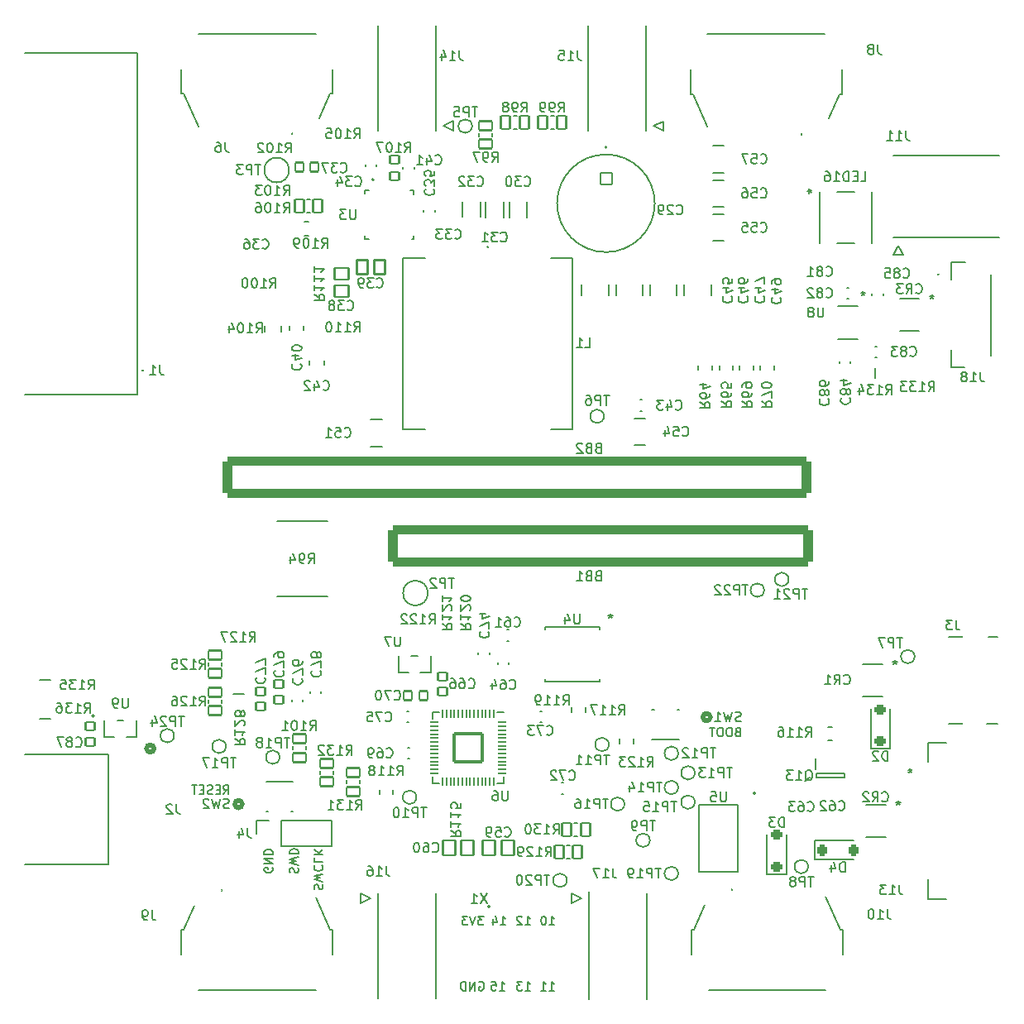
<source format=gbo>
G04 #@! TF.GenerationSoftware,KiCad,Pcbnew,7.0.10*
G04 #@! TF.CreationDate,2025-07-14T05:46:52-04:00*
G04 #@! TF.ProjectId,bms-board,626d732d-626f-4617-9264-2e6b69636164,rev?*
G04 #@! TF.SameCoordinates,Original*
G04 #@! TF.FileFunction,Legend,Bot*
G04 #@! TF.FilePolarity,Positive*
%FSLAX46Y46*%
G04 Gerber Fmt 4.6, Leading zero omitted, Abs format (unit mm)*
G04 Created by KiCad (PCBNEW 7.0.10) date 2025-07-14 05:46:52*
%MOMM*%
%LPD*%
G01*
G04 APERTURE LIST*
G04 Aperture macros list*
%AMRoundRect*
0 Rectangle with rounded corners*
0 $1 Rounding radius*
0 $2 $3 $4 $5 $6 $7 $8 $9 X,Y pos of 4 corners*
0 Add a 4 corners polygon primitive as box body*
4,1,4,$2,$3,$4,$5,$6,$7,$8,$9,$2,$3,0*
0 Add four circle primitives for the rounded corners*
1,1,$1+$1,$2,$3*
1,1,$1+$1,$4,$5*
1,1,$1+$1,$6,$7*
1,1,$1+$1,$8,$9*
0 Add four rect primitives between the rounded corners*
20,1,$1+$1,$2,$3,$4,$5,0*
20,1,$1+$1,$4,$5,$6,$7,0*
20,1,$1+$1,$6,$7,$8,$9,0*
20,1,$1+$1,$8,$9,$2,$3,0*%
%AMFreePoly0*
4,1,19,-3.850000,3.850000,3.850000,3.850000,3.850000,-3.080000,3.834092,-3.235708,3.777857,-3.405416,3.684000,-3.557581,3.557581,-3.684000,3.405416,-3.777857,3.235708,-3.834092,3.080000,-3.850000,-3.080000,-3.850000,-3.235708,-3.834092,-3.405416,-3.777857,-3.557581,-3.684000,-3.684000,-3.557581,-3.777857,-3.405416,-3.834092,-3.235708,-3.850000,-3.080000,-3.850000,3.850000,-3.850000,3.850000,
$1*%
G04 Aperture macros list end*
%ADD10C,0.150000*%
%ADD11C,0.152400*%
%ADD12C,0.508000*%
%ADD13C,0.200000*%
%ADD14C,0.100000*%
%ADD15C,1.600000*%
%ADD16C,1.750000*%
%ADD17R,1.700000X1.700000*%
%ADD18C,1.700000*%
%ADD19C,1.400000*%
%ADD20R,1.400000X1.400000*%
%ADD21C,1.854200*%
%ADD22C,1.752600*%
%ADD23R,4.050000X4.050000*%
%ADD24C,4.050000*%
%ADD25C,2.700000*%
%ADD26R,2.700000X1.000000*%
%ADD27R,3.800000X1.800000*%
%ADD28R,1.140000X0.600000*%
%ADD29R,1.140000X0.300000*%
%ADD30O,2.004000X1.204000*%
%ADD31O,2.404000X1.204000*%
%ADD32C,5.500000*%
%ADD33C,0.800000*%
%ADD34FreePoly0,90.000000*%
%ADD35O,1.700000X1.700000*%
%ADD36C,1.734000*%
%ADD37FreePoly0,270.000000*%
%ADD38R,1.300000X0.700000*%
%ADD39R,1.193800X1.016000*%
%ADD40R,1.600000X0.855600*%
%ADD41R,12.192000X3.022600*%
%ADD42R,1.066800X2.489200*%
%ADD43R,0.889000X0.863600*%
%ADD44C,1.000000*%
%ADD45R,1.524000X0.533400*%
%ADD46R,0.863600X0.889000*%
%ADD47RoundRect,0.102000X-0.690000X0.460000X-0.690000X-0.460000X0.690000X-0.460000X0.690000X0.460000X0*%
%ADD48R,2.489200X1.066800*%
%ADD49RoundRect,0.102000X0.735000X-0.580000X0.735000X0.580000X-0.735000X0.580000X-0.735000X-0.580000X0*%
%ADD50R,1.016000X1.193800*%
%ADD51RoundRect,0.500000X-29.650000X-1.650000X29.650000X-1.650000X29.650000X1.650000X-29.650000X1.650000X0*%
%ADD52R,0.977900X0.558800*%
%ADD53R,1.549400X0.609600*%
%ADD54R,1.549400X3.251200*%
%ADD55RoundRect,0.242500X-0.242500X-0.367500X0.242500X-0.367500X0.242500X0.367500X-0.242500X0.367500X0*%
%ADD56R,1.244600X0.863600*%
%ADD57RoundRect,0.102000X0.650000X0.750000X-0.650000X0.750000X-0.650000X-0.750000X0.650000X-0.750000X0*%
%ADD58R,1.066800X1.397000*%
%ADD59R,5.200000X8.750000*%
%ADD60RoundRect,0.102000X-0.600000X0.600000X-0.600000X-0.600000X0.600000X-0.600000X0.600000X0.600000X0*%
%ADD61C,1.404000*%
%ADD62R,1.447800X1.117600*%
%ADD63R,1.397000X1.066800*%
%ADD64R,1.700000X0.600000*%
%ADD65RoundRect,0.102000X0.465000X-0.445000X0.465000X0.445000X-0.465000X0.445000X-0.465000X-0.445000X0*%
%ADD66RoundRect,0.102000X-0.555000X-0.735000X0.555000X-0.735000X0.555000X0.735000X-0.555000X0.735000X0*%
%ADD67RoundRect,0.102000X-0.465000X0.445000X-0.465000X-0.445000X0.465000X-0.445000X0.465000X0.445000X0*%
%ADD68RoundRect,0.102000X0.460000X0.690000X-0.460000X0.690000X-0.460000X-0.690000X0.460000X-0.690000X0*%
%ADD69R,0.700000X1.300000*%
%ADD70RoundRect,0.102000X0.690000X-0.460000X0.690000X0.460000X-0.690000X0.460000X-0.690000X-0.460000X0*%
%ADD71R,1.449997X1.305598*%
%ADD72R,1.450000X0.950000*%
%ADD73RoundRect,0.242500X0.367500X-0.242500X0.367500X0.242500X-0.367500X0.242500X-0.367500X-0.242500X0*%
%ADD74R,1.400000X1.100000*%
%ADD75R,0.939800X1.244600*%
%ADD76RoundRect,0.102000X-0.460000X-0.690000X0.460000X-0.690000X0.460000X0.690000X-0.460000X0.690000X0*%
%ADD77RoundRect,0.102000X0.445000X0.465000X-0.445000X0.465000X-0.445000X-0.465000X0.445000X-0.465000X0*%
%ADD78R,0.600000X1.150000*%
%ADD79RoundRect,0.050000X0.387500X0.050000X-0.387500X0.050000X-0.387500X-0.050000X0.387500X-0.050000X0*%
%ADD80RoundRect,0.050000X0.050000X0.387500X-0.050000X0.387500X-0.050000X-0.387500X0.050000X-0.387500X0*%
%ADD81RoundRect,0.144000X1.456000X1.456000X-1.456000X1.456000X-1.456000X-1.456000X1.456000X-1.456000X0*%
%ADD82R,0.609600X1.320800*%
%ADD83R,0.889000X0.990600*%
%ADD84R,1.701800X0.558800*%
%ADD85R,1.005599X1.199998*%
%ADD86R,1.397000X0.863600*%
%ADD87RoundRect,0.102000X-0.650000X-0.750000X0.650000X-0.750000X0.650000X0.750000X-0.650000X0.750000X0*%
%ADD88R,1.320800X0.558800*%
%ADD89RoundRect,0.102000X-0.445000X-0.465000X0.445000X-0.465000X0.445000X0.465000X-0.445000X0.465000X0*%
%ADD90R,0.950000X1.450000*%
%ADD91R,0.350000X0.950000*%
%ADD92R,0.950000X0.350000*%
%ADD93R,1.350000X0.300000*%
%ADD94R,1.100000X3.400000*%
%ADD95R,2.700000X1.100000*%
%ADD96R,2.700000X1.520000*%
%ADD97R,1.730000X2.100000*%
%ADD98R,0.558800X1.320800*%
%ADD99RoundRect,0.500000X21.250000X1.650000X-21.250000X1.650000X-21.250000X-1.650000X21.250000X-1.650000X0*%
G04 APERTURE END LIST*
D10*
X132972744Y-140582057D02*
X132415601Y-140582057D01*
X132415601Y-140582057D02*
X132715601Y-140924914D01*
X132715601Y-140924914D02*
X132587030Y-140924914D01*
X132587030Y-140924914D02*
X132501316Y-140967771D01*
X132501316Y-140967771D02*
X132458458Y-141010628D01*
X132458458Y-141010628D02*
X132415601Y-141096342D01*
X132415601Y-141096342D02*
X132415601Y-141310628D01*
X132415601Y-141310628D02*
X132458458Y-141396342D01*
X132458458Y-141396342D02*
X132501316Y-141439200D01*
X132501316Y-141439200D02*
X132587030Y-141482057D01*
X132587030Y-141482057D02*
X132844173Y-141482057D01*
X132844173Y-141482057D02*
X132929887Y-141439200D01*
X132929887Y-141439200D02*
X132972744Y-141396342D01*
X132158458Y-140582057D02*
X131858458Y-141482057D01*
X131858458Y-141482057D02*
X131558458Y-140582057D01*
X131344172Y-140582057D02*
X130787029Y-140582057D01*
X130787029Y-140582057D02*
X131087029Y-140924914D01*
X131087029Y-140924914D02*
X130958458Y-140924914D01*
X130958458Y-140924914D02*
X130872744Y-140967771D01*
X130872744Y-140967771D02*
X130829886Y-141010628D01*
X130829886Y-141010628D02*
X130787029Y-141096342D01*
X130787029Y-141096342D02*
X130787029Y-141310628D01*
X130787029Y-141310628D02*
X130829886Y-141396342D01*
X130829886Y-141396342D02*
X130872744Y-141439200D01*
X130872744Y-141439200D02*
X130958458Y-141482057D01*
X130958458Y-141482057D02*
X131215601Y-141482057D01*
X131215601Y-141482057D02*
X131301315Y-141439200D01*
X131301315Y-141439200D02*
X131344172Y-141396342D01*
X106372744Y-128082057D02*
X106672744Y-127653485D01*
X106887030Y-128082057D02*
X106887030Y-127182057D01*
X106887030Y-127182057D02*
X106544173Y-127182057D01*
X106544173Y-127182057D02*
X106458458Y-127224914D01*
X106458458Y-127224914D02*
X106415601Y-127267771D01*
X106415601Y-127267771D02*
X106372744Y-127353485D01*
X106372744Y-127353485D02*
X106372744Y-127482057D01*
X106372744Y-127482057D02*
X106415601Y-127567771D01*
X106415601Y-127567771D02*
X106458458Y-127610628D01*
X106458458Y-127610628D02*
X106544173Y-127653485D01*
X106544173Y-127653485D02*
X106887030Y-127653485D01*
X105987030Y-127610628D02*
X105687030Y-127610628D01*
X105558458Y-128082057D02*
X105987030Y-128082057D01*
X105987030Y-128082057D02*
X105987030Y-127182057D01*
X105987030Y-127182057D02*
X105558458Y-127182057D01*
X105215601Y-128039200D02*
X105087030Y-128082057D01*
X105087030Y-128082057D02*
X104872744Y-128082057D01*
X104872744Y-128082057D02*
X104787030Y-128039200D01*
X104787030Y-128039200D02*
X104744172Y-127996342D01*
X104744172Y-127996342D02*
X104701315Y-127910628D01*
X104701315Y-127910628D02*
X104701315Y-127824914D01*
X104701315Y-127824914D02*
X104744172Y-127739200D01*
X104744172Y-127739200D02*
X104787030Y-127696342D01*
X104787030Y-127696342D02*
X104872744Y-127653485D01*
X104872744Y-127653485D02*
X105044172Y-127610628D01*
X105044172Y-127610628D02*
X105129887Y-127567771D01*
X105129887Y-127567771D02*
X105172744Y-127524914D01*
X105172744Y-127524914D02*
X105215601Y-127439200D01*
X105215601Y-127439200D02*
X105215601Y-127353485D01*
X105215601Y-127353485D02*
X105172744Y-127267771D01*
X105172744Y-127267771D02*
X105129887Y-127224914D01*
X105129887Y-127224914D02*
X105044172Y-127182057D01*
X105044172Y-127182057D02*
X104829887Y-127182057D01*
X104829887Y-127182057D02*
X104701315Y-127224914D01*
X104315601Y-127610628D02*
X104015601Y-127610628D01*
X103887029Y-128082057D02*
X104315601Y-128082057D01*
X104315601Y-128082057D02*
X104315601Y-127182057D01*
X104315601Y-127182057D02*
X103887029Y-127182057D01*
X103629886Y-127182057D02*
X103115601Y-127182057D01*
X103372743Y-128082057D02*
X103372743Y-127182057D01*
X113160800Y-136129887D02*
X113117942Y-136001316D01*
X113117942Y-136001316D02*
X113117942Y-135787030D01*
X113117942Y-135787030D02*
X113160800Y-135701316D01*
X113160800Y-135701316D02*
X113203657Y-135658458D01*
X113203657Y-135658458D02*
X113289371Y-135615601D01*
X113289371Y-135615601D02*
X113375085Y-135615601D01*
X113375085Y-135615601D02*
X113460800Y-135658458D01*
X113460800Y-135658458D02*
X113503657Y-135701316D01*
X113503657Y-135701316D02*
X113546514Y-135787030D01*
X113546514Y-135787030D02*
X113589371Y-135958458D01*
X113589371Y-135958458D02*
X113632228Y-136044173D01*
X113632228Y-136044173D02*
X113675085Y-136087030D01*
X113675085Y-136087030D02*
X113760800Y-136129887D01*
X113760800Y-136129887D02*
X113846514Y-136129887D01*
X113846514Y-136129887D02*
X113932228Y-136087030D01*
X113932228Y-136087030D02*
X113975085Y-136044173D01*
X113975085Y-136044173D02*
X114017942Y-135958458D01*
X114017942Y-135958458D02*
X114017942Y-135744173D01*
X114017942Y-135744173D02*
X113975085Y-135615601D01*
X114017942Y-135315601D02*
X113117942Y-135101315D01*
X113117942Y-135101315D02*
X113760800Y-134929887D01*
X113760800Y-134929887D02*
X113117942Y-134758458D01*
X113117942Y-134758458D02*
X114017942Y-134544173D01*
X113117942Y-134201316D02*
X114017942Y-134201316D01*
X114017942Y-134201316D02*
X114017942Y-133987030D01*
X114017942Y-133987030D02*
X113975085Y-133858459D01*
X113975085Y-133858459D02*
X113889371Y-133772744D01*
X113889371Y-133772744D02*
X113803657Y-133729887D01*
X113803657Y-133729887D02*
X113632228Y-133687030D01*
X113632228Y-133687030D02*
X113503657Y-133687030D01*
X113503657Y-133687030D02*
X113332228Y-133729887D01*
X113332228Y-133729887D02*
X113246514Y-133772744D01*
X113246514Y-133772744D02*
X113160800Y-133858459D01*
X113160800Y-133858459D02*
X113117942Y-133987030D01*
X113117942Y-133987030D02*
X113117942Y-134201316D01*
X115660800Y-137829887D02*
X115617942Y-137701316D01*
X115617942Y-137701316D02*
X115617942Y-137487030D01*
X115617942Y-137487030D02*
X115660800Y-137401316D01*
X115660800Y-137401316D02*
X115703657Y-137358458D01*
X115703657Y-137358458D02*
X115789371Y-137315601D01*
X115789371Y-137315601D02*
X115875085Y-137315601D01*
X115875085Y-137315601D02*
X115960800Y-137358458D01*
X115960800Y-137358458D02*
X116003657Y-137401316D01*
X116003657Y-137401316D02*
X116046514Y-137487030D01*
X116046514Y-137487030D02*
X116089371Y-137658458D01*
X116089371Y-137658458D02*
X116132228Y-137744173D01*
X116132228Y-137744173D02*
X116175085Y-137787030D01*
X116175085Y-137787030D02*
X116260800Y-137829887D01*
X116260800Y-137829887D02*
X116346514Y-137829887D01*
X116346514Y-137829887D02*
X116432228Y-137787030D01*
X116432228Y-137787030D02*
X116475085Y-137744173D01*
X116475085Y-137744173D02*
X116517942Y-137658458D01*
X116517942Y-137658458D02*
X116517942Y-137444173D01*
X116517942Y-137444173D02*
X116475085Y-137315601D01*
X116517942Y-137015601D02*
X115617942Y-136801315D01*
X115617942Y-136801315D02*
X116260800Y-136629887D01*
X116260800Y-136629887D02*
X115617942Y-136458458D01*
X115617942Y-136458458D02*
X116517942Y-136244173D01*
X115703657Y-135387030D02*
X115660800Y-135429887D01*
X115660800Y-135429887D02*
X115617942Y-135558459D01*
X115617942Y-135558459D02*
X115617942Y-135644173D01*
X115617942Y-135644173D02*
X115660800Y-135772744D01*
X115660800Y-135772744D02*
X115746514Y-135858459D01*
X115746514Y-135858459D02*
X115832228Y-135901316D01*
X115832228Y-135901316D02*
X116003657Y-135944173D01*
X116003657Y-135944173D02*
X116132228Y-135944173D01*
X116132228Y-135944173D02*
X116303657Y-135901316D01*
X116303657Y-135901316D02*
X116389371Y-135858459D01*
X116389371Y-135858459D02*
X116475085Y-135772744D01*
X116475085Y-135772744D02*
X116517942Y-135644173D01*
X116517942Y-135644173D02*
X116517942Y-135558459D01*
X116517942Y-135558459D02*
X116475085Y-135429887D01*
X116475085Y-135429887D02*
X116432228Y-135387030D01*
X115617942Y-134572744D02*
X115617942Y-135001316D01*
X115617942Y-135001316D02*
X116517942Y-135001316D01*
X115617942Y-134272745D02*
X116517942Y-134272745D01*
X115617942Y-133758459D02*
X116132228Y-134144173D01*
X116517942Y-133758459D02*
X116003657Y-134272745D01*
X132515601Y-147324914D02*
X132601316Y-147282057D01*
X132601316Y-147282057D02*
X132729887Y-147282057D01*
X132729887Y-147282057D02*
X132858458Y-147324914D01*
X132858458Y-147324914D02*
X132944173Y-147410628D01*
X132944173Y-147410628D02*
X132987030Y-147496342D01*
X132987030Y-147496342D02*
X133029887Y-147667771D01*
X133029887Y-147667771D02*
X133029887Y-147796342D01*
X133029887Y-147796342D02*
X132987030Y-147967771D01*
X132987030Y-147967771D02*
X132944173Y-148053485D01*
X132944173Y-148053485D02*
X132858458Y-148139200D01*
X132858458Y-148139200D02*
X132729887Y-148182057D01*
X132729887Y-148182057D02*
X132644173Y-148182057D01*
X132644173Y-148182057D02*
X132515601Y-148139200D01*
X132515601Y-148139200D02*
X132472744Y-148096342D01*
X132472744Y-148096342D02*
X132472744Y-147796342D01*
X132472744Y-147796342D02*
X132644173Y-147796342D01*
X132087030Y-148182057D02*
X132087030Y-147282057D01*
X132087030Y-147282057D02*
X131572744Y-148182057D01*
X131572744Y-148182057D02*
X131572744Y-147282057D01*
X131144173Y-148182057D02*
X131144173Y-147282057D01*
X131144173Y-147282057D02*
X130929887Y-147282057D01*
X130929887Y-147282057D02*
X130801316Y-147324914D01*
X130801316Y-147324914D02*
X130715601Y-147410628D01*
X130715601Y-147410628D02*
X130672744Y-147496342D01*
X130672744Y-147496342D02*
X130629887Y-147667771D01*
X130629887Y-147667771D02*
X130629887Y-147796342D01*
X130629887Y-147796342D02*
X130672744Y-147967771D01*
X130672744Y-147967771D02*
X130715601Y-148053485D01*
X130715601Y-148053485D02*
X130801316Y-148139200D01*
X130801316Y-148139200D02*
X130929887Y-148182057D01*
X130929887Y-148182057D02*
X131144173Y-148182057D01*
X134715601Y-141482057D02*
X135229887Y-141482057D01*
X134972744Y-141482057D02*
X134972744Y-140582057D01*
X134972744Y-140582057D02*
X135058458Y-140710628D01*
X135058458Y-140710628D02*
X135144173Y-140796342D01*
X135144173Y-140796342D02*
X135229887Y-140839200D01*
X133944173Y-140882057D02*
X133944173Y-141482057D01*
X134158458Y-140539200D02*
X134372744Y-141182057D01*
X134372744Y-141182057D02*
X133815601Y-141182057D01*
X139715601Y-148182057D02*
X140229887Y-148182057D01*
X139972744Y-148182057D02*
X139972744Y-147282057D01*
X139972744Y-147282057D02*
X140058458Y-147410628D01*
X140058458Y-147410628D02*
X140144173Y-147496342D01*
X140144173Y-147496342D02*
X140229887Y-147539200D01*
X138858458Y-148182057D02*
X139372744Y-148182057D01*
X139115601Y-148182057D02*
X139115601Y-147282057D01*
X139115601Y-147282057D02*
X139201315Y-147410628D01*
X139201315Y-147410628D02*
X139287030Y-147496342D01*
X139287030Y-147496342D02*
X139372744Y-147539200D01*
X134615601Y-148182057D02*
X135129887Y-148182057D01*
X134872744Y-148182057D02*
X134872744Y-147282057D01*
X134872744Y-147282057D02*
X134958458Y-147410628D01*
X134958458Y-147410628D02*
X135044173Y-147496342D01*
X135044173Y-147496342D02*
X135129887Y-147539200D01*
X133801315Y-147282057D02*
X134229887Y-147282057D01*
X134229887Y-147282057D02*
X134272744Y-147710628D01*
X134272744Y-147710628D02*
X134229887Y-147667771D01*
X134229887Y-147667771D02*
X134144173Y-147624914D01*
X134144173Y-147624914D02*
X133929887Y-147624914D01*
X133929887Y-147624914D02*
X133844173Y-147667771D01*
X133844173Y-147667771D02*
X133801315Y-147710628D01*
X133801315Y-147710628D02*
X133758458Y-147796342D01*
X133758458Y-147796342D02*
X133758458Y-148010628D01*
X133758458Y-148010628D02*
X133801315Y-148096342D01*
X133801315Y-148096342D02*
X133844173Y-148139200D01*
X133844173Y-148139200D02*
X133929887Y-148182057D01*
X133929887Y-148182057D02*
X134144173Y-148182057D01*
X134144173Y-148182057D02*
X134229887Y-148139200D01*
X134229887Y-148139200D02*
X134272744Y-148096342D01*
X111375085Y-135615601D02*
X111417942Y-135701316D01*
X111417942Y-135701316D02*
X111417942Y-135829887D01*
X111417942Y-135829887D02*
X111375085Y-135958458D01*
X111375085Y-135958458D02*
X111289371Y-136044173D01*
X111289371Y-136044173D02*
X111203657Y-136087030D01*
X111203657Y-136087030D02*
X111032228Y-136129887D01*
X111032228Y-136129887D02*
X110903657Y-136129887D01*
X110903657Y-136129887D02*
X110732228Y-136087030D01*
X110732228Y-136087030D02*
X110646514Y-136044173D01*
X110646514Y-136044173D02*
X110560800Y-135958458D01*
X110560800Y-135958458D02*
X110517942Y-135829887D01*
X110517942Y-135829887D02*
X110517942Y-135744173D01*
X110517942Y-135744173D02*
X110560800Y-135615601D01*
X110560800Y-135615601D02*
X110603657Y-135572744D01*
X110603657Y-135572744D02*
X110903657Y-135572744D01*
X110903657Y-135572744D02*
X110903657Y-135744173D01*
X110517942Y-135187030D02*
X111417942Y-135187030D01*
X111417942Y-135187030D02*
X110517942Y-134672744D01*
X110517942Y-134672744D02*
X111417942Y-134672744D01*
X110517942Y-134244173D02*
X111417942Y-134244173D01*
X111417942Y-134244173D02*
X111417942Y-134029887D01*
X111417942Y-134029887D02*
X111375085Y-133901316D01*
X111375085Y-133901316D02*
X111289371Y-133815601D01*
X111289371Y-133815601D02*
X111203657Y-133772744D01*
X111203657Y-133772744D02*
X111032228Y-133729887D01*
X111032228Y-133729887D02*
X110903657Y-133729887D01*
X110903657Y-133729887D02*
X110732228Y-133772744D01*
X110732228Y-133772744D02*
X110646514Y-133815601D01*
X110646514Y-133815601D02*
X110560800Y-133901316D01*
X110560800Y-133901316D02*
X110517942Y-134029887D01*
X110517942Y-134029887D02*
X110517942Y-134244173D01*
X137215601Y-148182057D02*
X137729887Y-148182057D01*
X137472744Y-148182057D02*
X137472744Y-147282057D01*
X137472744Y-147282057D02*
X137558458Y-147410628D01*
X137558458Y-147410628D02*
X137644173Y-147496342D01*
X137644173Y-147496342D02*
X137729887Y-147539200D01*
X136915601Y-147282057D02*
X136358458Y-147282057D01*
X136358458Y-147282057D02*
X136658458Y-147624914D01*
X136658458Y-147624914D02*
X136529887Y-147624914D01*
X136529887Y-147624914D02*
X136444173Y-147667771D01*
X136444173Y-147667771D02*
X136401315Y-147710628D01*
X136401315Y-147710628D02*
X136358458Y-147796342D01*
X136358458Y-147796342D02*
X136358458Y-148010628D01*
X136358458Y-148010628D02*
X136401315Y-148096342D01*
X136401315Y-148096342D02*
X136444173Y-148139200D01*
X136444173Y-148139200D02*
X136529887Y-148182057D01*
X136529887Y-148182057D02*
X136787030Y-148182057D01*
X136787030Y-148182057D02*
X136872744Y-148139200D01*
X136872744Y-148139200D02*
X136915601Y-148096342D01*
X158987030Y-121710628D02*
X158858458Y-121753485D01*
X158858458Y-121753485D02*
X158815601Y-121796342D01*
X158815601Y-121796342D02*
X158772744Y-121882057D01*
X158772744Y-121882057D02*
X158772744Y-122010628D01*
X158772744Y-122010628D02*
X158815601Y-122096342D01*
X158815601Y-122096342D02*
X158858458Y-122139200D01*
X158858458Y-122139200D02*
X158944173Y-122182057D01*
X158944173Y-122182057D02*
X159287030Y-122182057D01*
X159287030Y-122182057D02*
X159287030Y-121282057D01*
X159287030Y-121282057D02*
X158987030Y-121282057D01*
X158987030Y-121282057D02*
X158901316Y-121324914D01*
X158901316Y-121324914D02*
X158858458Y-121367771D01*
X158858458Y-121367771D02*
X158815601Y-121453485D01*
X158815601Y-121453485D02*
X158815601Y-121539200D01*
X158815601Y-121539200D02*
X158858458Y-121624914D01*
X158858458Y-121624914D02*
X158901316Y-121667771D01*
X158901316Y-121667771D02*
X158987030Y-121710628D01*
X158987030Y-121710628D02*
X159287030Y-121710628D01*
X158215601Y-121282057D02*
X158044173Y-121282057D01*
X158044173Y-121282057D02*
X157958458Y-121324914D01*
X157958458Y-121324914D02*
X157872744Y-121410628D01*
X157872744Y-121410628D02*
X157829887Y-121582057D01*
X157829887Y-121582057D02*
X157829887Y-121882057D01*
X157829887Y-121882057D02*
X157872744Y-122053485D01*
X157872744Y-122053485D02*
X157958458Y-122139200D01*
X157958458Y-122139200D02*
X158044173Y-122182057D01*
X158044173Y-122182057D02*
X158215601Y-122182057D01*
X158215601Y-122182057D02*
X158301316Y-122139200D01*
X158301316Y-122139200D02*
X158387030Y-122053485D01*
X158387030Y-122053485D02*
X158429887Y-121882057D01*
X158429887Y-121882057D02*
X158429887Y-121582057D01*
X158429887Y-121582057D02*
X158387030Y-121410628D01*
X158387030Y-121410628D02*
X158301316Y-121324914D01*
X158301316Y-121324914D02*
X158215601Y-121282057D01*
X157272744Y-121282057D02*
X157101316Y-121282057D01*
X157101316Y-121282057D02*
X157015601Y-121324914D01*
X157015601Y-121324914D02*
X156929887Y-121410628D01*
X156929887Y-121410628D02*
X156887030Y-121582057D01*
X156887030Y-121582057D02*
X156887030Y-121882057D01*
X156887030Y-121882057D02*
X156929887Y-122053485D01*
X156929887Y-122053485D02*
X157015601Y-122139200D01*
X157015601Y-122139200D02*
X157101316Y-122182057D01*
X157101316Y-122182057D02*
X157272744Y-122182057D01*
X157272744Y-122182057D02*
X157358459Y-122139200D01*
X157358459Y-122139200D02*
X157444173Y-122053485D01*
X157444173Y-122053485D02*
X157487030Y-121882057D01*
X157487030Y-121882057D02*
X157487030Y-121582057D01*
X157487030Y-121582057D02*
X157444173Y-121410628D01*
X157444173Y-121410628D02*
X157358459Y-121324914D01*
X157358459Y-121324914D02*
X157272744Y-121282057D01*
X156629887Y-121282057D02*
X156115602Y-121282057D01*
X156372744Y-122182057D02*
X156372744Y-121282057D01*
X139715601Y-141482057D02*
X140229887Y-141482057D01*
X139972744Y-141482057D02*
X139972744Y-140582057D01*
X139972744Y-140582057D02*
X140058458Y-140710628D01*
X140058458Y-140710628D02*
X140144173Y-140796342D01*
X140144173Y-140796342D02*
X140229887Y-140839200D01*
X139158458Y-140582057D02*
X139072744Y-140582057D01*
X139072744Y-140582057D02*
X138987030Y-140624914D01*
X138987030Y-140624914D02*
X138944173Y-140667771D01*
X138944173Y-140667771D02*
X138901315Y-140753485D01*
X138901315Y-140753485D02*
X138858458Y-140924914D01*
X138858458Y-140924914D02*
X138858458Y-141139200D01*
X138858458Y-141139200D02*
X138901315Y-141310628D01*
X138901315Y-141310628D02*
X138944173Y-141396342D01*
X138944173Y-141396342D02*
X138987030Y-141439200D01*
X138987030Y-141439200D02*
X139072744Y-141482057D01*
X139072744Y-141482057D02*
X139158458Y-141482057D01*
X139158458Y-141482057D02*
X139244173Y-141439200D01*
X139244173Y-141439200D02*
X139287030Y-141396342D01*
X139287030Y-141396342D02*
X139329887Y-141310628D01*
X139329887Y-141310628D02*
X139372744Y-141139200D01*
X139372744Y-141139200D02*
X139372744Y-140924914D01*
X139372744Y-140924914D02*
X139329887Y-140753485D01*
X139329887Y-140753485D02*
X139287030Y-140667771D01*
X139287030Y-140667771D02*
X139244173Y-140624914D01*
X139244173Y-140624914D02*
X139158458Y-140582057D01*
X137215601Y-141482057D02*
X137729887Y-141482057D01*
X137472744Y-141482057D02*
X137472744Y-140582057D01*
X137472744Y-140582057D02*
X137558458Y-140710628D01*
X137558458Y-140710628D02*
X137644173Y-140796342D01*
X137644173Y-140796342D02*
X137729887Y-140839200D01*
X136872744Y-140667771D02*
X136829887Y-140624914D01*
X136829887Y-140624914D02*
X136744173Y-140582057D01*
X136744173Y-140582057D02*
X136529887Y-140582057D01*
X136529887Y-140582057D02*
X136444173Y-140624914D01*
X136444173Y-140624914D02*
X136401315Y-140667771D01*
X136401315Y-140667771D02*
X136358458Y-140753485D01*
X136358458Y-140753485D02*
X136358458Y-140839200D01*
X136358458Y-140839200D02*
X136401315Y-140967771D01*
X136401315Y-140967771D02*
X136915601Y-141482057D01*
X136915601Y-141482057D02*
X136358458Y-141482057D01*
X142609523Y-51954819D02*
X142609523Y-52669104D01*
X142609523Y-52669104D02*
X142657142Y-52811961D01*
X142657142Y-52811961D02*
X142752380Y-52907200D01*
X142752380Y-52907200D02*
X142895237Y-52954819D01*
X142895237Y-52954819D02*
X142990475Y-52954819D01*
X141609523Y-52954819D02*
X142180951Y-52954819D01*
X141895237Y-52954819D02*
X141895237Y-51954819D01*
X141895237Y-51954819D02*
X141990475Y-52097676D01*
X141990475Y-52097676D02*
X142085713Y-52192914D01*
X142085713Y-52192914D02*
X142180951Y-52240533D01*
X140704761Y-51954819D02*
X141180951Y-51954819D01*
X141180951Y-51954819D02*
X141228570Y-52431009D01*
X141228570Y-52431009D02*
X141180951Y-52383390D01*
X141180951Y-52383390D02*
X141085713Y-52335771D01*
X141085713Y-52335771D02*
X140847618Y-52335771D01*
X140847618Y-52335771D02*
X140752380Y-52383390D01*
X140752380Y-52383390D02*
X140704761Y-52431009D01*
X140704761Y-52431009D02*
X140657142Y-52526247D01*
X140657142Y-52526247D02*
X140657142Y-52764342D01*
X140657142Y-52764342D02*
X140704761Y-52859580D01*
X140704761Y-52859580D02*
X140752380Y-52907200D01*
X140752380Y-52907200D02*
X140847618Y-52954819D01*
X140847618Y-52954819D02*
X141085713Y-52954819D01*
X141085713Y-52954819D02*
X141180951Y-52907200D01*
X141180951Y-52907200D02*
X141228570Y-52859580D01*
X130509523Y-51954819D02*
X130509523Y-52669104D01*
X130509523Y-52669104D02*
X130557142Y-52811961D01*
X130557142Y-52811961D02*
X130652380Y-52907200D01*
X130652380Y-52907200D02*
X130795237Y-52954819D01*
X130795237Y-52954819D02*
X130890475Y-52954819D01*
X129509523Y-52954819D02*
X130080951Y-52954819D01*
X129795237Y-52954819D02*
X129795237Y-51954819D01*
X129795237Y-51954819D02*
X129890475Y-52097676D01*
X129890475Y-52097676D02*
X129985713Y-52192914D01*
X129985713Y-52192914D02*
X130080951Y-52240533D01*
X128652380Y-52288152D02*
X128652380Y-52954819D01*
X128890475Y-51907200D02*
X129128570Y-52621485D01*
X129128570Y-52621485D02*
X128509523Y-52621485D01*
X99833333Y-84154819D02*
X99833333Y-84869104D01*
X99833333Y-84869104D02*
X99880952Y-85011961D01*
X99880952Y-85011961D02*
X99976190Y-85107200D01*
X99976190Y-85107200D02*
X100119047Y-85154819D01*
X100119047Y-85154819D02*
X100214285Y-85154819D01*
X98833333Y-85154819D02*
X99404761Y-85154819D01*
X99119047Y-85154819D02*
X99119047Y-84154819D01*
X99119047Y-84154819D02*
X99214285Y-84297676D01*
X99214285Y-84297676D02*
X99309523Y-84392914D01*
X99309523Y-84392914D02*
X99404761Y-84440533D01*
X101533333Y-129104819D02*
X101533333Y-129819104D01*
X101533333Y-129819104D02*
X101580952Y-129961961D01*
X101580952Y-129961961D02*
X101676190Y-130057200D01*
X101676190Y-130057200D02*
X101819047Y-130104819D01*
X101819047Y-130104819D02*
X101914285Y-130104819D01*
X101104761Y-129200057D02*
X101057142Y-129152438D01*
X101057142Y-129152438D02*
X100961904Y-129104819D01*
X100961904Y-129104819D02*
X100723809Y-129104819D01*
X100723809Y-129104819D02*
X100628571Y-129152438D01*
X100628571Y-129152438D02*
X100580952Y-129200057D01*
X100580952Y-129200057D02*
X100533333Y-129295295D01*
X100533333Y-129295295D02*
X100533333Y-129390533D01*
X100533333Y-129390533D02*
X100580952Y-129533390D01*
X100580952Y-129533390D02*
X101152380Y-130104819D01*
X101152380Y-130104819D02*
X100533333Y-130104819D01*
X99033333Y-139954819D02*
X99033333Y-140669104D01*
X99033333Y-140669104D02*
X99080952Y-140811961D01*
X99080952Y-140811961D02*
X99176190Y-140907200D01*
X99176190Y-140907200D02*
X99319047Y-140954819D01*
X99319047Y-140954819D02*
X99414285Y-140954819D01*
X98509523Y-140954819D02*
X98319047Y-140954819D01*
X98319047Y-140954819D02*
X98223809Y-140907200D01*
X98223809Y-140907200D02*
X98176190Y-140859580D01*
X98176190Y-140859580D02*
X98080952Y-140716723D01*
X98080952Y-140716723D02*
X98033333Y-140526247D01*
X98033333Y-140526247D02*
X98033333Y-140145295D01*
X98033333Y-140145295D02*
X98080952Y-140050057D01*
X98080952Y-140050057D02*
X98128571Y-140002438D01*
X98128571Y-140002438D02*
X98223809Y-139954819D01*
X98223809Y-139954819D02*
X98414285Y-139954819D01*
X98414285Y-139954819D02*
X98509523Y-140002438D01*
X98509523Y-140002438D02*
X98557142Y-140050057D01*
X98557142Y-140050057D02*
X98604761Y-140145295D01*
X98604761Y-140145295D02*
X98604761Y-140383390D01*
X98604761Y-140383390D02*
X98557142Y-140478628D01*
X98557142Y-140478628D02*
X98509523Y-140526247D01*
X98509523Y-140526247D02*
X98414285Y-140573866D01*
X98414285Y-140573866D02*
X98223809Y-140573866D01*
X98223809Y-140573866D02*
X98128571Y-140526247D01*
X98128571Y-140526247D02*
X98080952Y-140478628D01*
X98080952Y-140478628D02*
X98033333Y-140383390D01*
X123009523Y-135454819D02*
X123009523Y-136169104D01*
X123009523Y-136169104D02*
X123057142Y-136311961D01*
X123057142Y-136311961D02*
X123152380Y-136407200D01*
X123152380Y-136407200D02*
X123295237Y-136454819D01*
X123295237Y-136454819D02*
X123390475Y-136454819D01*
X122009523Y-136454819D02*
X122580951Y-136454819D01*
X122295237Y-136454819D02*
X122295237Y-135454819D01*
X122295237Y-135454819D02*
X122390475Y-135597676D01*
X122390475Y-135597676D02*
X122485713Y-135692914D01*
X122485713Y-135692914D02*
X122580951Y-135740533D01*
X121152380Y-135454819D02*
X121342856Y-135454819D01*
X121342856Y-135454819D02*
X121438094Y-135502438D01*
X121438094Y-135502438D02*
X121485713Y-135550057D01*
X121485713Y-135550057D02*
X121580951Y-135692914D01*
X121580951Y-135692914D02*
X121628570Y-135883390D01*
X121628570Y-135883390D02*
X121628570Y-136264342D01*
X121628570Y-136264342D02*
X121580951Y-136359580D01*
X121580951Y-136359580D02*
X121533332Y-136407200D01*
X121533332Y-136407200D02*
X121438094Y-136454819D01*
X121438094Y-136454819D02*
X121247618Y-136454819D01*
X121247618Y-136454819D02*
X121152380Y-136407200D01*
X121152380Y-136407200D02*
X121104761Y-136359580D01*
X121104761Y-136359580D02*
X121057142Y-136264342D01*
X121057142Y-136264342D02*
X121057142Y-136026247D01*
X121057142Y-136026247D02*
X121104761Y-135931009D01*
X121104761Y-135931009D02*
X121152380Y-135883390D01*
X121152380Y-135883390D02*
X121247618Y-135835771D01*
X121247618Y-135835771D02*
X121438094Y-135835771D01*
X121438094Y-135835771D02*
X121533332Y-135883390D01*
X121533332Y-135883390D02*
X121580951Y-135931009D01*
X121580951Y-135931009D02*
X121628570Y-136026247D01*
X146209523Y-135654819D02*
X146209523Y-136369104D01*
X146209523Y-136369104D02*
X146257142Y-136511961D01*
X146257142Y-136511961D02*
X146352380Y-136607200D01*
X146352380Y-136607200D02*
X146495237Y-136654819D01*
X146495237Y-136654819D02*
X146590475Y-136654819D01*
X145209523Y-136654819D02*
X145780951Y-136654819D01*
X145495237Y-136654819D02*
X145495237Y-135654819D01*
X145495237Y-135654819D02*
X145590475Y-135797676D01*
X145590475Y-135797676D02*
X145685713Y-135892914D01*
X145685713Y-135892914D02*
X145780951Y-135940533D01*
X144876189Y-135654819D02*
X144209523Y-135654819D01*
X144209523Y-135654819D02*
X144638094Y-136654819D01*
X174309523Y-139854819D02*
X174309523Y-140569104D01*
X174309523Y-140569104D02*
X174357142Y-140711961D01*
X174357142Y-140711961D02*
X174452380Y-140807200D01*
X174452380Y-140807200D02*
X174595237Y-140854819D01*
X174595237Y-140854819D02*
X174690475Y-140854819D01*
X173309523Y-140854819D02*
X173880951Y-140854819D01*
X173595237Y-140854819D02*
X173595237Y-139854819D01*
X173595237Y-139854819D02*
X173690475Y-139997676D01*
X173690475Y-139997676D02*
X173785713Y-140092914D01*
X173785713Y-140092914D02*
X173880951Y-140140533D01*
X172690475Y-139854819D02*
X172595237Y-139854819D01*
X172595237Y-139854819D02*
X172499999Y-139902438D01*
X172499999Y-139902438D02*
X172452380Y-139950057D01*
X172452380Y-139950057D02*
X172404761Y-140045295D01*
X172404761Y-140045295D02*
X172357142Y-140235771D01*
X172357142Y-140235771D02*
X172357142Y-140473866D01*
X172357142Y-140473866D02*
X172404761Y-140664342D01*
X172404761Y-140664342D02*
X172452380Y-140759580D01*
X172452380Y-140759580D02*
X172499999Y-140807200D01*
X172499999Y-140807200D02*
X172595237Y-140854819D01*
X172595237Y-140854819D02*
X172690475Y-140854819D01*
X172690475Y-140854819D02*
X172785713Y-140807200D01*
X172785713Y-140807200D02*
X172833332Y-140759580D01*
X172833332Y-140759580D02*
X172880951Y-140664342D01*
X172880951Y-140664342D02*
X172928570Y-140473866D01*
X172928570Y-140473866D02*
X172928570Y-140235771D01*
X172928570Y-140235771D02*
X172880951Y-140045295D01*
X172880951Y-140045295D02*
X172833332Y-139950057D01*
X172833332Y-139950057D02*
X172785713Y-139902438D01*
X172785713Y-139902438D02*
X172690475Y-139854819D01*
X175509523Y-137354819D02*
X175509523Y-138069104D01*
X175509523Y-138069104D02*
X175557142Y-138211961D01*
X175557142Y-138211961D02*
X175652380Y-138307200D01*
X175652380Y-138307200D02*
X175795237Y-138354819D01*
X175795237Y-138354819D02*
X175890475Y-138354819D01*
X174509523Y-138354819D02*
X175080951Y-138354819D01*
X174795237Y-138354819D02*
X174795237Y-137354819D01*
X174795237Y-137354819D02*
X174890475Y-137497676D01*
X174890475Y-137497676D02*
X174985713Y-137592914D01*
X174985713Y-137592914D02*
X175080951Y-137640533D01*
X174176189Y-137354819D02*
X173557142Y-137354819D01*
X173557142Y-137354819D02*
X173890475Y-137735771D01*
X173890475Y-137735771D02*
X173747618Y-137735771D01*
X173747618Y-137735771D02*
X173652380Y-137783390D01*
X173652380Y-137783390D02*
X173604761Y-137831009D01*
X173604761Y-137831009D02*
X173557142Y-137926247D01*
X173557142Y-137926247D02*
X173557142Y-138164342D01*
X173557142Y-138164342D02*
X173604761Y-138259580D01*
X173604761Y-138259580D02*
X173652380Y-138307200D01*
X173652380Y-138307200D02*
X173747618Y-138354819D01*
X173747618Y-138354819D02*
X174033332Y-138354819D01*
X174033332Y-138354819D02*
X174128570Y-138307200D01*
X174128570Y-138307200D02*
X174176189Y-138259580D01*
X181333333Y-110254819D02*
X181333333Y-110969104D01*
X181333333Y-110969104D02*
X181380952Y-111111961D01*
X181380952Y-111111961D02*
X181476190Y-111207200D01*
X181476190Y-111207200D02*
X181619047Y-111254819D01*
X181619047Y-111254819D02*
X181714285Y-111254819D01*
X180952380Y-110254819D02*
X180333333Y-110254819D01*
X180333333Y-110254819D02*
X180666666Y-110635771D01*
X180666666Y-110635771D02*
X180523809Y-110635771D01*
X180523809Y-110635771D02*
X180428571Y-110683390D01*
X180428571Y-110683390D02*
X180380952Y-110731009D01*
X180380952Y-110731009D02*
X180333333Y-110826247D01*
X180333333Y-110826247D02*
X180333333Y-111064342D01*
X180333333Y-111064342D02*
X180380952Y-111159580D01*
X180380952Y-111159580D02*
X180428571Y-111207200D01*
X180428571Y-111207200D02*
X180523809Y-111254819D01*
X180523809Y-111254819D02*
X180809523Y-111254819D01*
X180809523Y-111254819D02*
X180904761Y-111207200D01*
X180904761Y-111207200D02*
X180952380Y-111159580D01*
X176209523Y-60154819D02*
X176209523Y-60869104D01*
X176209523Y-60869104D02*
X176257142Y-61011961D01*
X176257142Y-61011961D02*
X176352380Y-61107200D01*
X176352380Y-61107200D02*
X176495237Y-61154819D01*
X176495237Y-61154819D02*
X176590475Y-61154819D01*
X175209523Y-61154819D02*
X175780951Y-61154819D01*
X175495237Y-61154819D02*
X175495237Y-60154819D01*
X175495237Y-60154819D02*
X175590475Y-60297676D01*
X175590475Y-60297676D02*
X175685713Y-60392914D01*
X175685713Y-60392914D02*
X175780951Y-60440533D01*
X174257142Y-61154819D02*
X174828570Y-61154819D01*
X174542856Y-61154819D02*
X174542856Y-60154819D01*
X174542856Y-60154819D02*
X174638094Y-60297676D01*
X174638094Y-60297676D02*
X174733332Y-60392914D01*
X174733332Y-60392914D02*
X174828570Y-60440533D01*
X173333333Y-51354819D02*
X173333333Y-52069104D01*
X173333333Y-52069104D02*
X173380952Y-52211961D01*
X173380952Y-52211961D02*
X173476190Y-52307200D01*
X173476190Y-52307200D02*
X173619047Y-52354819D01*
X173619047Y-52354819D02*
X173714285Y-52354819D01*
X172714285Y-51783390D02*
X172809523Y-51735771D01*
X172809523Y-51735771D02*
X172857142Y-51688152D01*
X172857142Y-51688152D02*
X172904761Y-51592914D01*
X172904761Y-51592914D02*
X172904761Y-51545295D01*
X172904761Y-51545295D02*
X172857142Y-51450057D01*
X172857142Y-51450057D02*
X172809523Y-51402438D01*
X172809523Y-51402438D02*
X172714285Y-51354819D01*
X172714285Y-51354819D02*
X172523809Y-51354819D01*
X172523809Y-51354819D02*
X172428571Y-51402438D01*
X172428571Y-51402438D02*
X172380952Y-51450057D01*
X172380952Y-51450057D02*
X172333333Y-51545295D01*
X172333333Y-51545295D02*
X172333333Y-51592914D01*
X172333333Y-51592914D02*
X172380952Y-51688152D01*
X172380952Y-51688152D02*
X172428571Y-51735771D01*
X172428571Y-51735771D02*
X172523809Y-51783390D01*
X172523809Y-51783390D02*
X172714285Y-51783390D01*
X172714285Y-51783390D02*
X172809523Y-51831009D01*
X172809523Y-51831009D02*
X172857142Y-51878628D01*
X172857142Y-51878628D02*
X172904761Y-51973866D01*
X172904761Y-51973866D02*
X172904761Y-52164342D01*
X172904761Y-52164342D02*
X172857142Y-52259580D01*
X172857142Y-52259580D02*
X172809523Y-52307200D01*
X172809523Y-52307200D02*
X172714285Y-52354819D01*
X172714285Y-52354819D02*
X172523809Y-52354819D01*
X172523809Y-52354819D02*
X172428571Y-52307200D01*
X172428571Y-52307200D02*
X172380952Y-52259580D01*
X172380952Y-52259580D02*
X172333333Y-52164342D01*
X172333333Y-52164342D02*
X172333333Y-51973866D01*
X172333333Y-51973866D02*
X172380952Y-51878628D01*
X172380952Y-51878628D02*
X172428571Y-51831009D01*
X172428571Y-51831009D02*
X172523809Y-51783390D01*
X106533333Y-61354819D02*
X106533333Y-62069104D01*
X106533333Y-62069104D02*
X106580952Y-62211961D01*
X106580952Y-62211961D02*
X106676190Y-62307200D01*
X106676190Y-62307200D02*
X106819047Y-62354819D01*
X106819047Y-62354819D02*
X106914285Y-62354819D01*
X105628571Y-61354819D02*
X105819047Y-61354819D01*
X105819047Y-61354819D02*
X105914285Y-61402438D01*
X105914285Y-61402438D02*
X105961904Y-61450057D01*
X105961904Y-61450057D02*
X106057142Y-61592914D01*
X106057142Y-61592914D02*
X106104761Y-61783390D01*
X106104761Y-61783390D02*
X106104761Y-62164342D01*
X106104761Y-62164342D02*
X106057142Y-62259580D01*
X106057142Y-62259580D02*
X106009523Y-62307200D01*
X106009523Y-62307200D02*
X105914285Y-62354819D01*
X105914285Y-62354819D02*
X105723809Y-62354819D01*
X105723809Y-62354819D02*
X105628571Y-62307200D01*
X105628571Y-62307200D02*
X105580952Y-62259580D01*
X105580952Y-62259580D02*
X105533333Y-62164342D01*
X105533333Y-62164342D02*
X105533333Y-61926247D01*
X105533333Y-61926247D02*
X105580952Y-61831009D01*
X105580952Y-61831009D02*
X105628571Y-61783390D01*
X105628571Y-61783390D02*
X105723809Y-61735771D01*
X105723809Y-61735771D02*
X105914285Y-61735771D01*
X105914285Y-61735771D02*
X106009523Y-61783390D01*
X106009523Y-61783390D02*
X106057142Y-61831009D01*
X106057142Y-61831009D02*
X106104761Y-61926247D01*
X124119047Y-126154819D02*
X124452380Y-125678628D01*
X124690475Y-126154819D02*
X124690475Y-125154819D01*
X124690475Y-125154819D02*
X124309523Y-125154819D01*
X124309523Y-125154819D02*
X124214285Y-125202438D01*
X124214285Y-125202438D02*
X124166666Y-125250057D01*
X124166666Y-125250057D02*
X124119047Y-125345295D01*
X124119047Y-125345295D02*
X124119047Y-125488152D01*
X124119047Y-125488152D02*
X124166666Y-125583390D01*
X124166666Y-125583390D02*
X124214285Y-125631009D01*
X124214285Y-125631009D02*
X124309523Y-125678628D01*
X124309523Y-125678628D02*
X124690475Y-125678628D01*
X123166666Y-126154819D02*
X123738094Y-126154819D01*
X123452380Y-126154819D02*
X123452380Y-125154819D01*
X123452380Y-125154819D02*
X123547618Y-125297676D01*
X123547618Y-125297676D02*
X123642856Y-125392914D01*
X123642856Y-125392914D02*
X123738094Y-125440533D01*
X122214285Y-126154819D02*
X122785713Y-126154819D01*
X122499999Y-126154819D02*
X122499999Y-125154819D01*
X122499999Y-125154819D02*
X122595237Y-125297676D01*
X122595237Y-125297676D02*
X122690475Y-125392914D01*
X122690475Y-125392914D02*
X122785713Y-125440533D01*
X121642856Y-125583390D02*
X121738094Y-125535771D01*
X121738094Y-125535771D02*
X121785713Y-125488152D01*
X121785713Y-125488152D02*
X121833332Y-125392914D01*
X121833332Y-125392914D02*
X121833332Y-125345295D01*
X121833332Y-125345295D02*
X121785713Y-125250057D01*
X121785713Y-125250057D02*
X121738094Y-125202438D01*
X121738094Y-125202438D02*
X121642856Y-125154819D01*
X121642856Y-125154819D02*
X121452380Y-125154819D01*
X121452380Y-125154819D02*
X121357142Y-125202438D01*
X121357142Y-125202438D02*
X121309523Y-125250057D01*
X121309523Y-125250057D02*
X121261904Y-125345295D01*
X121261904Y-125345295D02*
X121261904Y-125392914D01*
X121261904Y-125392914D02*
X121309523Y-125488152D01*
X121309523Y-125488152D02*
X121357142Y-125535771D01*
X121357142Y-125535771D02*
X121452380Y-125583390D01*
X121452380Y-125583390D02*
X121642856Y-125583390D01*
X121642856Y-125583390D02*
X121738094Y-125631009D01*
X121738094Y-125631009D02*
X121785713Y-125678628D01*
X121785713Y-125678628D02*
X121833332Y-125773866D01*
X121833332Y-125773866D02*
X121833332Y-125964342D01*
X121833332Y-125964342D02*
X121785713Y-126059580D01*
X121785713Y-126059580D02*
X121738094Y-126107200D01*
X121738094Y-126107200D02*
X121642856Y-126154819D01*
X121642856Y-126154819D02*
X121452380Y-126154819D01*
X121452380Y-126154819D02*
X121357142Y-126107200D01*
X121357142Y-126107200D02*
X121309523Y-126059580D01*
X121309523Y-126059580D02*
X121261904Y-125964342D01*
X121261904Y-125964342D02*
X121261904Y-125773866D01*
X121261904Y-125773866D02*
X121309523Y-125678628D01*
X121309523Y-125678628D02*
X121357142Y-125631009D01*
X121357142Y-125631009D02*
X121452380Y-125583390D01*
X119719047Y-80754819D02*
X120052380Y-80278628D01*
X120290475Y-80754819D02*
X120290475Y-79754819D01*
X120290475Y-79754819D02*
X119909523Y-79754819D01*
X119909523Y-79754819D02*
X119814285Y-79802438D01*
X119814285Y-79802438D02*
X119766666Y-79850057D01*
X119766666Y-79850057D02*
X119719047Y-79945295D01*
X119719047Y-79945295D02*
X119719047Y-80088152D01*
X119719047Y-80088152D02*
X119766666Y-80183390D01*
X119766666Y-80183390D02*
X119814285Y-80231009D01*
X119814285Y-80231009D02*
X119909523Y-80278628D01*
X119909523Y-80278628D02*
X120290475Y-80278628D01*
X118766666Y-80754819D02*
X119338094Y-80754819D01*
X119052380Y-80754819D02*
X119052380Y-79754819D01*
X119052380Y-79754819D02*
X119147618Y-79897676D01*
X119147618Y-79897676D02*
X119242856Y-79992914D01*
X119242856Y-79992914D02*
X119338094Y-80040533D01*
X117814285Y-80754819D02*
X118385713Y-80754819D01*
X118099999Y-80754819D02*
X118099999Y-79754819D01*
X118099999Y-79754819D02*
X118195237Y-79897676D01*
X118195237Y-79897676D02*
X118290475Y-79992914D01*
X118290475Y-79992914D02*
X118385713Y-80040533D01*
X117195237Y-79754819D02*
X117099999Y-79754819D01*
X117099999Y-79754819D02*
X117004761Y-79802438D01*
X117004761Y-79802438D02*
X116957142Y-79850057D01*
X116957142Y-79850057D02*
X116909523Y-79945295D01*
X116909523Y-79945295D02*
X116861904Y-80135771D01*
X116861904Y-80135771D02*
X116861904Y-80373866D01*
X116861904Y-80373866D02*
X116909523Y-80564342D01*
X116909523Y-80564342D02*
X116957142Y-80659580D01*
X116957142Y-80659580D02*
X117004761Y-80707200D01*
X117004761Y-80707200D02*
X117099999Y-80754819D01*
X117099999Y-80754819D02*
X117195237Y-80754819D01*
X117195237Y-80754819D02*
X117290475Y-80707200D01*
X117290475Y-80707200D02*
X117338094Y-80659580D01*
X117338094Y-80659580D02*
X117385713Y-80564342D01*
X117385713Y-80564342D02*
X117433332Y-80373866D01*
X117433332Y-80373866D02*
X117433332Y-80135771D01*
X117433332Y-80135771D02*
X117385713Y-79945295D01*
X117385713Y-79945295D02*
X117338094Y-79850057D01*
X117338094Y-79850057D02*
X117290475Y-79802438D01*
X117290475Y-79802438D02*
X117195237Y-79754819D01*
X108833333Y-131554819D02*
X108833333Y-132269104D01*
X108833333Y-132269104D02*
X108880952Y-132411961D01*
X108880952Y-132411961D02*
X108976190Y-132507200D01*
X108976190Y-132507200D02*
X109119047Y-132554819D01*
X109119047Y-132554819D02*
X109214285Y-132554819D01*
X107928571Y-131888152D02*
X107928571Y-132554819D01*
X108166666Y-131507200D02*
X108404761Y-132221485D01*
X108404761Y-132221485D02*
X107785714Y-132221485D01*
X134742857Y-71459580D02*
X134790476Y-71507200D01*
X134790476Y-71507200D02*
X134933333Y-71554819D01*
X134933333Y-71554819D02*
X135028571Y-71554819D01*
X135028571Y-71554819D02*
X135171428Y-71507200D01*
X135171428Y-71507200D02*
X135266666Y-71411961D01*
X135266666Y-71411961D02*
X135314285Y-71316723D01*
X135314285Y-71316723D02*
X135361904Y-71126247D01*
X135361904Y-71126247D02*
X135361904Y-70983390D01*
X135361904Y-70983390D02*
X135314285Y-70792914D01*
X135314285Y-70792914D02*
X135266666Y-70697676D01*
X135266666Y-70697676D02*
X135171428Y-70602438D01*
X135171428Y-70602438D02*
X135028571Y-70554819D01*
X135028571Y-70554819D02*
X134933333Y-70554819D01*
X134933333Y-70554819D02*
X134790476Y-70602438D01*
X134790476Y-70602438D02*
X134742857Y-70650057D01*
X134409523Y-70554819D02*
X133790476Y-70554819D01*
X133790476Y-70554819D02*
X134123809Y-70935771D01*
X134123809Y-70935771D02*
X133980952Y-70935771D01*
X133980952Y-70935771D02*
X133885714Y-70983390D01*
X133885714Y-70983390D02*
X133838095Y-71031009D01*
X133838095Y-71031009D02*
X133790476Y-71126247D01*
X133790476Y-71126247D02*
X133790476Y-71364342D01*
X133790476Y-71364342D02*
X133838095Y-71459580D01*
X133838095Y-71459580D02*
X133885714Y-71507200D01*
X133885714Y-71507200D02*
X133980952Y-71554819D01*
X133980952Y-71554819D02*
X134266666Y-71554819D01*
X134266666Y-71554819D02*
X134361904Y-71507200D01*
X134361904Y-71507200D02*
X134409523Y-71459580D01*
X132838095Y-71554819D02*
X133409523Y-71554819D01*
X133123809Y-71554819D02*
X133123809Y-70554819D01*
X133123809Y-70554819D02*
X133219047Y-70697676D01*
X133219047Y-70697676D02*
X133314285Y-70792914D01*
X133314285Y-70792914D02*
X133409523Y-70840533D01*
X143366666Y-82354819D02*
X143842856Y-82354819D01*
X143842856Y-82354819D02*
X143842856Y-81354819D01*
X142509523Y-82354819D02*
X143080951Y-82354819D01*
X142795237Y-82354819D02*
X142795237Y-81354819D01*
X142795237Y-81354819D02*
X142890475Y-81497676D01*
X142890475Y-81497676D02*
X142985713Y-81592914D01*
X142985713Y-81592914D02*
X143080951Y-81640533D01*
X141119047Y-118954819D02*
X141452380Y-118478628D01*
X141690475Y-118954819D02*
X141690475Y-117954819D01*
X141690475Y-117954819D02*
X141309523Y-117954819D01*
X141309523Y-117954819D02*
X141214285Y-118002438D01*
X141214285Y-118002438D02*
X141166666Y-118050057D01*
X141166666Y-118050057D02*
X141119047Y-118145295D01*
X141119047Y-118145295D02*
X141119047Y-118288152D01*
X141119047Y-118288152D02*
X141166666Y-118383390D01*
X141166666Y-118383390D02*
X141214285Y-118431009D01*
X141214285Y-118431009D02*
X141309523Y-118478628D01*
X141309523Y-118478628D02*
X141690475Y-118478628D01*
X140166666Y-118954819D02*
X140738094Y-118954819D01*
X140452380Y-118954819D02*
X140452380Y-117954819D01*
X140452380Y-117954819D02*
X140547618Y-118097676D01*
X140547618Y-118097676D02*
X140642856Y-118192914D01*
X140642856Y-118192914D02*
X140738094Y-118240533D01*
X139214285Y-118954819D02*
X139785713Y-118954819D01*
X139499999Y-118954819D02*
X139499999Y-117954819D01*
X139499999Y-117954819D02*
X139595237Y-118097676D01*
X139595237Y-118097676D02*
X139690475Y-118192914D01*
X139690475Y-118192914D02*
X139785713Y-118240533D01*
X138738094Y-118954819D02*
X138547618Y-118954819D01*
X138547618Y-118954819D02*
X138452380Y-118907200D01*
X138452380Y-118907200D02*
X138404761Y-118859580D01*
X138404761Y-118859580D02*
X138309523Y-118716723D01*
X138309523Y-118716723D02*
X138261904Y-118526247D01*
X138261904Y-118526247D02*
X138261904Y-118145295D01*
X138261904Y-118145295D02*
X138309523Y-118050057D01*
X138309523Y-118050057D02*
X138357142Y-118002438D01*
X138357142Y-118002438D02*
X138452380Y-117954819D01*
X138452380Y-117954819D02*
X138642856Y-117954819D01*
X138642856Y-117954819D02*
X138738094Y-118002438D01*
X138738094Y-118002438D02*
X138785713Y-118050057D01*
X138785713Y-118050057D02*
X138833332Y-118145295D01*
X138833332Y-118145295D02*
X138833332Y-118383390D01*
X138833332Y-118383390D02*
X138785713Y-118478628D01*
X138785713Y-118478628D02*
X138738094Y-118526247D01*
X138738094Y-118526247D02*
X138642856Y-118573866D01*
X138642856Y-118573866D02*
X138452380Y-118573866D01*
X138452380Y-118573866D02*
X138357142Y-118526247D01*
X138357142Y-118526247D02*
X138309523Y-118478628D01*
X138309523Y-118478628D02*
X138261904Y-118383390D01*
X161342857Y-63459580D02*
X161390476Y-63507200D01*
X161390476Y-63507200D02*
X161533333Y-63554819D01*
X161533333Y-63554819D02*
X161628571Y-63554819D01*
X161628571Y-63554819D02*
X161771428Y-63507200D01*
X161771428Y-63507200D02*
X161866666Y-63411961D01*
X161866666Y-63411961D02*
X161914285Y-63316723D01*
X161914285Y-63316723D02*
X161961904Y-63126247D01*
X161961904Y-63126247D02*
X161961904Y-62983390D01*
X161961904Y-62983390D02*
X161914285Y-62792914D01*
X161914285Y-62792914D02*
X161866666Y-62697676D01*
X161866666Y-62697676D02*
X161771428Y-62602438D01*
X161771428Y-62602438D02*
X161628571Y-62554819D01*
X161628571Y-62554819D02*
X161533333Y-62554819D01*
X161533333Y-62554819D02*
X161390476Y-62602438D01*
X161390476Y-62602438D02*
X161342857Y-62650057D01*
X160438095Y-62554819D02*
X160914285Y-62554819D01*
X160914285Y-62554819D02*
X160961904Y-63031009D01*
X160961904Y-63031009D02*
X160914285Y-62983390D01*
X160914285Y-62983390D02*
X160819047Y-62935771D01*
X160819047Y-62935771D02*
X160580952Y-62935771D01*
X160580952Y-62935771D02*
X160485714Y-62983390D01*
X160485714Y-62983390D02*
X160438095Y-63031009D01*
X160438095Y-63031009D02*
X160390476Y-63126247D01*
X160390476Y-63126247D02*
X160390476Y-63364342D01*
X160390476Y-63364342D02*
X160438095Y-63459580D01*
X160438095Y-63459580D02*
X160485714Y-63507200D01*
X160485714Y-63507200D02*
X160580952Y-63554819D01*
X160580952Y-63554819D02*
X160819047Y-63554819D01*
X160819047Y-63554819D02*
X160914285Y-63507200D01*
X160914285Y-63507200D02*
X160961904Y-63459580D01*
X160057142Y-62554819D02*
X159390476Y-62554819D01*
X159390476Y-62554819D02*
X159819047Y-63554819D01*
X127040419Y-66142857D02*
X126992800Y-66190476D01*
X126992800Y-66190476D02*
X126945180Y-66333333D01*
X126945180Y-66333333D02*
X126945180Y-66428571D01*
X126945180Y-66428571D02*
X126992800Y-66571428D01*
X126992800Y-66571428D02*
X127088038Y-66666666D01*
X127088038Y-66666666D02*
X127183276Y-66714285D01*
X127183276Y-66714285D02*
X127373752Y-66761904D01*
X127373752Y-66761904D02*
X127516609Y-66761904D01*
X127516609Y-66761904D02*
X127707085Y-66714285D01*
X127707085Y-66714285D02*
X127802323Y-66666666D01*
X127802323Y-66666666D02*
X127897561Y-66571428D01*
X127897561Y-66571428D02*
X127945180Y-66428571D01*
X127945180Y-66428571D02*
X127945180Y-66333333D01*
X127945180Y-66333333D02*
X127897561Y-66190476D01*
X127897561Y-66190476D02*
X127849942Y-66142857D01*
X127945180Y-65809523D02*
X127945180Y-65190476D01*
X127945180Y-65190476D02*
X127564228Y-65523809D01*
X127564228Y-65523809D02*
X127564228Y-65380952D01*
X127564228Y-65380952D02*
X127516609Y-65285714D01*
X127516609Y-65285714D02*
X127468990Y-65238095D01*
X127468990Y-65238095D02*
X127373752Y-65190476D01*
X127373752Y-65190476D02*
X127135657Y-65190476D01*
X127135657Y-65190476D02*
X127040419Y-65238095D01*
X127040419Y-65238095D02*
X126992800Y-65285714D01*
X126992800Y-65285714D02*
X126945180Y-65380952D01*
X126945180Y-65380952D02*
X126945180Y-65666666D01*
X126945180Y-65666666D02*
X126992800Y-65761904D01*
X126992800Y-65761904D02*
X127040419Y-65809523D01*
X127945180Y-64285714D02*
X127945180Y-64761904D01*
X127945180Y-64761904D02*
X127468990Y-64809523D01*
X127468990Y-64809523D02*
X127516609Y-64761904D01*
X127516609Y-64761904D02*
X127564228Y-64666666D01*
X127564228Y-64666666D02*
X127564228Y-64428571D01*
X127564228Y-64428571D02*
X127516609Y-64333333D01*
X127516609Y-64333333D02*
X127468990Y-64285714D01*
X127468990Y-64285714D02*
X127373752Y-64238095D01*
X127373752Y-64238095D02*
X127135657Y-64238095D01*
X127135657Y-64238095D02*
X127040419Y-64285714D01*
X127040419Y-64285714D02*
X126992800Y-64333333D01*
X126992800Y-64333333D02*
X126945180Y-64428571D01*
X126945180Y-64428571D02*
X126945180Y-64666666D01*
X126945180Y-64666666D02*
X126992800Y-64761904D01*
X126992800Y-64761904D02*
X127040419Y-64809523D01*
X132361904Y-57754819D02*
X131790476Y-57754819D01*
X132076190Y-58754819D02*
X132076190Y-57754819D01*
X131457142Y-58754819D02*
X131457142Y-57754819D01*
X131457142Y-57754819D02*
X131076190Y-57754819D01*
X131076190Y-57754819D02*
X130980952Y-57802438D01*
X130980952Y-57802438D02*
X130933333Y-57850057D01*
X130933333Y-57850057D02*
X130885714Y-57945295D01*
X130885714Y-57945295D02*
X130885714Y-58088152D01*
X130885714Y-58088152D02*
X130933333Y-58183390D01*
X130933333Y-58183390D02*
X130980952Y-58231009D01*
X130980952Y-58231009D02*
X131076190Y-58278628D01*
X131076190Y-58278628D02*
X131457142Y-58278628D01*
X129980952Y-57754819D02*
X130457142Y-57754819D01*
X130457142Y-57754819D02*
X130504761Y-58231009D01*
X130504761Y-58231009D02*
X130457142Y-58183390D01*
X130457142Y-58183390D02*
X130361904Y-58135771D01*
X130361904Y-58135771D02*
X130123809Y-58135771D01*
X130123809Y-58135771D02*
X130028571Y-58183390D01*
X130028571Y-58183390D02*
X129980952Y-58231009D01*
X129980952Y-58231009D02*
X129933333Y-58326247D01*
X129933333Y-58326247D02*
X129933333Y-58564342D01*
X129933333Y-58564342D02*
X129980952Y-58659580D01*
X129980952Y-58659580D02*
X130028571Y-58707200D01*
X130028571Y-58707200D02*
X130123809Y-58754819D01*
X130123809Y-58754819D02*
X130361904Y-58754819D01*
X130361904Y-58754819D02*
X130457142Y-58707200D01*
X130457142Y-58707200D02*
X130504761Y-58659580D01*
X142817004Y-109654819D02*
X142817004Y-110464342D01*
X142817004Y-110464342D02*
X142769385Y-110559580D01*
X142769385Y-110559580D02*
X142721766Y-110607200D01*
X142721766Y-110607200D02*
X142626528Y-110654819D01*
X142626528Y-110654819D02*
X142436052Y-110654819D01*
X142436052Y-110654819D02*
X142340814Y-110607200D01*
X142340814Y-110607200D02*
X142293195Y-110559580D01*
X142293195Y-110559580D02*
X142245576Y-110464342D01*
X142245576Y-110464342D02*
X142245576Y-109654819D01*
X141340814Y-109988152D02*
X141340814Y-110654819D01*
X141578909Y-109607200D02*
X141817004Y-110321485D01*
X141817004Y-110321485D02*
X141197957Y-110321485D01*
X145953999Y-109638419D02*
X145953999Y-109876514D01*
X146192094Y-109781276D02*
X145953999Y-109876514D01*
X145953999Y-109876514D02*
X145715904Y-109781276D01*
X146096856Y-110066990D02*
X145953999Y-109876514D01*
X145953999Y-109876514D02*
X145811142Y-110066990D01*
X145953999Y-109638419D02*
X145953999Y-109876514D01*
X146192094Y-109781276D02*
X145953999Y-109876514D01*
X145953999Y-109876514D02*
X145715904Y-109781276D01*
X146096856Y-110066990D02*
X145953999Y-109876514D01*
X145953999Y-109876514D02*
X145811142Y-110066990D01*
X136117357Y-110859580D02*
X136164976Y-110907200D01*
X136164976Y-110907200D02*
X136307833Y-110954819D01*
X136307833Y-110954819D02*
X136403071Y-110954819D01*
X136403071Y-110954819D02*
X136545928Y-110907200D01*
X136545928Y-110907200D02*
X136641166Y-110811961D01*
X136641166Y-110811961D02*
X136688785Y-110716723D01*
X136688785Y-110716723D02*
X136736404Y-110526247D01*
X136736404Y-110526247D02*
X136736404Y-110383390D01*
X136736404Y-110383390D02*
X136688785Y-110192914D01*
X136688785Y-110192914D02*
X136641166Y-110097676D01*
X136641166Y-110097676D02*
X136545928Y-110002438D01*
X136545928Y-110002438D02*
X136403071Y-109954819D01*
X136403071Y-109954819D02*
X136307833Y-109954819D01*
X136307833Y-109954819D02*
X136164976Y-110002438D01*
X136164976Y-110002438D02*
X136117357Y-110050057D01*
X135260214Y-109954819D02*
X135450690Y-109954819D01*
X135450690Y-109954819D02*
X135545928Y-110002438D01*
X135545928Y-110002438D02*
X135593547Y-110050057D01*
X135593547Y-110050057D02*
X135688785Y-110192914D01*
X135688785Y-110192914D02*
X135736404Y-110383390D01*
X135736404Y-110383390D02*
X135736404Y-110764342D01*
X135736404Y-110764342D02*
X135688785Y-110859580D01*
X135688785Y-110859580D02*
X135641166Y-110907200D01*
X135641166Y-110907200D02*
X135545928Y-110954819D01*
X135545928Y-110954819D02*
X135355452Y-110954819D01*
X135355452Y-110954819D02*
X135260214Y-110907200D01*
X135260214Y-110907200D02*
X135212595Y-110859580D01*
X135212595Y-110859580D02*
X135164976Y-110764342D01*
X135164976Y-110764342D02*
X135164976Y-110526247D01*
X135164976Y-110526247D02*
X135212595Y-110431009D01*
X135212595Y-110431009D02*
X135260214Y-110383390D01*
X135260214Y-110383390D02*
X135355452Y-110335771D01*
X135355452Y-110335771D02*
X135545928Y-110335771D01*
X135545928Y-110335771D02*
X135641166Y-110383390D01*
X135641166Y-110383390D02*
X135688785Y-110431009D01*
X135688785Y-110431009D02*
X135736404Y-110526247D01*
X134212595Y-110954819D02*
X134784023Y-110954819D01*
X134498309Y-110954819D02*
X134498309Y-109954819D01*
X134498309Y-109954819D02*
X134593547Y-110097676D01*
X134593547Y-110097676D02*
X134688785Y-110192914D01*
X134688785Y-110192914D02*
X134784023Y-110240533D01*
X161342857Y-70459580D02*
X161390476Y-70507200D01*
X161390476Y-70507200D02*
X161533333Y-70554819D01*
X161533333Y-70554819D02*
X161628571Y-70554819D01*
X161628571Y-70554819D02*
X161771428Y-70507200D01*
X161771428Y-70507200D02*
X161866666Y-70411961D01*
X161866666Y-70411961D02*
X161914285Y-70316723D01*
X161914285Y-70316723D02*
X161961904Y-70126247D01*
X161961904Y-70126247D02*
X161961904Y-69983390D01*
X161961904Y-69983390D02*
X161914285Y-69792914D01*
X161914285Y-69792914D02*
X161866666Y-69697676D01*
X161866666Y-69697676D02*
X161771428Y-69602438D01*
X161771428Y-69602438D02*
X161628571Y-69554819D01*
X161628571Y-69554819D02*
X161533333Y-69554819D01*
X161533333Y-69554819D02*
X161390476Y-69602438D01*
X161390476Y-69602438D02*
X161342857Y-69650057D01*
X160438095Y-69554819D02*
X160914285Y-69554819D01*
X160914285Y-69554819D02*
X160961904Y-70031009D01*
X160961904Y-70031009D02*
X160914285Y-69983390D01*
X160914285Y-69983390D02*
X160819047Y-69935771D01*
X160819047Y-69935771D02*
X160580952Y-69935771D01*
X160580952Y-69935771D02*
X160485714Y-69983390D01*
X160485714Y-69983390D02*
X160438095Y-70031009D01*
X160438095Y-70031009D02*
X160390476Y-70126247D01*
X160390476Y-70126247D02*
X160390476Y-70364342D01*
X160390476Y-70364342D02*
X160438095Y-70459580D01*
X160438095Y-70459580D02*
X160485714Y-70507200D01*
X160485714Y-70507200D02*
X160580952Y-70554819D01*
X160580952Y-70554819D02*
X160819047Y-70554819D01*
X160819047Y-70554819D02*
X160914285Y-70507200D01*
X160914285Y-70507200D02*
X160961904Y-70459580D01*
X159485714Y-69554819D02*
X159961904Y-69554819D01*
X159961904Y-69554819D02*
X160009523Y-70031009D01*
X160009523Y-70031009D02*
X159961904Y-69983390D01*
X159961904Y-69983390D02*
X159866666Y-69935771D01*
X159866666Y-69935771D02*
X159628571Y-69935771D01*
X159628571Y-69935771D02*
X159533333Y-69983390D01*
X159533333Y-69983390D02*
X159485714Y-70031009D01*
X159485714Y-70031009D02*
X159438095Y-70126247D01*
X159438095Y-70126247D02*
X159438095Y-70364342D01*
X159438095Y-70364342D02*
X159485714Y-70459580D01*
X159485714Y-70459580D02*
X159533333Y-70507200D01*
X159533333Y-70507200D02*
X159628571Y-70554819D01*
X159628571Y-70554819D02*
X159866666Y-70554819D01*
X159866666Y-70554819D02*
X159961904Y-70507200D01*
X159961904Y-70507200D02*
X160009523Y-70459580D01*
X118919047Y-124054819D02*
X119252380Y-123578628D01*
X119490475Y-124054819D02*
X119490475Y-123054819D01*
X119490475Y-123054819D02*
X119109523Y-123054819D01*
X119109523Y-123054819D02*
X119014285Y-123102438D01*
X119014285Y-123102438D02*
X118966666Y-123150057D01*
X118966666Y-123150057D02*
X118919047Y-123245295D01*
X118919047Y-123245295D02*
X118919047Y-123388152D01*
X118919047Y-123388152D02*
X118966666Y-123483390D01*
X118966666Y-123483390D02*
X119014285Y-123531009D01*
X119014285Y-123531009D02*
X119109523Y-123578628D01*
X119109523Y-123578628D02*
X119490475Y-123578628D01*
X117966666Y-124054819D02*
X118538094Y-124054819D01*
X118252380Y-124054819D02*
X118252380Y-123054819D01*
X118252380Y-123054819D02*
X118347618Y-123197676D01*
X118347618Y-123197676D02*
X118442856Y-123292914D01*
X118442856Y-123292914D02*
X118538094Y-123340533D01*
X117633332Y-123054819D02*
X117014285Y-123054819D01*
X117014285Y-123054819D02*
X117347618Y-123435771D01*
X117347618Y-123435771D02*
X117204761Y-123435771D01*
X117204761Y-123435771D02*
X117109523Y-123483390D01*
X117109523Y-123483390D02*
X117061904Y-123531009D01*
X117061904Y-123531009D02*
X117014285Y-123626247D01*
X117014285Y-123626247D02*
X117014285Y-123864342D01*
X117014285Y-123864342D02*
X117061904Y-123959580D01*
X117061904Y-123959580D02*
X117109523Y-124007200D01*
X117109523Y-124007200D02*
X117204761Y-124054819D01*
X117204761Y-124054819D02*
X117490475Y-124054819D01*
X117490475Y-124054819D02*
X117585713Y-124007200D01*
X117585713Y-124007200D02*
X117633332Y-123959580D01*
X116633332Y-123150057D02*
X116585713Y-123102438D01*
X116585713Y-123102438D02*
X116490475Y-123054819D01*
X116490475Y-123054819D02*
X116252380Y-123054819D01*
X116252380Y-123054819D02*
X116157142Y-123102438D01*
X116157142Y-123102438D02*
X116109523Y-123150057D01*
X116109523Y-123150057D02*
X116061904Y-123245295D01*
X116061904Y-123245295D02*
X116061904Y-123340533D01*
X116061904Y-123340533D02*
X116109523Y-123483390D01*
X116109523Y-123483390D02*
X116680951Y-124054819D01*
X116680951Y-124054819D02*
X116061904Y-124054819D01*
X122942857Y-120559580D02*
X122990476Y-120607200D01*
X122990476Y-120607200D02*
X123133333Y-120654819D01*
X123133333Y-120654819D02*
X123228571Y-120654819D01*
X123228571Y-120654819D02*
X123371428Y-120607200D01*
X123371428Y-120607200D02*
X123466666Y-120511961D01*
X123466666Y-120511961D02*
X123514285Y-120416723D01*
X123514285Y-120416723D02*
X123561904Y-120226247D01*
X123561904Y-120226247D02*
X123561904Y-120083390D01*
X123561904Y-120083390D02*
X123514285Y-119892914D01*
X123514285Y-119892914D02*
X123466666Y-119797676D01*
X123466666Y-119797676D02*
X123371428Y-119702438D01*
X123371428Y-119702438D02*
X123228571Y-119654819D01*
X123228571Y-119654819D02*
X123133333Y-119654819D01*
X123133333Y-119654819D02*
X122990476Y-119702438D01*
X122990476Y-119702438D02*
X122942857Y-119750057D01*
X122609523Y-119654819D02*
X121942857Y-119654819D01*
X121942857Y-119654819D02*
X122371428Y-120654819D01*
X121085714Y-119654819D02*
X121561904Y-119654819D01*
X121561904Y-119654819D02*
X121609523Y-120131009D01*
X121609523Y-120131009D02*
X121561904Y-120083390D01*
X121561904Y-120083390D02*
X121466666Y-120035771D01*
X121466666Y-120035771D02*
X121228571Y-120035771D01*
X121228571Y-120035771D02*
X121133333Y-120083390D01*
X121133333Y-120083390D02*
X121085714Y-120131009D01*
X121085714Y-120131009D02*
X121038095Y-120226247D01*
X121038095Y-120226247D02*
X121038095Y-120464342D01*
X121038095Y-120464342D02*
X121085714Y-120559580D01*
X121085714Y-120559580D02*
X121133333Y-120607200D01*
X121133333Y-120607200D02*
X121228571Y-120654819D01*
X121228571Y-120654819D02*
X121466666Y-120654819D01*
X121466666Y-120654819D02*
X121561904Y-120607200D01*
X121561904Y-120607200D02*
X121609523Y-120559580D01*
X159140419Y-77142857D02*
X159092800Y-77190476D01*
X159092800Y-77190476D02*
X159045180Y-77333333D01*
X159045180Y-77333333D02*
X159045180Y-77428571D01*
X159045180Y-77428571D02*
X159092800Y-77571428D01*
X159092800Y-77571428D02*
X159188038Y-77666666D01*
X159188038Y-77666666D02*
X159283276Y-77714285D01*
X159283276Y-77714285D02*
X159473752Y-77761904D01*
X159473752Y-77761904D02*
X159616609Y-77761904D01*
X159616609Y-77761904D02*
X159807085Y-77714285D01*
X159807085Y-77714285D02*
X159902323Y-77666666D01*
X159902323Y-77666666D02*
X159997561Y-77571428D01*
X159997561Y-77571428D02*
X160045180Y-77428571D01*
X160045180Y-77428571D02*
X160045180Y-77333333D01*
X160045180Y-77333333D02*
X159997561Y-77190476D01*
X159997561Y-77190476D02*
X159949942Y-77142857D01*
X159711847Y-76285714D02*
X159045180Y-76285714D01*
X160092800Y-76523809D02*
X159378514Y-76761904D01*
X159378514Y-76761904D02*
X159378514Y-76142857D01*
X160045180Y-75333333D02*
X160045180Y-75523809D01*
X160045180Y-75523809D02*
X159997561Y-75619047D01*
X159997561Y-75619047D02*
X159949942Y-75666666D01*
X159949942Y-75666666D02*
X159807085Y-75761904D01*
X159807085Y-75761904D02*
X159616609Y-75809523D01*
X159616609Y-75809523D02*
X159235657Y-75809523D01*
X159235657Y-75809523D02*
X159140419Y-75761904D01*
X159140419Y-75761904D02*
X159092800Y-75714285D01*
X159092800Y-75714285D02*
X159045180Y-75619047D01*
X159045180Y-75619047D02*
X159045180Y-75428571D01*
X159045180Y-75428571D02*
X159092800Y-75333333D01*
X159092800Y-75333333D02*
X159140419Y-75285714D01*
X159140419Y-75285714D02*
X159235657Y-75238095D01*
X159235657Y-75238095D02*
X159473752Y-75238095D01*
X159473752Y-75238095D02*
X159568990Y-75285714D01*
X159568990Y-75285714D02*
X159616609Y-75333333D01*
X159616609Y-75333333D02*
X159664228Y-75428571D01*
X159664228Y-75428571D02*
X159664228Y-75619047D01*
X159664228Y-75619047D02*
X159616609Y-75714285D01*
X159616609Y-75714285D02*
X159568990Y-75761904D01*
X159568990Y-75761904D02*
X159473752Y-75809523D01*
X119042857Y-78459580D02*
X119090476Y-78507200D01*
X119090476Y-78507200D02*
X119233333Y-78554819D01*
X119233333Y-78554819D02*
X119328571Y-78554819D01*
X119328571Y-78554819D02*
X119471428Y-78507200D01*
X119471428Y-78507200D02*
X119566666Y-78411961D01*
X119566666Y-78411961D02*
X119614285Y-78316723D01*
X119614285Y-78316723D02*
X119661904Y-78126247D01*
X119661904Y-78126247D02*
X119661904Y-77983390D01*
X119661904Y-77983390D02*
X119614285Y-77792914D01*
X119614285Y-77792914D02*
X119566666Y-77697676D01*
X119566666Y-77697676D02*
X119471428Y-77602438D01*
X119471428Y-77602438D02*
X119328571Y-77554819D01*
X119328571Y-77554819D02*
X119233333Y-77554819D01*
X119233333Y-77554819D02*
X119090476Y-77602438D01*
X119090476Y-77602438D02*
X119042857Y-77650057D01*
X118709523Y-77554819D02*
X118090476Y-77554819D01*
X118090476Y-77554819D02*
X118423809Y-77935771D01*
X118423809Y-77935771D02*
X118280952Y-77935771D01*
X118280952Y-77935771D02*
X118185714Y-77983390D01*
X118185714Y-77983390D02*
X118138095Y-78031009D01*
X118138095Y-78031009D02*
X118090476Y-78126247D01*
X118090476Y-78126247D02*
X118090476Y-78364342D01*
X118090476Y-78364342D02*
X118138095Y-78459580D01*
X118138095Y-78459580D02*
X118185714Y-78507200D01*
X118185714Y-78507200D02*
X118280952Y-78554819D01*
X118280952Y-78554819D02*
X118566666Y-78554819D01*
X118566666Y-78554819D02*
X118661904Y-78507200D01*
X118661904Y-78507200D02*
X118709523Y-78459580D01*
X117519047Y-77983390D02*
X117614285Y-77935771D01*
X117614285Y-77935771D02*
X117661904Y-77888152D01*
X117661904Y-77888152D02*
X117709523Y-77792914D01*
X117709523Y-77792914D02*
X117709523Y-77745295D01*
X117709523Y-77745295D02*
X117661904Y-77650057D01*
X117661904Y-77650057D02*
X117614285Y-77602438D01*
X117614285Y-77602438D02*
X117519047Y-77554819D01*
X117519047Y-77554819D02*
X117328571Y-77554819D01*
X117328571Y-77554819D02*
X117233333Y-77602438D01*
X117233333Y-77602438D02*
X117185714Y-77650057D01*
X117185714Y-77650057D02*
X117138095Y-77745295D01*
X117138095Y-77745295D02*
X117138095Y-77792914D01*
X117138095Y-77792914D02*
X117185714Y-77888152D01*
X117185714Y-77888152D02*
X117233333Y-77935771D01*
X117233333Y-77935771D02*
X117328571Y-77983390D01*
X117328571Y-77983390D02*
X117519047Y-77983390D01*
X117519047Y-77983390D02*
X117614285Y-78031009D01*
X117614285Y-78031009D02*
X117661904Y-78078628D01*
X117661904Y-78078628D02*
X117709523Y-78173866D01*
X117709523Y-78173866D02*
X117709523Y-78364342D01*
X117709523Y-78364342D02*
X117661904Y-78459580D01*
X117661904Y-78459580D02*
X117614285Y-78507200D01*
X117614285Y-78507200D02*
X117519047Y-78554819D01*
X117519047Y-78554819D02*
X117328571Y-78554819D01*
X117328571Y-78554819D02*
X117233333Y-78507200D01*
X117233333Y-78507200D02*
X117185714Y-78459580D01*
X117185714Y-78459580D02*
X117138095Y-78364342D01*
X117138095Y-78364342D02*
X117138095Y-78173866D01*
X117138095Y-78173866D02*
X117185714Y-78078628D01*
X117185714Y-78078628D02*
X117233333Y-78031009D01*
X117233333Y-78031009D02*
X117328571Y-77983390D01*
X178519047Y-86854819D02*
X178852380Y-86378628D01*
X179090475Y-86854819D02*
X179090475Y-85854819D01*
X179090475Y-85854819D02*
X178709523Y-85854819D01*
X178709523Y-85854819D02*
X178614285Y-85902438D01*
X178614285Y-85902438D02*
X178566666Y-85950057D01*
X178566666Y-85950057D02*
X178519047Y-86045295D01*
X178519047Y-86045295D02*
X178519047Y-86188152D01*
X178519047Y-86188152D02*
X178566666Y-86283390D01*
X178566666Y-86283390D02*
X178614285Y-86331009D01*
X178614285Y-86331009D02*
X178709523Y-86378628D01*
X178709523Y-86378628D02*
X179090475Y-86378628D01*
X177566666Y-86854819D02*
X178138094Y-86854819D01*
X177852380Y-86854819D02*
X177852380Y-85854819D01*
X177852380Y-85854819D02*
X177947618Y-85997676D01*
X177947618Y-85997676D02*
X178042856Y-86092914D01*
X178042856Y-86092914D02*
X178138094Y-86140533D01*
X177233332Y-85854819D02*
X176614285Y-85854819D01*
X176614285Y-85854819D02*
X176947618Y-86235771D01*
X176947618Y-86235771D02*
X176804761Y-86235771D01*
X176804761Y-86235771D02*
X176709523Y-86283390D01*
X176709523Y-86283390D02*
X176661904Y-86331009D01*
X176661904Y-86331009D02*
X176614285Y-86426247D01*
X176614285Y-86426247D02*
X176614285Y-86664342D01*
X176614285Y-86664342D02*
X176661904Y-86759580D01*
X176661904Y-86759580D02*
X176709523Y-86807200D01*
X176709523Y-86807200D02*
X176804761Y-86854819D01*
X176804761Y-86854819D02*
X177090475Y-86854819D01*
X177090475Y-86854819D02*
X177185713Y-86807200D01*
X177185713Y-86807200D02*
X177233332Y-86759580D01*
X176280951Y-85854819D02*
X175661904Y-85854819D01*
X175661904Y-85854819D02*
X175995237Y-86235771D01*
X175995237Y-86235771D02*
X175852380Y-86235771D01*
X175852380Y-86235771D02*
X175757142Y-86283390D01*
X175757142Y-86283390D02*
X175709523Y-86331009D01*
X175709523Y-86331009D02*
X175661904Y-86426247D01*
X175661904Y-86426247D02*
X175661904Y-86664342D01*
X175661904Y-86664342D02*
X175709523Y-86759580D01*
X175709523Y-86759580D02*
X175757142Y-86807200D01*
X175757142Y-86807200D02*
X175852380Y-86854819D01*
X175852380Y-86854819D02*
X176138094Y-86854819D01*
X176138094Y-86854819D02*
X176233332Y-86807200D01*
X176233332Y-86807200D02*
X176280951Y-86759580D01*
X160840419Y-77142857D02*
X160792800Y-77190476D01*
X160792800Y-77190476D02*
X160745180Y-77333333D01*
X160745180Y-77333333D02*
X160745180Y-77428571D01*
X160745180Y-77428571D02*
X160792800Y-77571428D01*
X160792800Y-77571428D02*
X160888038Y-77666666D01*
X160888038Y-77666666D02*
X160983276Y-77714285D01*
X160983276Y-77714285D02*
X161173752Y-77761904D01*
X161173752Y-77761904D02*
X161316609Y-77761904D01*
X161316609Y-77761904D02*
X161507085Y-77714285D01*
X161507085Y-77714285D02*
X161602323Y-77666666D01*
X161602323Y-77666666D02*
X161697561Y-77571428D01*
X161697561Y-77571428D02*
X161745180Y-77428571D01*
X161745180Y-77428571D02*
X161745180Y-77333333D01*
X161745180Y-77333333D02*
X161697561Y-77190476D01*
X161697561Y-77190476D02*
X161649942Y-77142857D01*
X161411847Y-76285714D02*
X160745180Y-76285714D01*
X161792800Y-76523809D02*
X161078514Y-76761904D01*
X161078514Y-76761904D02*
X161078514Y-76142857D01*
X161745180Y-75857142D02*
X161745180Y-75190476D01*
X161745180Y-75190476D02*
X160745180Y-75619047D01*
X144704761Y-92631009D02*
X144561904Y-92678628D01*
X144561904Y-92678628D02*
X144514285Y-92726247D01*
X144514285Y-92726247D02*
X144466666Y-92821485D01*
X144466666Y-92821485D02*
X144466666Y-92964342D01*
X144466666Y-92964342D02*
X144514285Y-93059580D01*
X144514285Y-93059580D02*
X144561904Y-93107200D01*
X144561904Y-93107200D02*
X144657142Y-93154819D01*
X144657142Y-93154819D02*
X145038094Y-93154819D01*
X145038094Y-93154819D02*
X145038094Y-92154819D01*
X145038094Y-92154819D02*
X144704761Y-92154819D01*
X144704761Y-92154819D02*
X144609523Y-92202438D01*
X144609523Y-92202438D02*
X144561904Y-92250057D01*
X144561904Y-92250057D02*
X144514285Y-92345295D01*
X144514285Y-92345295D02*
X144514285Y-92440533D01*
X144514285Y-92440533D02*
X144561904Y-92535771D01*
X144561904Y-92535771D02*
X144609523Y-92583390D01*
X144609523Y-92583390D02*
X144704761Y-92631009D01*
X144704761Y-92631009D02*
X145038094Y-92631009D01*
X143704761Y-92631009D02*
X143561904Y-92678628D01*
X143561904Y-92678628D02*
X143514285Y-92726247D01*
X143514285Y-92726247D02*
X143466666Y-92821485D01*
X143466666Y-92821485D02*
X143466666Y-92964342D01*
X143466666Y-92964342D02*
X143514285Y-93059580D01*
X143514285Y-93059580D02*
X143561904Y-93107200D01*
X143561904Y-93107200D02*
X143657142Y-93154819D01*
X143657142Y-93154819D02*
X144038094Y-93154819D01*
X144038094Y-93154819D02*
X144038094Y-92154819D01*
X144038094Y-92154819D02*
X143704761Y-92154819D01*
X143704761Y-92154819D02*
X143609523Y-92202438D01*
X143609523Y-92202438D02*
X143561904Y-92250057D01*
X143561904Y-92250057D02*
X143514285Y-92345295D01*
X143514285Y-92345295D02*
X143514285Y-92440533D01*
X143514285Y-92440533D02*
X143561904Y-92535771D01*
X143561904Y-92535771D02*
X143609523Y-92583390D01*
X143609523Y-92583390D02*
X143704761Y-92631009D01*
X143704761Y-92631009D02*
X144038094Y-92631009D01*
X143085713Y-92250057D02*
X143038094Y-92202438D01*
X143038094Y-92202438D02*
X142942856Y-92154819D01*
X142942856Y-92154819D02*
X142704761Y-92154819D01*
X142704761Y-92154819D02*
X142609523Y-92202438D01*
X142609523Y-92202438D02*
X142561904Y-92250057D01*
X142561904Y-92250057D02*
X142514285Y-92345295D01*
X142514285Y-92345295D02*
X142514285Y-92440533D01*
X142514285Y-92440533D02*
X142561904Y-92583390D01*
X142561904Y-92583390D02*
X143133332Y-93154819D01*
X143133332Y-93154819D02*
X142514285Y-93154819D01*
X173766666Y-128759580D02*
X173814285Y-128807200D01*
X173814285Y-128807200D02*
X173957142Y-128854819D01*
X173957142Y-128854819D02*
X174052380Y-128854819D01*
X174052380Y-128854819D02*
X174195237Y-128807200D01*
X174195237Y-128807200D02*
X174290475Y-128711961D01*
X174290475Y-128711961D02*
X174338094Y-128616723D01*
X174338094Y-128616723D02*
X174385713Y-128426247D01*
X174385713Y-128426247D02*
X174385713Y-128283390D01*
X174385713Y-128283390D02*
X174338094Y-128092914D01*
X174338094Y-128092914D02*
X174290475Y-127997676D01*
X174290475Y-127997676D02*
X174195237Y-127902438D01*
X174195237Y-127902438D02*
X174052380Y-127854819D01*
X174052380Y-127854819D02*
X173957142Y-127854819D01*
X173957142Y-127854819D02*
X173814285Y-127902438D01*
X173814285Y-127902438D02*
X173766666Y-127950057D01*
X172766666Y-128854819D02*
X173099999Y-128378628D01*
X173338094Y-128854819D02*
X173338094Y-127854819D01*
X173338094Y-127854819D02*
X172957142Y-127854819D01*
X172957142Y-127854819D02*
X172861904Y-127902438D01*
X172861904Y-127902438D02*
X172814285Y-127950057D01*
X172814285Y-127950057D02*
X172766666Y-128045295D01*
X172766666Y-128045295D02*
X172766666Y-128188152D01*
X172766666Y-128188152D02*
X172814285Y-128283390D01*
X172814285Y-128283390D02*
X172861904Y-128331009D01*
X172861904Y-128331009D02*
X172957142Y-128378628D01*
X172957142Y-128378628D02*
X173338094Y-128378628D01*
X172385713Y-127950057D02*
X172338094Y-127902438D01*
X172338094Y-127902438D02*
X172242856Y-127854819D01*
X172242856Y-127854819D02*
X172004761Y-127854819D01*
X172004761Y-127854819D02*
X171909523Y-127902438D01*
X171909523Y-127902438D02*
X171861904Y-127950057D01*
X171861904Y-127950057D02*
X171814285Y-128045295D01*
X171814285Y-128045295D02*
X171814285Y-128140533D01*
X171814285Y-128140533D02*
X171861904Y-128283390D01*
X171861904Y-128283390D02*
X172433332Y-128854819D01*
X172433332Y-128854819D02*
X171814285Y-128854819D01*
X176653999Y-125463019D02*
X176653999Y-125701114D01*
X176892094Y-125605876D02*
X176653999Y-125701114D01*
X176653999Y-125701114D02*
X176415904Y-125605876D01*
X176796856Y-125891590D02*
X176653999Y-125701114D01*
X176653999Y-125701114D02*
X176511142Y-125891590D01*
X175434749Y-128754819D02*
X175434749Y-128992914D01*
X175672844Y-128897676D02*
X175434749Y-128992914D01*
X175434749Y-128992914D02*
X175196654Y-128897676D01*
X175577606Y-129183390D02*
X175434749Y-128992914D01*
X175434749Y-128992914D02*
X175291892Y-129183390D01*
X152738094Y-128854819D02*
X152166666Y-128854819D01*
X152452380Y-129854819D02*
X152452380Y-128854819D01*
X151833332Y-129854819D02*
X151833332Y-128854819D01*
X151833332Y-128854819D02*
X151452380Y-128854819D01*
X151452380Y-128854819D02*
X151357142Y-128902438D01*
X151357142Y-128902438D02*
X151309523Y-128950057D01*
X151309523Y-128950057D02*
X151261904Y-129045295D01*
X151261904Y-129045295D02*
X151261904Y-129188152D01*
X151261904Y-129188152D02*
X151309523Y-129283390D01*
X151309523Y-129283390D02*
X151357142Y-129331009D01*
X151357142Y-129331009D02*
X151452380Y-129378628D01*
X151452380Y-129378628D02*
X151833332Y-129378628D01*
X150309523Y-129854819D02*
X150880951Y-129854819D01*
X150595237Y-129854819D02*
X150595237Y-128854819D01*
X150595237Y-128854819D02*
X150690475Y-128997676D01*
X150690475Y-128997676D02*
X150785713Y-129092914D01*
X150785713Y-129092914D02*
X150880951Y-129140533D01*
X149404761Y-128854819D02*
X149880951Y-128854819D01*
X149880951Y-128854819D02*
X149928570Y-129331009D01*
X149928570Y-129331009D02*
X149880951Y-129283390D01*
X149880951Y-129283390D02*
X149785713Y-129235771D01*
X149785713Y-129235771D02*
X149547618Y-129235771D01*
X149547618Y-129235771D02*
X149452380Y-129283390D01*
X149452380Y-129283390D02*
X149404761Y-129331009D01*
X149404761Y-129331009D02*
X149357142Y-129426247D01*
X149357142Y-129426247D02*
X149357142Y-129664342D01*
X149357142Y-129664342D02*
X149404761Y-129759580D01*
X149404761Y-129759580D02*
X149452380Y-129807200D01*
X149452380Y-129807200D02*
X149547618Y-129854819D01*
X149547618Y-129854819D02*
X149785713Y-129854819D01*
X149785713Y-129854819D02*
X149880951Y-129807200D01*
X149880951Y-129807200D02*
X149928570Y-129759580D01*
X157791104Y-127854819D02*
X157791104Y-128664342D01*
X157791104Y-128664342D02*
X157743485Y-128759580D01*
X157743485Y-128759580D02*
X157695866Y-128807200D01*
X157695866Y-128807200D02*
X157600628Y-128854819D01*
X157600628Y-128854819D02*
X157410152Y-128854819D01*
X157410152Y-128854819D02*
X157314914Y-128807200D01*
X157314914Y-128807200D02*
X157267295Y-128759580D01*
X157267295Y-128759580D02*
X157219676Y-128664342D01*
X157219676Y-128664342D02*
X157219676Y-127854819D01*
X156267295Y-127854819D02*
X156743485Y-127854819D01*
X156743485Y-127854819D02*
X156791104Y-128331009D01*
X156791104Y-128331009D02*
X156743485Y-128283390D01*
X156743485Y-128283390D02*
X156648247Y-128235771D01*
X156648247Y-128235771D02*
X156410152Y-128235771D01*
X156410152Y-128235771D02*
X156314914Y-128283390D01*
X156314914Y-128283390D02*
X156267295Y-128331009D01*
X156267295Y-128331009D02*
X156219676Y-128426247D01*
X156219676Y-128426247D02*
X156219676Y-128664342D01*
X156219676Y-128664342D02*
X156267295Y-128759580D01*
X156267295Y-128759580D02*
X156314914Y-128807200D01*
X156314914Y-128807200D02*
X156410152Y-128854819D01*
X156410152Y-128854819D02*
X156648247Y-128854819D01*
X156648247Y-128854819D02*
X156743485Y-128807200D01*
X156743485Y-128807200D02*
X156791104Y-128759580D01*
X129961904Y-105954819D02*
X129390476Y-105954819D01*
X129676190Y-106954819D02*
X129676190Y-105954819D01*
X129057142Y-106954819D02*
X129057142Y-105954819D01*
X129057142Y-105954819D02*
X128676190Y-105954819D01*
X128676190Y-105954819D02*
X128580952Y-106002438D01*
X128580952Y-106002438D02*
X128533333Y-106050057D01*
X128533333Y-106050057D02*
X128485714Y-106145295D01*
X128485714Y-106145295D02*
X128485714Y-106288152D01*
X128485714Y-106288152D02*
X128533333Y-106383390D01*
X128533333Y-106383390D02*
X128580952Y-106431009D01*
X128580952Y-106431009D02*
X128676190Y-106478628D01*
X128676190Y-106478628D02*
X129057142Y-106478628D01*
X128104761Y-106050057D02*
X128057142Y-106002438D01*
X128057142Y-106002438D02*
X127961904Y-105954819D01*
X127961904Y-105954819D02*
X127723809Y-105954819D01*
X127723809Y-105954819D02*
X127628571Y-106002438D01*
X127628571Y-106002438D02*
X127580952Y-106050057D01*
X127580952Y-106050057D02*
X127533333Y-106145295D01*
X127533333Y-106145295D02*
X127533333Y-106240533D01*
X127533333Y-106240533D02*
X127580952Y-106383390D01*
X127580952Y-106383390D02*
X128152380Y-106954819D01*
X128152380Y-106954819D02*
X127533333Y-106954819D01*
X175861904Y-112054819D02*
X175290476Y-112054819D01*
X175576190Y-113054819D02*
X175576190Y-112054819D01*
X174957142Y-113054819D02*
X174957142Y-112054819D01*
X174957142Y-112054819D02*
X174576190Y-112054819D01*
X174576190Y-112054819D02*
X174480952Y-112102438D01*
X174480952Y-112102438D02*
X174433333Y-112150057D01*
X174433333Y-112150057D02*
X174385714Y-112245295D01*
X174385714Y-112245295D02*
X174385714Y-112388152D01*
X174385714Y-112388152D02*
X174433333Y-112483390D01*
X174433333Y-112483390D02*
X174480952Y-112531009D01*
X174480952Y-112531009D02*
X174576190Y-112578628D01*
X174576190Y-112578628D02*
X174957142Y-112578628D01*
X174052380Y-112054819D02*
X173385714Y-112054819D01*
X173385714Y-112054819D02*
X173814285Y-113054819D01*
X133842857Y-63354819D02*
X134176190Y-62878628D01*
X134414285Y-63354819D02*
X134414285Y-62354819D01*
X134414285Y-62354819D02*
X134033333Y-62354819D01*
X134033333Y-62354819D02*
X133938095Y-62402438D01*
X133938095Y-62402438D02*
X133890476Y-62450057D01*
X133890476Y-62450057D02*
X133842857Y-62545295D01*
X133842857Y-62545295D02*
X133842857Y-62688152D01*
X133842857Y-62688152D02*
X133890476Y-62783390D01*
X133890476Y-62783390D02*
X133938095Y-62831009D01*
X133938095Y-62831009D02*
X134033333Y-62878628D01*
X134033333Y-62878628D02*
X134414285Y-62878628D01*
X133366666Y-63354819D02*
X133176190Y-63354819D01*
X133176190Y-63354819D02*
X133080952Y-63307200D01*
X133080952Y-63307200D02*
X133033333Y-63259580D01*
X133033333Y-63259580D02*
X132938095Y-63116723D01*
X132938095Y-63116723D02*
X132890476Y-62926247D01*
X132890476Y-62926247D02*
X132890476Y-62545295D01*
X132890476Y-62545295D02*
X132938095Y-62450057D01*
X132938095Y-62450057D02*
X132985714Y-62402438D01*
X132985714Y-62402438D02*
X133080952Y-62354819D01*
X133080952Y-62354819D02*
X133271428Y-62354819D01*
X133271428Y-62354819D02*
X133366666Y-62402438D01*
X133366666Y-62402438D02*
X133414285Y-62450057D01*
X133414285Y-62450057D02*
X133461904Y-62545295D01*
X133461904Y-62545295D02*
X133461904Y-62783390D01*
X133461904Y-62783390D02*
X133414285Y-62878628D01*
X133414285Y-62878628D02*
X133366666Y-62926247D01*
X133366666Y-62926247D02*
X133271428Y-62973866D01*
X133271428Y-62973866D02*
X133080952Y-62973866D01*
X133080952Y-62973866D02*
X132985714Y-62926247D01*
X132985714Y-62926247D02*
X132938095Y-62878628D01*
X132938095Y-62878628D02*
X132890476Y-62783390D01*
X132557142Y-62354819D02*
X131890476Y-62354819D01*
X131890476Y-62354819D02*
X132319047Y-63354819D01*
X169981494Y-136054819D02*
X169981494Y-135054819D01*
X169981494Y-135054819D02*
X169743399Y-135054819D01*
X169743399Y-135054819D02*
X169600542Y-135102438D01*
X169600542Y-135102438D02*
X169505304Y-135197676D01*
X169505304Y-135197676D02*
X169457685Y-135292914D01*
X169457685Y-135292914D02*
X169410066Y-135483390D01*
X169410066Y-135483390D02*
X169410066Y-135626247D01*
X169410066Y-135626247D02*
X169457685Y-135816723D01*
X169457685Y-135816723D02*
X169505304Y-135911961D01*
X169505304Y-135911961D02*
X169600542Y-136007200D01*
X169600542Y-136007200D02*
X169743399Y-136054819D01*
X169743399Y-136054819D02*
X169981494Y-136054819D01*
X168552923Y-135388152D02*
X168552923Y-136054819D01*
X168791018Y-135007200D02*
X169029113Y-135721485D01*
X169029113Y-135721485D02*
X168410066Y-135721485D01*
X118742857Y-91459580D02*
X118790476Y-91507200D01*
X118790476Y-91507200D02*
X118933333Y-91554819D01*
X118933333Y-91554819D02*
X119028571Y-91554819D01*
X119028571Y-91554819D02*
X119171428Y-91507200D01*
X119171428Y-91507200D02*
X119266666Y-91411961D01*
X119266666Y-91411961D02*
X119314285Y-91316723D01*
X119314285Y-91316723D02*
X119361904Y-91126247D01*
X119361904Y-91126247D02*
X119361904Y-90983390D01*
X119361904Y-90983390D02*
X119314285Y-90792914D01*
X119314285Y-90792914D02*
X119266666Y-90697676D01*
X119266666Y-90697676D02*
X119171428Y-90602438D01*
X119171428Y-90602438D02*
X119028571Y-90554819D01*
X119028571Y-90554819D02*
X118933333Y-90554819D01*
X118933333Y-90554819D02*
X118790476Y-90602438D01*
X118790476Y-90602438D02*
X118742857Y-90650057D01*
X117838095Y-90554819D02*
X118314285Y-90554819D01*
X118314285Y-90554819D02*
X118361904Y-91031009D01*
X118361904Y-91031009D02*
X118314285Y-90983390D01*
X118314285Y-90983390D02*
X118219047Y-90935771D01*
X118219047Y-90935771D02*
X117980952Y-90935771D01*
X117980952Y-90935771D02*
X117885714Y-90983390D01*
X117885714Y-90983390D02*
X117838095Y-91031009D01*
X117838095Y-91031009D02*
X117790476Y-91126247D01*
X117790476Y-91126247D02*
X117790476Y-91364342D01*
X117790476Y-91364342D02*
X117838095Y-91459580D01*
X117838095Y-91459580D02*
X117885714Y-91507200D01*
X117885714Y-91507200D02*
X117980952Y-91554819D01*
X117980952Y-91554819D02*
X118219047Y-91554819D01*
X118219047Y-91554819D02*
X118314285Y-91507200D01*
X118314285Y-91507200D02*
X118361904Y-91459580D01*
X116838095Y-91554819D02*
X117409523Y-91554819D01*
X117123809Y-91554819D02*
X117123809Y-90554819D01*
X117123809Y-90554819D02*
X117219047Y-90697676D01*
X117219047Y-90697676D02*
X117314285Y-90792914D01*
X117314285Y-90792914D02*
X117409523Y-90840533D01*
X116542857Y-86659580D02*
X116590476Y-86707200D01*
X116590476Y-86707200D02*
X116733333Y-86754819D01*
X116733333Y-86754819D02*
X116828571Y-86754819D01*
X116828571Y-86754819D02*
X116971428Y-86707200D01*
X116971428Y-86707200D02*
X117066666Y-86611961D01*
X117066666Y-86611961D02*
X117114285Y-86516723D01*
X117114285Y-86516723D02*
X117161904Y-86326247D01*
X117161904Y-86326247D02*
X117161904Y-86183390D01*
X117161904Y-86183390D02*
X117114285Y-85992914D01*
X117114285Y-85992914D02*
X117066666Y-85897676D01*
X117066666Y-85897676D02*
X116971428Y-85802438D01*
X116971428Y-85802438D02*
X116828571Y-85754819D01*
X116828571Y-85754819D02*
X116733333Y-85754819D01*
X116733333Y-85754819D02*
X116590476Y-85802438D01*
X116590476Y-85802438D02*
X116542857Y-85850057D01*
X115685714Y-86088152D02*
X115685714Y-86754819D01*
X115923809Y-85707200D02*
X116161904Y-86421485D01*
X116161904Y-86421485D02*
X115542857Y-86421485D01*
X115209523Y-85850057D02*
X115161904Y-85802438D01*
X115161904Y-85802438D02*
X115066666Y-85754819D01*
X115066666Y-85754819D02*
X114828571Y-85754819D01*
X114828571Y-85754819D02*
X114733333Y-85802438D01*
X114733333Y-85802438D02*
X114685714Y-85850057D01*
X114685714Y-85850057D02*
X114638095Y-85945295D01*
X114638095Y-85945295D02*
X114638095Y-86040533D01*
X114638095Y-86040533D02*
X114685714Y-86183390D01*
X114685714Y-86183390D02*
X115257142Y-86754819D01*
X115257142Y-86754819D02*
X114638095Y-86754819D01*
X135642857Y-117259580D02*
X135690476Y-117307200D01*
X135690476Y-117307200D02*
X135833333Y-117354819D01*
X135833333Y-117354819D02*
X135928571Y-117354819D01*
X135928571Y-117354819D02*
X136071428Y-117307200D01*
X136071428Y-117307200D02*
X136166666Y-117211961D01*
X136166666Y-117211961D02*
X136214285Y-117116723D01*
X136214285Y-117116723D02*
X136261904Y-116926247D01*
X136261904Y-116926247D02*
X136261904Y-116783390D01*
X136261904Y-116783390D02*
X136214285Y-116592914D01*
X136214285Y-116592914D02*
X136166666Y-116497676D01*
X136166666Y-116497676D02*
X136071428Y-116402438D01*
X136071428Y-116402438D02*
X135928571Y-116354819D01*
X135928571Y-116354819D02*
X135833333Y-116354819D01*
X135833333Y-116354819D02*
X135690476Y-116402438D01*
X135690476Y-116402438D02*
X135642857Y-116450057D01*
X134785714Y-116354819D02*
X134976190Y-116354819D01*
X134976190Y-116354819D02*
X135071428Y-116402438D01*
X135071428Y-116402438D02*
X135119047Y-116450057D01*
X135119047Y-116450057D02*
X135214285Y-116592914D01*
X135214285Y-116592914D02*
X135261904Y-116783390D01*
X135261904Y-116783390D02*
X135261904Y-117164342D01*
X135261904Y-117164342D02*
X135214285Y-117259580D01*
X135214285Y-117259580D02*
X135166666Y-117307200D01*
X135166666Y-117307200D02*
X135071428Y-117354819D01*
X135071428Y-117354819D02*
X134880952Y-117354819D01*
X134880952Y-117354819D02*
X134785714Y-117307200D01*
X134785714Y-117307200D02*
X134738095Y-117259580D01*
X134738095Y-117259580D02*
X134690476Y-117164342D01*
X134690476Y-117164342D02*
X134690476Y-116926247D01*
X134690476Y-116926247D02*
X134738095Y-116831009D01*
X134738095Y-116831009D02*
X134785714Y-116783390D01*
X134785714Y-116783390D02*
X134880952Y-116735771D01*
X134880952Y-116735771D02*
X135071428Y-116735771D01*
X135071428Y-116735771D02*
X135166666Y-116783390D01*
X135166666Y-116783390D02*
X135214285Y-116831009D01*
X135214285Y-116831009D02*
X135261904Y-116926247D01*
X133833333Y-116688152D02*
X133833333Y-117354819D01*
X134071428Y-116307200D02*
X134309523Y-117021485D01*
X134309523Y-117021485D02*
X133690476Y-117021485D01*
X113540419Y-116242857D02*
X113492800Y-116290476D01*
X113492800Y-116290476D02*
X113445180Y-116433333D01*
X113445180Y-116433333D02*
X113445180Y-116528571D01*
X113445180Y-116528571D02*
X113492800Y-116671428D01*
X113492800Y-116671428D02*
X113588038Y-116766666D01*
X113588038Y-116766666D02*
X113683276Y-116814285D01*
X113683276Y-116814285D02*
X113873752Y-116861904D01*
X113873752Y-116861904D02*
X114016609Y-116861904D01*
X114016609Y-116861904D02*
X114207085Y-116814285D01*
X114207085Y-116814285D02*
X114302323Y-116766666D01*
X114302323Y-116766666D02*
X114397561Y-116671428D01*
X114397561Y-116671428D02*
X114445180Y-116528571D01*
X114445180Y-116528571D02*
X114445180Y-116433333D01*
X114445180Y-116433333D02*
X114397561Y-116290476D01*
X114397561Y-116290476D02*
X114349942Y-116242857D01*
X114445180Y-115909523D02*
X114445180Y-115242857D01*
X114445180Y-115242857D02*
X113445180Y-115671428D01*
X114445180Y-114433333D02*
X114445180Y-114623809D01*
X114445180Y-114623809D02*
X114397561Y-114719047D01*
X114397561Y-114719047D02*
X114349942Y-114766666D01*
X114349942Y-114766666D02*
X114207085Y-114861904D01*
X114207085Y-114861904D02*
X114016609Y-114909523D01*
X114016609Y-114909523D02*
X113635657Y-114909523D01*
X113635657Y-114909523D02*
X113540419Y-114861904D01*
X113540419Y-114861904D02*
X113492800Y-114814285D01*
X113492800Y-114814285D02*
X113445180Y-114719047D01*
X113445180Y-114719047D02*
X113445180Y-114528571D01*
X113445180Y-114528571D02*
X113492800Y-114433333D01*
X113492800Y-114433333D02*
X113540419Y-114385714D01*
X113540419Y-114385714D02*
X113635657Y-114338095D01*
X113635657Y-114338095D02*
X113873752Y-114338095D01*
X113873752Y-114338095D02*
X113968990Y-114385714D01*
X113968990Y-114385714D02*
X114016609Y-114433333D01*
X114016609Y-114433333D02*
X114064228Y-114528571D01*
X114064228Y-114528571D02*
X114064228Y-114719047D01*
X114064228Y-114719047D02*
X114016609Y-114814285D01*
X114016609Y-114814285D02*
X113968990Y-114861904D01*
X113968990Y-114861904D02*
X113873752Y-114909523D01*
X135142857Y-132359580D02*
X135190476Y-132407200D01*
X135190476Y-132407200D02*
X135333333Y-132454819D01*
X135333333Y-132454819D02*
X135428571Y-132454819D01*
X135428571Y-132454819D02*
X135571428Y-132407200D01*
X135571428Y-132407200D02*
X135666666Y-132311961D01*
X135666666Y-132311961D02*
X135714285Y-132216723D01*
X135714285Y-132216723D02*
X135761904Y-132026247D01*
X135761904Y-132026247D02*
X135761904Y-131883390D01*
X135761904Y-131883390D02*
X135714285Y-131692914D01*
X135714285Y-131692914D02*
X135666666Y-131597676D01*
X135666666Y-131597676D02*
X135571428Y-131502438D01*
X135571428Y-131502438D02*
X135428571Y-131454819D01*
X135428571Y-131454819D02*
X135333333Y-131454819D01*
X135333333Y-131454819D02*
X135190476Y-131502438D01*
X135190476Y-131502438D02*
X135142857Y-131550057D01*
X134238095Y-131454819D02*
X134714285Y-131454819D01*
X134714285Y-131454819D02*
X134761904Y-131931009D01*
X134761904Y-131931009D02*
X134714285Y-131883390D01*
X134714285Y-131883390D02*
X134619047Y-131835771D01*
X134619047Y-131835771D02*
X134380952Y-131835771D01*
X134380952Y-131835771D02*
X134285714Y-131883390D01*
X134285714Y-131883390D02*
X134238095Y-131931009D01*
X134238095Y-131931009D02*
X134190476Y-132026247D01*
X134190476Y-132026247D02*
X134190476Y-132264342D01*
X134190476Y-132264342D02*
X134238095Y-132359580D01*
X134238095Y-132359580D02*
X134285714Y-132407200D01*
X134285714Y-132407200D02*
X134380952Y-132454819D01*
X134380952Y-132454819D02*
X134619047Y-132454819D01*
X134619047Y-132454819D02*
X134714285Y-132407200D01*
X134714285Y-132407200D02*
X134761904Y-132359580D01*
X133714285Y-132454819D02*
X133523809Y-132454819D01*
X133523809Y-132454819D02*
X133428571Y-132407200D01*
X133428571Y-132407200D02*
X133380952Y-132359580D01*
X133380952Y-132359580D02*
X133285714Y-132216723D01*
X133285714Y-132216723D02*
X133238095Y-132026247D01*
X133238095Y-132026247D02*
X133238095Y-131645295D01*
X133238095Y-131645295D02*
X133285714Y-131550057D01*
X133285714Y-131550057D02*
X133333333Y-131502438D01*
X133333333Y-131502438D02*
X133428571Y-131454819D01*
X133428571Y-131454819D02*
X133619047Y-131454819D01*
X133619047Y-131454819D02*
X133714285Y-131502438D01*
X133714285Y-131502438D02*
X133761904Y-131550057D01*
X133761904Y-131550057D02*
X133809523Y-131645295D01*
X133809523Y-131645295D02*
X133809523Y-131883390D01*
X133809523Y-131883390D02*
X133761904Y-131978628D01*
X133761904Y-131978628D02*
X133714285Y-132026247D01*
X133714285Y-132026247D02*
X133619047Y-132073866D01*
X133619047Y-132073866D02*
X133428571Y-132073866D01*
X133428571Y-132073866D02*
X133333333Y-132026247D01*
X133333333Y-132026247D02*
X133285714Y-131978628D01*
X133285714Y-131978628D02*
X133238095Y-131883390D01*
X169342857Y-129659580D02*
X169390476Y-129707200D01*
X169390476Y-129707200D02*
X169533333Y-129754819D01*
X169533333Y-129754819D02*
X169628571Y-129754819D01*
X169628571Y-129754819D02*
X169771428Y-129707200D01*
X169771428Y-129707200D02*
X169866666Y-129611961D01*
X169866666Y-129611961D02*
X169914285Y-129516723D01*
X169914285Y-129516723D02*
X169961904Y-129326247D01*
X169961904Y-129326247D02*
X169961904Y-129183390D01*
X169961904Y-129183390D02*
X169914285Y-128992914D01*
X169914285Y-128992914D02*
X169866666Y-128897676D01*
X169866666Y-128897676D02*
X169771428Y-128802438D01*
X169771428Y-128802438D02*
X169628571Y-128754819D01*
X169628571Y-128754819D02*
X169533333Y-128754819D01*
X169533333Y-128754819D02*
X169390476Y-128802438D01*
X169390476Y-128802438D02*
X169342857Y-128850057D01*
X168485714Y-128754819D02*
X168676190Y-128754819D01*
X168676190Y-128754819D02*
X168771428Y-128802438D01*
X168771428Y-128802438D02*
X168819047Y-128850057D01*
X168819047Y-128850057D02*
X168914285Y-128992914D01*
X168914285Y-128992914D02*
X168961904Y-129183390D01*
X168961904Y-129183390D02*
X168961904Y-129564342D01*
X168961904Y-129564342D02*
X168914285Y-129659580D01*
X168914285Y-129659580D02*
X168866666Y-129707200D01*
X168866666Y-129707200D02*
X168771428Y-129754819D01*
X168771428Y-129754819D02*
X168580952Y-129754819D01*
X168580952Y-129754819D02*
X168485714Y-129707200D01*
X168485714Y-129707200D02*
X168438095Y-129659580D01*
X168438095Y-129659580D02*
X168390476Y-129564342D01*
X168390476Y-129564342D02*
X168390476Y-129326247D01*
X168390476Y-129326247D02*
X168438095Y-129231009D01*
X168438095Y-129231009D02*
X168485714Y-129183390D01*
X168485714Y-129183390D02*
X168580952Y-129135771D01*
X168580952Y-129135771D02*
X168771428Y-129135771D01*
X168771428Y-129135771D02*
X168866666Y-129183390D01*
X168866666Y-129183390D02*
X168914285Y-129231009D01*
X168914285Y-129231009D02*
X168961904Y-129326247D01*
X168009523Y-128850057D02*
X167961904Y-128802438D01*
X167961904Y-128802438D02*
X167866666Y-128754819D01*
X167866666Y-128754819D02*
X167628571Y-128754819D01*
X167628571Y-128754819D02*
X167533333Y-128802438D01*
X167533333Y-128802438D02*
X167485714Y-128850057D01*
X167485714Y-128850057D02*
X167438095Y-128945295D01*
X167438095Y-128945295D02*
X167438095Y-129040533D01*
X167438095Y-129040533D02*
X167485714Y-129183390D01*
X167485714Y-129183390D02*
X168057142Y-129754819D01*
X168057142Y-129754819D02*
X167438095Y-129754819D01*
X115042857Y-104454819D02*
X115376190Y-103978628D01*
X115614285Y-104454819D02*
X115614285Y-103454819D01*
X115614285Y-103454819D02*
X115233333Y-103454819D01*
X115233333Y-103454819D02*
X115138095Y-103502438D01*
X115138095Y-103502438D02*
X115090476Y-103550057D01*
X115090476Y-103550057D02*
X115042857Y-103645295D01*
X115042857Y-103645295D02*
X115042857Y-103788152D01*
X115042857Y-103788152D02*
X115090476Y-103883390D01*
X115090476Y-103883390D02*
X115138095Y-103931009D01*
X115138095Y-103931009D02*
X115233333Y-103978628D01*
X115233333Y-103978628D02*
X115614285Y-103978628D01*
X114566666Y-104454819D02*
X114376190Y-104454819D01*
X114376190Y-104454819D02*
X114280952Y-104407200D01*
X114280952Y-104407200D02*
X114233333Y-104359580D01*
X114233333Y-104359580D02*
X114138095Y-104216723D01*
X114138095Y-104216723D02*
X114090476Y-104026247D01*
X114090476Y-104026247D02*
X114090476Y-103645295D01*
X114090476Y-103645295D02*
X114138095Y-103550057D01*
X114138095Y-103550057D02*
X114185714Y-103502438D01*
X114185714Y-103502438D02*
X114280952Y-103454819D01*
X114280952Y-103454819D02*
X114471428Y-103454819D01*
X114471428Y-103454819D02*
X114566666Y-103502438D01*
X114566666Y-103502438D02*
X114614285Y-103550057D01*
X114614285Y-103550057D02*
X114661904Y-103645295D01*
X114661904Y-103645295D02*
X114661904Y-103883390D01*
X114661904Y-103883390D02*
X114614285Y-103978628D01*
X114614285Y-103978628D02*
X114566666Y-104026247D01*
X114566666Y-104026247D02*
X114471428Y-104073866D01*
X114471428Y-104073866D02*
X114280952Y-104073866D01*
X114280952Y-104073866D02*
X114185714Y-104026247D01*
X114185714Y-104026247D02*
X114138095Y-103978628D01*
X114138095Y-103978628D02*
X114090476Y-103883390D01*
X113233333Y-103788152D02*
X113233333Y-104454819D01*
X113471428Y-103407200D02*
X113709523Y-104121485D01*
X113709523Y-104121485D02*
X113090476Y-104121485D01*
X152742857Y-68659580D02*
X152790476Y-68707200D01*
X152790476Y-68707200D02*
X152933333Y-68754819D01*
X152933333Y-68754819D02*
X153028571Y-68754819D01*
X153028571Y-68754819D02*
X153171428Y-68707200D01*
X153171428Y-68707200D02*
X153266666Y-68611961D01*
X153266666Y-68611961D02*
X153314285Y-68516723D01*
X153314285Y-68516723D02*
X153361904Y-68326247D01*
X153361904Y-68326247D02*
X153361904Y-68183390D01*
X153361904Y-68183390D02*
X153314285Y-67992914D01*
X153314285Y-67992914D02*
X153266666Y-67897676D01*
X153266666Y-67897676D02*
X153171428Y-67802438D01*
X153171428Y-67802438D02*
X153028571Y-67754819D01*
X153028571Y-67754819D02*
X152933333Y-67754819D01*
X152933333Y-67754819D02*
X152790476Y-67802438D01*
X152790476Y-67802438D02*
X152742857Y-67850057D01*
X152361904Y-67850057D02*
X152314285Y-67802438D01*
X152314285Y-67802438D02*
X152219047Y-67754819D01*
X152219047Y-67754819D02*
X151980952Y-67754819D01*
X151980952Y-67754819D02*
X151885714Y-67802438D01*
X151885714Y-67802438D02*
X151838095Y-67850057D01*
X151838095Y-67850057D02*
X151790476Y-67945295D01*
X151790476Y-67945295D02*
X151790476Y-68040533D01*
X151790476Y-68040533D02*
X151838095Y-68183390D01*
X151838095Y-68183390D02*
X152409523Y-68754819D01*
X152409523Y-68754819D02*
X151790476Y-68754819D01*
X151314285Y-68754819D02*
X151123809Y-68754819D01*
X151123809Y-68754819D02*
X151028571Y-68707200D01*
X151028571Y-68707200D02*
X150980952Y-68659580D01*
X150980952Y-68659580D02*
X150885714Y-68516723D01*
X150885714Y-68516723D02*
X150838095Y-68326247D01*
X150838095Y-68326247D02*
X150838095Y-67945295D01*
X150838095Y-67945295D02*
X150885714Y-67850057D01*
X150885714Y-67850057D02*
X150933333Y-67802438D01*
X150933333Y-67802438D02*
X151028571Y-67754819D01*
X151028571Y-67754819D02*
X151219047Y-67754819D01*
X151219047Y-67754819D02*
X151314285Y-67802438D01*
X151314285Y-67802438D02*
X151361904Y-67850057D01*
X151361904Y-67850057D02*
X151409523Y-67945295D01*
X151409523Y-67945295D02*
X151409523Y-68183390D01*
X151409523Y-68183390D02*
X151361904Y-68278628D01*
X151361904Y-68278628D02*
X151314285Y-68326247D01*
X151314285Y-68326247D02*
X151219047Y-68373866D01*
X151219047Y-68373866D02*
X151028571Y-68373866D01*
X151028571Y-68373866D02*
X150933333Y-68326247D01*
X150933333Y-68326247D02*
X150885714Y-68278628D01*
X150885714Y-68278628D02*
X150838095Y-68183390D01*
X137164657Y-65759580D02*
X137212276Y-65807200D01*
X137212276Y-65807200D02*
X137355133Y-65854819D01*
X137355133Y-65854819D02*
X137450371Y-65854819D01*
X137450371Y-65854819D02*
X137593228Y-65807200D01*
X137593228Y-65807200D02*
X137688466Y-65711961D01*
X137688466Y-65711961D02*
X137736085Y-65616723D01*
X137736085Y-65616723D02*
X137783704Y-65426247D01*
X137783704Y-65426247D02*
X137783704Y-65283390D01*
X137783704Y-65283390D02*
X137736085Y-65092914D01*
X137736085Y-65092914D02*
X137688466Y-64997676D01*
X137688466Y-64997676D02*
X137593228Y-64902438D01*
X137593228Y-64902438D02*
X137450371Y-64854819D01*
X137450371Y-64854819D02*
X137355133Y-64854819D01*
X137355133Y-64854819D02*
X137212276Y-64902438D01*
X137212276Y-64902438D02*
X137164657Y-64950057D01*
X136831323Y-64854819D02*
X136212276Y-64854819D01*
X136212276Y-64854819D02*
X136545609Y-65235771D01*
X136545609Y-65235771D02*
X136402752Y-65235771D01*
X136402752Y-65235771D02*
X136307514Y-65283390D01*
X136307514Y-65283390D02*
X136259895Y-65331009D01*
X136259895Y-65331009D02*
X136212276Y-65426247D01*
X136212276Y-65426247D02*
X136212276Y-65664342D01*
X136212276Y-65664342D02*
X136259895Y-65759580D01*
X136259895Y-65759580D02*
X136307514Y-65807200D01*
X136307514Y-65807200D02*
X136402752Y-65854819D01*
X136402752Y-65854819D02*
X136688466Y-65854819D01*
X136688466Y-65854819D02*
X136783704Y-65807200D01*
X136783704Y-65807200D02*
X136831323Y-65759580D01*
X135593228Y-64854819D02*
X135497990Y-64854819D01*
X135497990Y-64854819D02*
X135402752Y-64902438D01*
X135402752Y-64902438D02*
X135355133Y-64950057D01*
X135355133Y-64950057D02*
X135307514Y-65045295D01*
X135307514Y-65045295D02*
X135259895Y-65235771D01*
X135259895Y-65235771D02*
X135259895Y-65473866D01*
X135259895Y-65473866D02*
X135307514Y-65664342D01*
X135307514Y-65664342D02*
X135355133Y-65759580D01*
X135355133Y-65759580D02*
X135402752Y-65807200D01*
X135402752Y-65807200D02*
X135497990Y-65854819D01*
X135497990Y-65854819D02*
X135593228Y-65854819D01*
X135593228Y-65854819D02*
X135688466Y-65807200D01*
X135688466Y-65807200D02*
X135736085Y-65759580D01*
X135736085Y-65759580D02*
X135783704Y-65664342D01*
X135783704Y-65664342D02*
X135831323Y-65473866D01*
X135831323Y-65473866D02*
X135831323Y-65235771D01*
X135831323Y-65235771D02*
X135783704Y-65045295D01*
X135783704Y-65045295D02*
X135736085Y-64950057D01*
X135736085Y-64950057D02*
X135688466Y-64902438D01*
X135688466Y-64902438D02*
X135593228Y-64854819D01*
X113440419Y-84042857D02*
X113392800Y-84090476D01*
X113392800Y-84090476D02*
X113345180Y-84233333D01*
X113345180Y-84233333D02*
X113345180Y-84328571D01*
X113345180Y-84328571D02*
X113392800Y-84471428D01*
X113392800Y-84471428D02*
X113488038Y-84566666D01*
X113488038Y-84566666D02*
X113583276Y-84614285D01*
X113583276Y-84614285D02*
X113773752Y-84661904D01*
X113773752Y-84661904D02*
X113916609Y-84661904D01*
X113916609Y-84661904D02*
X114107085Y-84614285D01*
X114107085Y-84614285D02*
X114202323Y-84566666D01*
X114202323Y-84566666D02*
X114297561Y-84471428D01*
X114297561Y-84471428D02*
X114345180Y-84328571D01*
X114345180Y-84328571D02*
X114345180Y-84233333D01*
X114345180Y-84233333D02*
X114297561Y-84090476D01*
X114297561Y-84090476D02*
X114249942Y-84042857D01*
X114011847Y-83185714D02*
X113345180Y-83185714D01*
X114392800Y-83423809D02*
X113678514Y-83661904D01*
X113678514Y-83661904D02*
X113678514Y-83042857D01*
X114345180Y-82471428D02*
X114345180Y-82376190D01*
X114345180Y-82376190D02*
X114297561Y-82280952D01*
X114297561Y-82280952D02*
X114249942Y-82233333D01*
X114249942Y-82233333D02*
X114154704Y-82185714D01*
X114154704Y-82185714D02*
X113964228Y-82138095D01*
X113964228Y-82138095D02*
X113726133Y-82138095D01*
X113726133Y-82138095D02*
X113535657Y-82185714D01*
X113535657Y-82185714D02*
X113440419Y-82233333D01*
X113440419Y-82233333D02*
X113392800Y-82280952D01*
X113392800Y-82280952D02*
X113345180Y-82376190D01*
X113345180Y-82376190D02*
X113345180Y-82471428D01*
X113345180Y-82471428D02*
X113392800Y-82566666D01*
X113392800Y-82566666D02*
X113440419Y-82614285D01*
X113440419Y-82614285D02*
X113535657Y-82661904D01*
X113535657Y-82661904D02*
X113726133Y-82709523D01*
X113726133Y-82709523D02*
X113964228Y-82709523D01*
X113964228Y-82709523D02*
X114154704Y-82661904D01*
X114154704Y-82661904D02*
X114249942Y-82614285D01*
X114249942Y-82614285D02*
X114297561Y-82566666D01*
X114297561Y-82566666D02*
X114345180Y-82471428D01*
X176642857Y-83159580D02*
X176690476Y-83207200D01*
X176690476Y-83207200D02*
X176833333Y-83254819D01*
X176833333Y-83254819D02*
X176928571Y-83254819D01*
X176928571Y-83254819D02*
X177071428Y-83207200D01*
X177071428Y-83207200D02*
X177166666Y-83111961D01*
X177166666Y-83111961D02*
X177214285Y-83016723D01*
X177214285Y-83016723D02*
X177261904Y-82826247D01*
X177261904Y-82826247D02*
X177261904Y-82683390D01*
X177261904Y-82683390D02*
X177214285Y-82492914D01*
X177214285Y-82492914D02*
X177166666Y-82397676D01*
X177166666Y-82397676D02*
X177071428Y-82302438D01*
X177071428Y-82302438D02*
X176928571Y-82254819D01*
X176928571Y-82254819D02*
X176833333Y-82254819D01*
X176833333Y-82254819D02*
X176690476Y-82302438D01*
X176690476Y-82302438D02*
X176642857Y-82350057D01*
X176071428Y-82683390D02*
X176166666Y-82635771D01*
X176166666Y-82635771D02*
X176214285Y-82588152D01*
X176214285Y-82588152D02*
X176261904Y-82492914D01*
X176261904Y-82492914D02*
X176261904Y-82445295D01*
X176261904Y-82445295D02*
X176214285Y-82350057D01*
X176214285Y-82350057D02*
X176166666Y-82302438D01*
X176166666Y-82302438D02*
X176071428Y-82254819D01*
X176071428Y-82254819D02*
X175880952Y-82254819D01*
X175880952Y-82254819D02*
X175785714Y-82302438D01*
X175785714Y-82302438D02*
X175738095Y-82350057D01*
X175738095Y-82350057D02*
X175690476Y-82445295D01*
X175690476Y-82445295D02*
X175690476Y-82492914D01*
X175690476Y-82492914D02*
X175738095Y-82588152D01*
X175738095Y-82588152D02*
X175785714Y-82635771D01*
X175785714Y-82635771D02*
X175880952Y-82683390D01*
X175880952Y-82683390D02*
X176071428Y-82683390D01*
X176071428Y-82683390D02*
X176166666Y-82731009D01*
X176166666Y-82731009D02*
X176214285Y-82778628D01*
X176214285Y-82778628D02*
X176261904Y-82873866D01*
X176261904Y-82873866D02*
X176261904Y-83064342D01*
X176261904Y-83064342D02*
X176214285Y-83159580D01*
X176214285Y-83159580D02*
X176166666Y-83207200D01*
X176166666Y-83207200D02*
X176071428Y-83254819D01*
X176071428Y-83254819D02*
X175880952Y-83254819D01*
X175880952Y-83254819D02*
X175785714Y-83207200D01*
X175785714Y-83207200D02*
X175738095Y-83159580D01*
X175738095Y-83159580D02*
X175690476Y-83064342D01*
X175690476Y-83064342D02*
X175690476Y-82873866D01*
X175690476Y-82873866D02*
X175738095Y-82778628D01*
X175738095Y-82778628D02*
X175785714Y-82731009D01*
X175785714Y-82731009D02*
X175880952Y-82683390D01*
X175357142Y-82254819D02*
X174738095Y-82254819D01*
X174738095Y-82254819D02*
X175071428Y-82635771D01*
X175071428Y-82635771D02*
X174928571Y-82635771D01*
X174928571Y-82635771D02*
X174833333Y-82683390D01*
X174833333Y-82683390D02*
X174785714Y-82731009D01*
X174785714Y-82731009D02*
X174738095Y-82826247D01*
X174738095Y-82826247D02*
X174738095Y-83064342D01*
X174738095Y-83064342D02*
X174785714Y-83159580D01*
X174785714Y-83159580D02*
X174833333Y-83207200D01*
X174833333Y-83207200D02*
X174928571Y-83254819D01*
X174928571Y-83254819D02*
X175214285Y-83254819D01*
X175214285Y-83254819D02*
X175309523Y-83207200D01*
X175309523Y-83207200D02*
X175357142Y-83159580D01*
X112719047Y-62404819D02*
X113052380Y-61928628D01*
X113290475Y-62404819D02*
X113290475Y-61404819D01*
X113290475Y-61404819D02*
X112909523Y-61404819D01*
X112909523Y-61404819D02*
X112814285Y-61452438D01*
X112814285Y-61452438D02*
X112766666Y-61500057D01*
X112766666Y-61500057D02*
X112719047Y-61595295D01*
X112719047Y-61595295D02*
X112719047Y-61738152D01*
X112719047Y-61738152D02*
X112766666Y-61833390D01*
X112766666Y-61833390D02*
X112814285Y-61881009D01*
X112814285Y-61881009D02*
X112909523Y-61928628D01*
X112909523Y-61928628D02*
X113290475Y-61928628D01*
X111766666Y-62404819D02*
X112338094Y-62404819D01*
X112052380Y-62404819D02*
X112052380Y-61404819D01*
X112052380Y-61404819D02*
X112147618Y-61547676D01*
X112147618Y-61547676D02*
X112242856Y-61642914D01*
X112242856Y-61642914D02*
X112338094Y-61690533D01*
X111147618Y-61404819D02*
X111052380Y-61404819D01*
X111052380Y-61404819D02*
X110957142Y-61452438D01*
X110957142Y-61452438D02*
X110909523Y-61500057D01*
X110909523Y-61500057D02*
X110861904Y-61595295D01*
X110861904Y-61595295D02*
X110814285Y-61785771D01*
X110814285Y-61785771D02*
X110814285Y-62023866D01*
X110814285Y-62023866D02*
X110861904Y-62214342D01*
X110861904Y-62214342D02*
X110909523Y-62309580D01*
X110909523Y-62309580D02*
X110957142Y-62357200D01*
X110957142Y-62357200D02*
X111052380Y-62404819D01*
X111052380Y-62404819D02*
X111147618Y-62404819D01*
X111147618Y-62404819D02*
X111242856Y-62357200D01*
X111242856Y-62357200D02*
X111290475Y-62309580D01*
X111290475Y-62309580D02*
X111338094Y-62214342D01*
X111338094Y-62214342D02*
X111385713Y-62023866D01*
X111385713Y-62023866D02*
X111385713Y-61785771D01*
X111385713Y-61785771D02*
X111338094Y-61595295D01*
X111338094Y-61595295D02*
X111290475Y-61500057D01*
X111290475Y-61500057D02*
X111242856Y-61452438D01*
X111242856Y-61452438D02*
X111147618Y-61404819D01*
X110433332Y-61500057D02*
X110385713Y-61452438D01*
X110385713Y-61452438D02*
X110290475Y-61404819D01*
X110290475Y-61404819D02*
X110052380Y-61404819D01*
X110052380Y-61404819D02*
X109957142Y-61452438D01*
X109957142Y-61452438D02*
X109909523Y-61500057D01*
X109909523Y-61500057D02*
X109861904Y-61595295D01*
X109861904Y-61595295D02*
X109861904Y-61690533D01*
X109861904Y-61690533D02*
X109909523Y-61833390D01*
X109909523Y-61833390D02*
X110480951Y-62404819D01*
X110480951Y-62404819D02*
X109861904Y-62404819D01*
X110342857Y-72162780D02*
X110390476Y-72210400D01*
X110390476Y-72210400D02*
X110533333Y-72258019D01*
X110533333Y-72258019D02*
X110628571Y-72258019D01*
X110628571Y-72258019D02*
X110771428Y-72210400D01*
X110771428Y-72210400D02*
X110866666Y-72115161D01*
X110866666Y-72115161D02*
X110914285Y-72019923D01*
X110914285Y-72019923D02*
X110961904Y-71829447D01*
X110961904Y-71829447D02*
X110961904Y-71686590D01*
X110961904Y-71686590D02*
X110914285Y-71496114D01*
X110914285Y-71496114D02*
X110866666Y-71400876D01*
X110866666Y-71400876D02*
X110771428Y-71305638D01*
X110771428Y-71305638D02*
X110628571Y-71258019D01*
X110628571Y-71258019D02*
X110533333Y-71258019D01*
X110533333Y-71258019D02*
X110390476Y-71305638D01*
X110390476Y-71305638D02*
X110342857Y-71353257D01*
X110009523Y-71258019D02*
X109390476Y-71258019D01*
X109390476Y-71258019D02*
X109723809Y-71638971D01*
X109723809Y-71638971D02*
X109580952Y-71638971D01*
X109580952Y-71638971D02*
X109485714Y-71686590D01*
X109485714Y-71686590D02*
X109438095Y-71734209D01*
X109438095Y-71734209D02*
X109390476Y-71829447D01*
X109390476Y-71829447D02*
X109390476Y-72067542D01*
X109390476Y-72067542D02*
X109438095Y-72162780D01*
X109438095Y-72162780D02*
X109485714Y-72210400D01*
X109485714Y-72210400D02*
X109580952Y-72258019D01*
X109580952Y-72258019D02*
X109866666Y-72258019D01*
X109866666Y-72258019D02*
X109961904Y-72210400D01*
X109961904Y-72210400D02*
X110009523Y-72162780D01*
X108533333Y-71258019D02*
X108723809Y-71258019D01*
X108723809Y-71258019D02*
X108819047Y-71305638D01*
X108819047Y-71305638D02*
X108866666Y-71353257D01*
X108866666Y-71353257D02*
X108961904Y-71496114D01*
X108961904Y-71496114D02*
X109009523Y-71686590D01*
X109009523Y-71686590D02*
X109009523Y-72067542D01*
X109009523Y-72067542D02*
X108961904Y-72162780D01*
X108961904Y-72162780D02*
X108914285Y-72210400D01*
X108914285Y-72210400D02*
X108819047Y-72258019D01*
X108819047Y-72258019D02*
X108628571Y-72258019D01*
X108628571Y-72258019D02*
X108533333Y-72210400D01*
X108533333Y-72210400D02*
X108485714Y-72162780D01*
X108485714Y-72162780D02*
X108438095Y-72067542D01*
X108438095Y-72067542D02*
X108438095Y-71829447D01*
X108438095Y-71829447D02*
X108485714Y-71734209D01*
X108485714Y-71734209D02*
X108533333Y-71686590D01*
X108533333Y-71686590D02*
X108628571Y-71638971D01*
X108628571Y-71638971D02*
X108819047Y-71638971D01*
X108819047Y-71638971D02*
X108914285Y-71686590D01*
X108914285Y-71686590D02*
X108961904Y-71734209D01*
X108961904Y-71734209D02*
X109009523Y-71829447D01*
X149746303Y-125254819D02*
X150079636Y-124778628D01*
X150317731Y-125254819D02*
X150317731Y-124254819D01*
X150317731Y-124254819D02*
X149936779Y-124254819D01*
X149936779Y-124254819D02*
X149841541Y-124302438D01*
X149841541Y-124302438D02*
X149793922Y-124350057D01*
X149793922Y-124350057D02*
X149746303Y-124445295D01*
X149746303Y-124445295D02*
X149746303Y-124588152D01*
X149746303Y-124588152D02*
X149793922Y-124683390D01*
X149793922Y-124683390D02*
X149841541Y-124731009D01*
X149841541Y-124731009D02*
X149936779Y-124778628D01*
X149936779Y-124778628D02*
X150317731Y-124778628D01*
X148793922Y-125254819D02*
X149365350Y-125254819D01*
X149079636Y-125254819D02*
X149079636Y-124254819D01*
X149079636Y-124254819D02*
X149174874Y-124397676D01*
X149174874Y-124397676D02*
X149270112Y-124492914D01*
X149270112Y-124492914D02*
X149365350Y-124540533D01*
X148412969Y-124350057D02*
X148365350Y-124302438D01*
X148365350Y-124302438D02*
X148270112Y-124254819D01*
X148270112Y-124254819D02*
X148032017Y-124254819D01*
X148032017Y-124254819D02*
X147936779Y-124302438D01*
X147936779Y-124302438D02*
X147889160Y-124350057D01*
X147889160Y-124350057D02*
X147841541Y-124445295D01*
X147841541Y-124445295D02*
X147841541Y-124540533D01*
X147841541Y-124540533D02*
X147889160Y-124683390D01*
X147889160Y-124683390D02*
X148460588Y-125254819D01*
X148460588Y-125254819D02*
X147841541Y-125254819D01*
X147508207Y-124254819D02*
X146889160Y-124254819D01*
X146889160Y-124254819D02*
X147222493Y-124635771D01*
X147222493Y-124635771D02*
X147079636Y-124635771D01*
X147079636Y-124635771D02*
X146984398Y-124683390D01*
X146984398Y-124683390D02*
X146936779Y-124731009D01*
X146936779Y-124731009D02*
X146889160Y-124826247D01*
X146889160Y-124826247D02*
X146889160Y-125064342D01*
X146889160Y-125064342D02*
X146936779Y-125159580D01*
X146936779Y-125159580D02*
X146984398Y-125207200D01*
X146984398Y-125207200D02*
X147079636Y-125254819D01*
X147079636Y-125254819D02*
X147365350Y-125254819D01*
X147365350Y-125254819D02*
X147460588Y-125207200D01*
X147460588Y-125207200D02*
X147508207Y-125159580D01*
X161342857Y-66959580D02*
X161390476Y-67007200D01*
X161390476Y-67007200D02*
X161533333Y-67054819D01*
X161533333Y-67054819D02*
X161628571Y-67054819D01*
X161628571Y-67054819D02*
X161771428Y-67007200D01*
X161771428Y-67007200D02*
X161866666Y-66911961D01*
X161866666Y-66911961D02*
X161914285Y-66816723D01*
X161914285Y-66816723D02*
X161961904Y-66626247D01*
X161961904Y-66626247D02*
X161961904Y-66483390D01*
X161961904Y-66483390D02*
X161914285Y-66292914D01*
X161914285Y-66292914D02*
X161866666Y-66197676D01*
X161866666Y-66197676D02*
X161771428Y-66102438D01*
X161771428Y-66102438D02*
X161628571Y-66054819D01*
X161628571Y-66054819D02*
X161533333Y-66054819D01*
X161533333Y-66054819D02*
X161390476Y-66102438D01*
X161390476Y-66102438D02*
X161342857Y-66150057D01*
X160438095Y-66054819D02*
X160914285Y-66054819D01*
X160914285Y-66054819D02*
X160961904Y-66531009D01*
X160961904Y-66531009D02*
X160914285Y-66483390D01*
X160914285Y-66483390D02*
X160819047Y-66435771D01*
X160819047Y-66435771D02*
X160580952Y-66435771D01*
X160580952Y-66435771D02*
X160485714Y-66483390D01*
X160485714Y-66483390D02*
X160438095Y-66531009D01*
X160438095Y-66531009D02*
X160390476Y-66626247D01*
X160390476Y-66626247D02*
X160390476Y-66864342D01*
X160390476Y-66864342D02*
X160438095Y-66959580D01*
X160438095Y-66959580D02*
X160485714Y-67007200D01*
X160485714Y-67007200D02*
X160580952Y-67054819D01*
X160580952Y-67054819D02*
X160819047Y-67054819D01*
X160819047Y-67054819D02*
X160914285Y-67007200D01*
X160914285Y-67007200D02*
X160961904Y-66959580D01*
X159533333Y-66054819D02*
X159723809Y-66054819D01*
X159723809Y-66054819D02*
X159819047Y-66102438D01*
X159819047Y-66102438D02*
X159866666Y-66150057D01*
X159866666Y-66150057D02*
X159961904Y-66292914D01*
X159961904Y-66292914D02*
X160009523Y-66483390D01*
X160009523Y-66483390D02*
X160009523Y-66864342D01*
X160009523Y-66864342D02*
X159961904Y-66959580D01*
X159961904Y-66959580D02*
X159914285Y-67007200D01*
X159914285Y-67007200D02*
X159819047Y-67054819D01*
X159819047Y-67054819D02*
X159628571Y-67054819D01*
X159628571Y-67054819D02*
X159533333Y-67007200D01*
X159533333Y-67007200D02*
X159485714Y-66959580D01*
X159485714Y-66959580D02*
X159438095Y-66864342D01*
X159438095Y-66864342D02*
X159438095Y-66626247D01*
X159438095Y-66626247D02*
X159485714Y-66531009D01*
X159485714Y-66531009D02*
X159533333Y-66483390D01*
X159533333Y-66483390D02*
X159628571Y-66435771D01*
X159628571Y-66435771D02*
X159819047Y-66435771D01*
X159819047Y-66435771D02*
X159914285Y-66483390D01*
X159914285Y-66483390D02*
X159961904Y-66531009D01*
X159961904Y-66531009D02*
X160009523Y-66626247D01*
X167440419Y-87642857D02*
X167392800Y-87690476D01*
X167392800Y-87690476D02*
X167345180Y-87833333D01*
X167345180Y-87833333D02*
X167345180Y-87928571D01*
X167345180Y-87928571D02*
X167392800Y-88071428D01*
X167392800Y-88071428D02*
X167488038Y-88166666D01*
X167488038Y-88166666D02*
X167583276Y-88214285D01*
X167583276Y-88214285D02*
X167773752Y-88261904D01*
X167773752Y-88261904D02*
X167916609Y-88261904D01*
X167916609Y-88261904D02*
X168107085Y-88214285D01*
X168107085Y-88214285D02*
X168202323Y-88166666D01*
X168202323Y-88166666D02*
X168297561Y-88071428D01*
X168297561Y-88071428D02*
X168345180Y-87928571D01*
X168345180Y-87928571D02*
X168345180Y-87833333D01*
X168345180Y-87833333D02*
X168297561Y-87690476D01*
X168297561Y-87690476D02*
X168249942Y-87642857D01*
X167916609Y-87071428D02*
X167964228Y-87166666D01*
X167964228Y-87166666D02*
X168011847Y-87214285D01*
X168011847Y-87214285D02*
X168107085Y-87261904D01*
X168107085Y-87261904D02*
X168154704Y-87261904D01*
X168154704Y-87261904D02*
X168249942Y-87214285D01*
X168249942Y-87214285D02*
X168297561Y-87166666D01*
X168297561Y-87166666D02*
X168345180Y-87071428D01*
X168345180Y-87071428D02*
X168345180Y-86880952D01*
X168345180Y-86880952D02*
X168297561Y-86785714D01*
X168297561Y-86785714D02*
X168249942Y-86738095D01*
X168249942Y-86738095D02*
X168154704Y-86690476D01*
X168154704Y-86690476D02*
X168107085Y-86690476D01*
X168107085Y-86690476D02*
X168011847Y-86738095D01*
X168011847Y-86738095D02*
X167964228Y-86785714D01*
X167964228Y-86785714D02*
X167916609Y-86880952D01*
X167916609Y-86880952D02*
X167916609Y-87071428D01*
X167916609Y-87071428D02*
X167868990Y-87166666D01*
X167868990Y-87166666D02*
X167821371Y-87214285D01*
X167821371Y-87214285D02*
X167726133Y-87261904D01*
X167726133Y-87261904D02*
X167535657Y-87261904D01*
X167535657Y-87261904D02*
X167440419Y-87214285D01*
X167440419Y-87214285D02*
X167392800Y-87166666D01*
X167392800Y-87166666D02*
X167345180Y-87071428D01*
X167345180Y-87071428D02*
X167345180Y-86880952D01*
X167345180Y-86880952D02*
X167392800Y-86785714D01*
X167392800Y-86785714D02*
X167440419Y-86738095D01*
X167440419Y-86738095D02*
X167535657Y-86690476D01*
X167535657Y-86690476D02*
X167726133Y-86690476D01*
X167726133Y-86690476D02*
X167821371Y-86738095D01*
X167821371Y-86738095D02*
X167868990Y-86785714D01*
X167868990Y-86785714D02*
X167916609Y-86880952D01*
X168345180Y-85833333D02*
X168345180Y-86023809D01*
X168345180Y-86023809D02*
X168297561Y-86119047D01*
X168297561Y-86119047D02*
X168249942Y-86166666D01*
X168249942Y-86166666D02*
X168107085Y-86261904D01*
X168107085Y-86261904D02*
X167916609Y-86309523D01*
X167916609Y-86309523D02*
X167535657Y-86309523D01*
X167535657Y-86309523D02*
X167440419Y-86261904D01*
X167440419Y-86261904D02*
X167392800Y-86214285D01*
X167392800Y-86214285D02*
X167345180Y-86119047D01*
X167345180Y-86119047D02*
X167345180Y-85928571D01*
X167345180Y-85928571D02*
X167392800Y-85833333D01*
X167392800Y-85833333D02*
X167440419Y-85785714D01*
X167440419Y-85785714D02*
X167535657Y-85738095D01*
X167535657Y-85738095D02*
X167773752Y-85738095D01*
X167773752Y-85738095D02*
X167868990Y-85785714D01*
X167868990Y-85785714D02*
X167916609Y-85833333D01*
X167916609Y-85833333D02*
X167964228Y-85928571D01*
X167964228Y-85928571D02*
X167964228Y-86119047D01*
X167964228Y-86119047D02*
X167916609Y-86214285D01*
X167916609Y-86214285D02*
X167868990Y-86261904D01*
X167868990Y-86261904D02*
X167773752Y-86309523D01*
X159445180Y-87842857D02*
X159921371Y-88176190D01*
X159445180Y-88414285D02*
X160445180Y-88414285D01*
X160445180Y-88414285D02*
X160445180Y-88033333D01*
X160445180Y-88033333D02*
X160397561Y-87938095D01*
X160397561Y-87938095D02*
X160349942Y-87890476D01*
X160349942Y-87890476D02*
X160254704Y-87842857D01*
X160254704Y-87842857D02*
X160111847Y-87842857D01*
X160111847Y-87842857D02*
X160016609Y-87890476D01*
X160016609Y-87890476D02*
X159968990Y-87938095D01*
X159968990Y-87938095D02*
X159921371Y-88033333D01*
X159921371Y-88033333D02*
X159921371Y-88414285D01*
X160445180Y-86985714D02*
X160445180Y-87176190D01*
X160445180Y-87176190D02*
X160397561Y-87271428D01*
X160397561Y-87271428D02*
X160349942Y-87319047D01*
X160349942Y-87319047D02*
X160207085Y-87414285D01*
X160207085Y-87414285D02*
X160016609Y-87461904D01*
X160016609Y-87461904D02*
X159635657Y-87461904D01*
X159635657Y-87461904D02*
X159540419Y-87414285D01*
X159540419Y-87414285D02*
X159492800Y-87366666D01*
X159492800Y-87366666D02*
X159445180Y-87271428D01*
X159445180Y-87271428D02*
X159445180Y-87080952D01*
X159445180Y-87080952D02*
X159492800Y-86985714D01*
X159492800Y-86985714D02*
X159540419Y-86938095D01*
X159540419Y-86938095D02*
X159635657Y-86890476D01*
X159635657Y-86890476D02*
X159873752Y-86890476D01*
X159873752Y-86890476D02*
X159968990Y-86938095D01*
X159968990Y-86938095D02*
X160016609Y-86985714D01*
X160016609Y-86985714D02*
X160064228Y-87080952D01*
X160064228Y-87080952D02*
X160064228Y-87271428D01*
X160064228Y-87271428D02*
X160016609Y-87366666D01*
X160016609Y-87366666D02*
X159968990Y-87414285D01*
X159968990Y-87414285D02*
X159873752Y-87461904D01*
X159445180Y-86414285D02*
X159445180Y-86223809D01*
X159445180Y-86223809D02*
X159492800Y-86128571D01*
X159492800Y-86128571D02*
X159540419Y-86080952D01*
X159540419Y-86080952D02*
X159683276Y-85985714D01*
X159683276Y-85985714D02*
X159873752Y-85938095D01*
X159873752Y-85938095D02*
X160254704Y-85938095D01*
X160254704Y-85938095D02*
X160349942Y-85985714D01*
X160349942Y-85985714D02*
X160397561Y-86033333D01*
X160397561Y-86033333D02*
X160445180Y-86128571D01*
X160445180Y-86128571D02*
X160445180Y-86319047D01*
X160445180Y-86319047D02*
X160397561Y-86414285D01*
X160397561Y-86414285D02*
X160349942Y-86461904D01*
X160349942Y-86461904D02*
X160254704Y-86509523D01*
X160254704Y-86509523D02*
X160016609Y-86509523D01*
X160016609Y-86509523D02*
X159921371Y-86461904D01*
X159921371Y-86461904D02*
X159873752Y-86414285D01*
X159873752Y-86414285D02*
X159826133Y-86319047D01*
X159826133Y-86319047D02*
X159826133Y-86128571D01*
X159826133Y-86128571D02*
X159873752Y-86033333D01*
X159873752Y-86033333D02*
X159921371Y-85985714D01*
X159921371Y-85985714D02*
X160016609Y-85938095D01*
X127138094Y-129454819D02*
X126566666Y-129454819D01*
X126852380Y-130454819D02*
X126852380Y-129454819D01*
X126233332Y-130454819D02*
X126233332Y-129454819D01*
X126233332Y-129454819D02*
X125852380Y-129454819D01*
X125852380Y-129454819D02*
X125757142Y-129502438D01*
X125757142Y-129502438D02*
X125709523Y-129550057D01*
X125709523Y-129550057D02*
X125661904Y-129645295D01*
X125661904Y-129645295D02*
X125661904Y-129788152D01*
X125661904Y-129788152D02*
X125709523Y-129883390D01*
X125709523Y-129883390D02*
X125757142Y-129931009D01*
X125757142Y-129931009D02*
X125852380Y-129978628D01*
X125852380Y-129978628D02*
X126233332Y-129978628D01*
X124709523Y-130454819D02*
X125280951Y-130454819D01*
X124995237Y-130454819D02*
X124995237Y-129454819D01*
X124995237Y-129454819D02*
X125090475Y-129597676D01*
X125090475Y-129597676D02*
X125185713Y-129692914D01*
X125185713Y-129692914D02*
X125280951Y-129740533D01*
X124090475Y-129454819D02*
X123995237Y-129454819D01*
X123995237Y-129454819D02*
X123899999Y-129502438D01*
X123899999Y-129502438D02*
X123852380Y-129550057D01*
X123852380Y-129550057D02*
X123804761Y-129645295D01*
X123804761Y-129645295D02*
X123757142Y-129835771D01*
X123757142Y-129835771D02*
X123757142Y-130073866D01*
X123757142Y-130073866D02*
X123804761Y-130264342D01*
X123804761Y-130264342D02*
X123852380Y-130359580D01*
X123852380Y-130359580D02*
X123899999Y-130407200D01*
X123899999Y-130407200D02*
X123995237Y-130454819D01*
X123995237Y-130454819D02*
X124090475Y-130454819D01*
X124090475Y-130454819D02*
X124185713Y-130407200D01*
X124185713Y-130407200D02*
X124233332Y-130359580D01*
X124233332Y-130359580D02*
X124280951Y-130264342D01*
X124280951Y-130264342D02*
X124328570Y-130073866D01*
X124328570Y-130073866D02*
X124328570Y-129835771D01*
X124328570Y-129835771D02*
X124280951Y-129645295D01*
X124280951Y-129645295D02*
X124233332Y-129550057D01*
X124233332Y-129550057D02*
X124185713Y-129502438D01*
X124185713Y-129502438D02*
X124090475Y-129454819D01*
X183809523Y-84854819D02*
X183809523Y-85569104D01*
X183809523Y-85569104D02*
X183857142Y-85711961D01*
X183857142Y-85711961D02*
X183952380Y-85807200D01*
X183952380Y-85807200D02*
X184095237Y-85854819D01*
X184095237Y-85854819D02*
X184190475Y-85854819D01*
X182809523Y-85854819D02*
X183380951Y-85854819D01*
X183095237Y-85854819D02*
X183095237Y-84854819D01*
X183095237Y-84854819D02*
X183190475Y-84997676D01*
X183190475Y-84997676D02*
X183285713Y-85092914D01*
X183285713Y-85092914D02*
X183380951Y-85140533D01*
X182238094Y-85283390D02*
X182333332Y-85235771D01*
X182333332Y-85235771D02*
X182380951Y-85188152D01*
X182380951Y-85188152D02*
X182428570Y-85092914D01*
X182428570Y-85092914D02*
X182428570Y-85045295D01*
X182428570Y-85045295D02*
X182380951Y-84950057D01*
X182380951Y-84950057D02*
X182333332Y-84902438D01*
X182333332Y-84902438D02*
X182238094Y-84854819D01*
X182238094Y-84854819D02*
X182047618Y-84854819D01*
X182047618Y-84854819D02*
X181952380Y-84902438D01*
X181952380Y-84902438D02*
X181904761Y-84950057D01*
X181904761Y-84950057D02*
X181857142Y-85045295D01*
X181857142Y-85045295D02*
X181857142Y-85092914D01*
X181857142Y-85092914D02*
X181904761Y-85188152D01*
X181904761Y-85188152D02*
X181952380Y-85235771D01*
X181952380Y-85235771D02*
X182047618Y-85283390D01*
X182047618Y-85283390D02*
X182238094Y-85283390D01*
X182238094Y-85283390D02*
X182333332Y-85331009D01*
X182333332Y-85331009D02*
X182380951Y-85378628D01*
X182380951Y-85378628D02*
X182428570Y-85473866D01*
X182428570Y-85473866D02*
X182428570Y-85664342D01*
X182428570Y-85664342D02*
X182380951Y-85759580D01*
X182380951Y-85759580D02*
X182333332Y-85807200D01*
X182333332Y-85807200D02*
X182238094Y-85854819D01*
X182238094Y-85854819D02*
X182047618Y-85854819D01*
X182047618Y-85854819D02*
X181952380Y-85807200D01*
X181952380Y-85807200D02*
X181904761Y-85759580D01*
X181904761Y-85759580D02*
X181857142Y-85664342D01*
X181857142Y-85664342D02*
X181857142Y-85473866D01*
X181857142Y-85473866D02*
X181904761Y-85378628D01*
X181904761Y-85378628D02*
X181952380Y-85331009D01*
X181952380Y-85331009D02*
X182047618Y-85283390D01*
X109740419Y-116142857D02*
X109692800Y-116190476D01*
X109692800Y-116190476D02*
X109645180Y-116333333D01*
X109645180Y-116333333D02*
X109645180Y-116428571D01*
X109645180Y-116428571D02*
X109692800Y-116571428D01*
X109692800Y-116571428D02*
X109788038Y-116666666D01*
X109788038Y-116666666D02*
X109883276Y-116714285D01*
X109883276Y-116714285D02*
X110073752Y-116761904D01*
X110073752Y-116761904D02*
X110216609Y-116761904D01*
X110216609Y-116761904D02*
X110407085Y-116714285D01*
X110407085Y-116714285D02*
X110502323Y-116666666D01*
X110502323Y-116666666D02*
X110597561Y-116571428D01*
X110597561Y-116571428D02*
X110645180Y-116428571D01*
X110645180Y-116428571D02*
X110645180Y-116333333D01*
X110645180Y-116333333D02*
X110597561Y-116190476D01*
X110597561Y-116190476D02*
X110549942Y-116142857D01*
X110645180Y-115809523D02*
X110645180Y-115142857D01*
X110645180Y-115142857D02*
X109645180Y-115571428D01*
X110645180Y-114857142D02*
X110645180Y-114190476D01*
X110645180Y-114190476D02*
X109645180Y-114619047D01*
X111119047Y-76254819D02*
X111452380Y-75778628D01*
X111690475Y-76254819D02*
X111690475Y-75254819D01*
X111690475Y-75254819D02*
X111309523Y-75254819D01*
X111309523Y-75254819D02*
X111214285Y-75302438D01*
X111214285Y-75302438D02*
X111166666Y-75350057D01*
X111166666Y-75350057D02*
X111119047Y-75445295D01*
X111119047Y-75445295D02*
X111119047Y-75588152D01*
X111119047Y-75588152D02*
X111166666Y-75683390D01*
X111166666Y-75683390D02*
X111214285Y-75731009D01*
X111214285Y-75731009D02*
X111309523Y-75778628D01*
X111309523Y-75778628D02*
X111690475Y-75778628D01*
X110166666Y-76254819D02*
X110738094Y-76254819D01*
X110452380Y-76254819D02*
X110452380Y-75254819D01*
X110452380Y-75254819D02*
X110547618Y-75397676D01*
X110547618Y-75397676D02*
X110642856Y-75492914D01*
X110642856Y-75492914D02*
X110738094Y-75540533D01*
X109547618Y-75254819D02*
X109452380Y-75254819D01*
X109452380Y-75254819D02*
X109357142Y-75302438D01*
X109357142Y-75302438D02*
X109309523Y-75350057D01*
X109309523Y-75350057D02*
X109261904Y-75445295D01*
X109261904Y-75445295D02*
X109214285Y-75635771D01*
X109214285Y-75635771D02*
X109214285Y-75873866D01*
X109214285Y-75873866D02*
X109261904Y-76064342D01*
X109261904Y-76064342D02*
X109309523Y-76159580D01*
X109309523Y-76159580D02*
X109357142Y-76207200D01*
X109357142Y-76207200D02*
X109452380Y-76254819D01*
X109452380Y-76254819D02*
X109547618Y-76254819D01*
X109547618Y-76254819D02*
X109642856Y-76207200D01*
X109642856Y-76207200D02*
X109690475Y-76159580D01*
X109690475Y-76159580D02*
X109738094Y-76064342D01*
X109738094Y-76064342D02*
X109785713Y-75873866D01*
X109785713Y-75873866D02*
X109785713Y-75635771D01*
X109785713Y-75635771D02*
X109738094Y-75445295D01*
X109738094Y-75445295D02*
X109690475Y-75350057D01*
X109690475Y-75350057D02*
X109642856Y-75302438D01*
X109642856Y-75302438D02*
X109547618Y-75254819D01*
X108595237Y-75254819D02*
X108499999Y-75254819D01*
X108499999Y-75254819D02*
X108404761Y-75302438D01*
X108404761Y-75302438D02*
X108357142Y-75350057D01*
X108357142Y-75350057D02*
X108309523Y-75445295D01*
X108309523Y-75445295D02*
X108261904Y-75635771D01*
X108261904Y-75635771D02*
X108261904Y-75873866D01*
X108261904Y-75873866D02*
X108309523Y-76064342D01*
X108309523Y-76064342D02*
X108357142Y-76159580D01*
X108357142Y-76159580D02*
X108404761Y-76207200D01*
X108404761Y-76207200D02*
X108499999Y-76254819D01*
X108499999Y-76254819D02*
X108595237Y-76254819D01*
X108595237Y-76254819D02*
X108690475Y-76207200D01*
X108690475Y-76207200D02*
X108738094Y-76159580D01*
X108738094Y-76159580D02*
X108785713Y-76064342D01*
X108785713Y-76064342D02*
X108833332Y-75873866D01*
X108833332Y-75873866D02*
X108833332Y-75635771D01*
X108833332Y-75635771D02*
X108785713Y-75445295D01*
X108785713Y-75445295D02*
X108738094Y-75350057D01*
X108738094Y-75350057D02*
X108690475Y-75302438D01*
X108690475Y-75302438D02*
X108595237Y-75254819D01*
X146819047Y-119954819D02*
X147152380Y-119478628D01*
X147390475Y-119954819D02*
X147390475Y-118954819D01*
X147390475Y-118954819D02*
X147009523Y-118954819D01*
X147009523Y-118954819D02*
X146914285Y-119002438D01*
X146914285Y-119002438D02*
X146866666Y-119050057D01*
X146866666Y-119050057D02*
X146819047Y-119145295D01*
X146819047Y-119145295D02*
X146819047Y-119288152D01*
X146819047Y-119288152D02*
X146866666Y-119383390D01*
X146866666Y-119383390D02*
X146914285Y-119431009D01*
X146914285Y-119431009D02*
X147009523Y-119478628D01*
X147009523Y-119478628D02*
X147390475Y-119478628D01*
X145866666Y-119954819D02*
X146438094Y-119954819D01*
X146152380Y-119954819D02*
X146152380Y-118954819D01*
X146152380Y-118954819D02*
X146247618Y-119097676D01*
X146247618Y-119097676D02*
X146342856Y-119192914D01*
X146342856Y-119192914D02*
X146438094Y-119240533D01*
X144914285Y-119954819D02*
X145485713Y-119954819D01*
X145199999Y-119954819D02*
X145199999Y-118954819D01*
X145199999Y-118954819D02*
X145295237Y-119097676D01*
X145295237Y-119097676D02*
X145390475Y-119192914D01*
X145390475Y-119192914D02*
X145485713Y-119240533D01*
X144580951Y-118954819D02*
X143914285Y-118954819D01*
X143914285Y-118954819D02*
X144342856Y-119954819D01*
X122042857Y-76159580D02*
X122090476Y-76207200D01*
X122090476Y-76207200D02*
X122233333Y-76254819D01*
X122233333Y-76254819D02*
X122328571Y-76254819D01*
X122328571Y-76254819D02*
X122471428Y-76207200D01*
X122471428Y-76207200D02*
X122566666Y-76111961D01*
X122566666Y-76111961D02*
X122614285Y-76016723D01*
X122614285Y-76016723D02*
X122661904Y-75826247D01*
X122661904Y-75826247D02*
X122661904Y-75683390D01*
X122661904Y-75683390D02*
X122614285Y-75492914D01*
X122614285Y-75492914D02*
X122566666Y-75397676D01*
X122566666Y-75397676D02*
X122471428Y-75302438D01*
X122471428Y-75302438D02*
X122328571Y-75254819D01*
X122328571Y-75254819D02*
X122233333Y-75254819D01*
X122233333Y-75254819D02*
X122090476Y-75302438D01*
X122090476Y-75302438D02*
X122042857Y-75350057D01*
X121709523Y-75254819D02*
X121090476Y-75254819D01*
X121090476Y-75254819D02*
X121423809Y-75635771D01*
X121423809Y-75635771D02*
X121280952Y-75635771D01*
X121280952Y-75635771D02*
X121185714Y-75683390D01*
X121185714Y-75683390D02*
X121138095Y-75731009D01*
X121138095Y-75731009D02*
X121090476Y-75826247D01*
X121090476Y-75826247D02*
X121090476Y-76064342D01*
X121090476Y-76064342D02*
X121138095Y-76159580D01*
X121138095Y-76159580D02*
X121185714Y-76207200D01*
X121185714Y-76207200D02*
X121280952Y-76254819D01*
X121280952Y-76254819D02*
X121566666Y-76254819D01*
X121566666Y-76254819D02*
X121661904Y-76207200D01*
X121661904Y-76207200D02*
X121709523Y-76159580D01*
X120614285Y-76254819D02*
X120423809Y-76254819D01*
X120423809Y-76254819D02*
X120328571Y-76207200D01*
X120328571Y-76207200D02*
X120280952Y-76159580D01*
X120280952Y-76159580D02*
X120185714Y-76016723D01*
X120185714Y-76016723D02*
X120138095Y-75826247D01*
X120138095Y-75826247D02*
X120138095Y-75445295D01*
X120138095Y-75445295D02*
X120185714Y-75350057D01*
X120185714Y-75350057D02*
X120233333Y-75302438D01*
X120233333Y-75302438D02*
X120328571Y-75254819D01*
X120328571Y-75254819D02*
X120519047Y-75254819D01*
X120519047Y-75254819D02*
X120614285Y-75302438D01*
X120614285Y-75302438D02*
X120661904Y-75350057D01*
X120661904Y-75350057D02*
X120709523Y-75445295D01*
X120709523Y-75445295D02*
X120709523Y-75683390D01*
X120709523Y-75683390D02*
X120661904Y-75778628D01*
X120661904Y-75778628D02*
X120614285Y-75826247D01*
X120614285Y-75826247D02*
X120519047Y-75873866D01*
X120519047Y-75873866D02*
X120328571Y-75873866D01*
X120328571Y-75873866D02*
X120233333Y-75826247D01*
X120233333Y-75826247D02*
X120185714Y-75778628D01*
X120185714Y-75778628D02*
X120138095Y-75683390D01*
X131442857Y-117159580D02*
X131490476Y-117207200D01*
X131490476Y-117207200D02*
X131633333Y-117254819D01*
X131633333Y-117254819D02*
X131728571Y-117254819D01*
X131728571Y-117254819D02*
X131871428Y-117207200D01*
X131871428Y-117207200D02*
X131966666Y-117111961D01*
X131966666Y-117111961D02*
X132014285Y-117016723D01*
X132014285Y-117016723D02*
X132061904Y-116826247D01*
X132061904Y-116826247D02*
X132061904Y-116683390D01*
X132061904Y-116683390D02*
X132014285Y-116492914D01*
X132014285Y-116492914D02*
X131966666Y-116397676D01*
X131966666Y-116397676D02*
X131871428Y-116302438D01*
X131871428Y-116302438D02*
X131728571Y-116254819D01*
X131728571Y-116254819D02*
X131633333Y-116254819D01*
X131633333Y-116254819D02*
X131490476Y-116302438D01*
X131490476Y-116302438D02*
X131442857Y-116350057D01*
X130585714Y-116254819D02*
X130776190Y-116254819D01*
X130776190Y-116254819D02*
X130871428Y-116302438D01*
X130871428Y-116302438D02*
X130919047Y-116350057D01*
X130919047Y-116350057D02*
X131014285Y-116492914D01*
X131014285Y-116492914D02*
X131061904Y-116683390D01*
X131061904Y-116683390D02*
X131061904Y-117064342D01*
X131061904Y-117064342D02*
X131014285Y-117159580D01*
X131014285Y-117159580D02*
X130966666Y-117207200D01*
X130966666Y-117207200D02*
X130871428Y-117254819D01*
X130871428Y-117254819D02*
X130680952Y-117254819D01*
X130680952Y-117254819D02*
X130585714Y-117207200D01*
X130585714Y-117207200D02*
X130538095Y-117159580D01*
X130538095Y-117159580D02*
X130490476Y-117064342D01*
X130490476Y-117064342D02*
X130490476Y-116826247D01*
X130490476Y-116826247D02*
X130538095Y-116731009D01*
X130538095Y-116731009D02*
X130585714Y-116683390D01*
X130585714Y-116683390D02*
X130680952Y-116635771D01*
X130680952Y-116635771D02*
X130871428Y-116635771D01*
X130871428Y-116635771D02*
X130966666Y-116683390D01*
X130966666Y-116683390D02*
X131014285Y-116731009D01*
X131014285Y-116731009D02*
X131061904Y-116826247D01*
X129633333Y-116254819D02*
X129823809Y-116254819D01*
X129823809Y-116254819D02*
X129919047Y-116302438D01*
X129919047Y-116302438D02*
X129966666Y-116350057D01*
X129966666Y-116350057D02*
X130061904Y-116492914D01*
X130061904Y-116492914D02*
X130109523Y-116683390D01*
X130109523Y-116683390D02*
X130109523Y-117064342D01*
X130109523Y-117064342D02*
X130061904Y-117159580D01*
X130061904Y-117159580D02*
X130014285Y-117207200D01*
X130014285Y-117207200D02*
X129919047Y-117254819D01*
X129919047Y-117254819D02*
X129728571Y-117254819D01*
X129728571Y-117254819D02*
X129633333Y-117207200D01*
X129633333Y-117207200D02*
X129585714Y-117159580D01*
X129585714Y-117159580D02*
X129538095Y-117064342D01*
X129538095Y-117064342D02*
X129538095Y-116826247D01*
X129538095Y-116826247D02*
X129585714Y-116731009D01*
X129585714Y-116731009D02*
X129633333Y-116683390D01*
X129633333Y-116683390D02*
X129728571Y-116635771D01*
X129728571Y-116635771D02*
X129919047Y-116635771D01*
X129919047Y-116635771D02*
X130014285Y-116683390D01*
X130014285Y-116683390D02*
X130061904Y-116731009D01*
X130061904Y-116731009D02*
X130109523Y-116826247D01*
X145838094Y-124054819D02*
X145266666Y-124054819D01*
X145552380Y-125054819D02*
X145552380Y-124054819D01*
X144933332Y-125054819D02*
X144933332Y-124054819D01*
X144933332Y-124054819D02*
X144552380Y-124054819D01*
X144552380Y-124054819D02*
X144457142Y-124102438D01*
X144457142Y-124102438D02*
X144409523Y-124150057D01*
X144409523Y-124150057D02*
X144361904Y-124245295D01*
X144361904Y-124245295D02*
X144361904Y-124388152D01*
X144361904Y-124388152D02*
X144409523Y-124483390D01*
X144409523Y-124483390D02*
X144457142Y-124531009D01*
X144457142Y-124531009D02*
X144552380Y-124578628D01*
X144552380Y-124578628D02*
X144933332Y-124578628D01*
X143409523Y-125054819D02*
X143980951Y-125054819D01*
X143695237Y-125054819D02*
X143695237Y-124054819D01*
X143695237Y-124054819D02*
X143790475Y-124197676D01*
X143790475Y-124197676D02*
X143885713Y-124292914D01*
X143885713Y-124292914D02*
X143980951Y-124340533D01*
X142457142Y-125054819D02*
X143028570Y-125054819D01*
X142742856Y-125054819D02*
X142742856Y-124054819D01*
X142742856Y-124054819D02*
X142838094Y-124197676D01*
X142838094Y-124197676D02*
X142933332Y-124292914D01*
X142933332Y-124292914D02*
X143028570Y-124340533D01*
X141742857Y-126559580D02*
X141790476Y-126607200D01*
X141790476Y-126607200D02*
X141933333Y-126654819D01*
X141933333Y-126654819D02*
X142028571Y-126654819D01*
X142028571Y-126654819D02*
X142171428Y-126607200D01*
X142171428Y-126607200D02*
X142266666Y-126511961D01*
X142266666Y-126511961D02*
X142314285Y-126416723D01*
X142314285Y-126416723D02*
X142361904Y-126226247D01*
X142361904Y-126226247D02*
X142361904Y-126083390D01*
X142361904Y-126083390D02*
X142314285Y-125892914D01*
X142314285Y-125892914D02*
X142266666Y-125797676D01*
X142266666Y-125797676D02*
X142171428Y-125702438D01*
X142171428Y-125702438D02*
X142028571Y-125654819D01*
X142028571Y-125654819D02*
X141933333Y-125654819D01*
X141933333Y-125654819D02*
X141790476Y-125702438D01*
X141790476Y-125702438D02*
X141742857Y-125750057D01*
X141409523Y-125654819D02*
X140742857Y-125654819D01*
X140742857Y-125654819D02*
X141171428Y-126654819D01*
X140409523Y-125750057D02*
X140361904Y-125702438D01*
X140361904Y-125702438D02*
X140266666Y-125654819D01*
X140266666Y-125654819D02*
X140028571Y-125654819D01*
X140028571Y-125654819D02*
X139933333Y-125702438D01*
X139933333Y-125702438D02*
X139885714Y-125750057D01*
X139885714Y-125750057D02*
X139838095Y-125845295D01*
X139838095Y-125845295D02*
X139838095Y-125940533D01*
X139838095Y-125940533D02*
X139885714Y-126083390D01*
X139885714Y-126083390D02*
X140457142Y-126654819D01*
X140457142Y-126654819D02*
X139838095Y-126654819D01*
X119719047Y-60954819D02*
X120052380Y-60478628D01*
X120290475Y-60954819D02*
X120290475Y-59954819D01*
X120290475Y-59954819D02*
X119909523Y-59954819D01*
X119909523Y-59954819D02*
X119814285Y-60002438D01*
X119814285Y-60002438D02*
X119766666Y-60050057D01*
X119766666Y-60050057D02*
X119719047Y-60145295D01*
X119719047Y-60145295D02*
X119719047Y-60288152D01*
X119719047Y-60288152D02*
X119766666Y-60383390D01*
X119766666Y-60383390D02*
X119814285Y-60431009D01*
X119814285Y-60431009D02*
X119909523Y-60478628D01*
X119909523Y-60478628D02*
X120290475Y-60478628D01*
X118766666Y-60954819D02*
X119338094Y-60954819D01*
X119052380Y-60954819D02*
X119052380Y-59954819D01*
X119052380Y-59954819D02*
X119147618Y-60097676D01*
X119147618Y-60097676D02*
X119242856Y-60192914D01*
X119242856Y-60192914D02*
X119338094Y-60240533D01*
X118147618Y-59954819D02*
X118052380Y-59954819D01*
X118052380Y-59954819D02*
X117957142Y-60002438D01*
X117957142Y-60002438D02*
X117909523Y-60050057D01*
X117909523Y-60050057D02*
X117861904Y-60145295D01*
X117861904Y-60145295D02*
X117814285Y-60335771D01*
X117814285Y-60335771D02*
X117814285Y-60573866D01*
X117814285Y-60573866D02*
X117861904Y-60764342D01*
X117861904Y-60764342D02*
X117909523Y-60859580D01*
X117909523Y-60859580D02*
X117957142Y-60907200D01*
X117957142Y-60907200D02*
X118052380Y-60954819D01*
X118052380Y-60954819D02*
X118147618Y-60954819D01*
X118147618Y-60954819D02*
X118242856Y-60907200D01*
X118242856Y-60907200D02*
X118290475Y-60859580D01*
X118290475Y-60859580D02*
X118338094Y-60764342D01*
X118338094Y-60764342D02*
X118385713Y-60573866D01*
X118385713Y-60573866D02*
X118385713Y-60335771D01*
X118385713Y-60335771D02*
X118338094Y-60145295D01*
X118338094Y-60145295D02*
X118290475Y-60050057D01*
X118290475Y-60050057D02*
X118242856Y-60002438D01*
X118242856Y-60002438D02*
X118147618Y-59954819D01*
X116909523Y-59954819D02*
X117385713Y-59954819D01*
X117385713Y-59954819D02*
X117433332Y-60431009D01*
X117433332Y-60431009D02*
X117385713Y-60383390D01*
X117385713Y-60383390D02*
X117290475Y-60335771D01*
X117290475Y-60335771D02*
X117052380Y-60335771D01*
X117052380Y-60335771D02*
X116957142Y-60383390D01*
X116957142Y-60383390D02*
X116909523Y-60431009D01*
X116909523Y-60431009D02*
X116861904Y-60526247D01*
X116861904Y-60526247D02*
X116861904Y-60764342D01*
X116861904Y-60764342D02*
X116909523Y-60859580D01*
X116909523Y-60859580D02*
X116957142Y-60907200D01*
X116957142Y-60907200D02*
X117052380Y-60954819D01*
X117052380Y-60954819D02*
X117290475Y-60954819D01*
X117290475Y-60954819D02*
X117385713Y-60907200D01*
X117385713Y-60907200D02*
X117433332Y-60859580D01*
X175942857Y-75159580D02*
X175990476Y-75207200D01*
X175990476Y-75207200D02*
X176133333Y-75254819D01*
X176133333Y-75254819D02*
X176228571Y-75254819D01*
X176228571Y-75254819D02*
X176371428Y-75207200D01*
X176371428Y-75207200D02*
X176466666Y-75111961D01*
X176466666Y-75111961D02*
X176514285Y-75016723D01*
X176514285Y-75016723D02*
X176561904Y-74826247D01*
X176561904Y-74826247D02*
X176561904Y-74683390D01*
X176561904Y-74683390D02*
X176514285Y-74492914D01*
X176514285Y-74492914D02*
X176466666Y-74397676D01*
X176466666Y-74397676D02*
X176371428Y-74302438D01*
X176371428Y-74302438D02*
X176228571Y-74254819D01*
X176228571Y-74254819D02*
X176133333Y-74254819D01*
X176133333Y-74254819D02*
X175990476Y-74302438D01*
X175990476Y-74302438D02*
X175942857Y-74350057D01*
X175371428Y-74683390D02*
X175466666Y-74635771D01*
X175466666Y-74635771D02*
X175514285Y-74588152D01*
X175514285Y-74588152D02*
X175561904Y-74492914D01*
X175561904Y-74492914D02*
X175561904Y-74445295D01*
X175561904Y-74445295D02*
X175514285Y-74350057D01*
X175514285Y-74350057D02*
X175466666Y-74302438D01*
X175466666Y-74302438D02*
X175371428Y-74254819D01*
X175371428Y-74254819D02*
X175180952Y-74254819D01*
X175180952Y-74254819D02*
X175085714Y-74302438D01*
X175085714Y-74302438D02*
X175038095Y-74350057D01*
X175038095Y-74350057D02*
X174990476Y-74445295D01*
X174990476Y-74445295D02*
X174990476Y-74492914D01*
X174990476Y-74492914D02*
X175038095Y-74588152D01*
X175038095Y-74588152D02*
X175085714Y-74635771D01*
X175085714Y-74635771D02*
X175180952Y-74683390D01*
X175180952Y-74683390D02*
X175371428Y-74683390D01*
X175371428Y-74683390D02*
X175466666Y-74731009D01*
X175466666Y-74731009D02*
X175514285Y-74778628D01*
X175514285Y-74778628D02*
X175561904Y-74873866D01*
X175561904Y-74873866D02*
X175561904Y-75064342D01*
X175561904Y-75064342D02*
X175514285Y-75159580D01*
X175514285Y-75159580D02*
X175466666Y-75207200D01*
X175466666Y-75207200D02*
X175371428Y-75254819D01*
X175371428Y-75254819D02*
X175180952Y-75254819D01*
X175180952Y-75254819D02*
X175085714Y-75207200D01*
X175085714Y-75207200D02*
X175038095Y-75159580D01*
X175038095Y-75159580D02*
X174990476Y-75064342D01*
X174990476Y-75064342D02*
X174990476Y-74873866D01*
X174990476Y-74873866D02*
X175038095Y-74778628D01*
X175038095Y-74778628D02*
X175085714Y-74731009D01*
X175085714Y-74731009D02*
X175180952Y-74683390D01*
X174085714Y-74254819D02*
X174561904Y-74254819D01*
X174561904Y-74254819D02*
X174609523Y-74731009D01*
X174609523Y-74731009D02*
X174561904Y-74683390D01*
X174561904Y-74683390D02*
X174466666Y-74635771D01*
X174466666Y-74635771D02*
X174228571Y-74635771D01*
X174228571Y-74635771D02*
X174133333Y-74683390D01*
X174133333Y-74683390D02*
X174085714Y-74731009D01*
X174085714Y-74731009D02*
X174038095Y-74826247D01*
X174038095Y-74826247D02*
X174038095Y-75064342D01*
X174038095Y-75064342D02*
X174085714Y-75159580D01*
X174085714Y-75159580D02*
X174133333Y-75207200D01*
X174133333Y-75207200D02*
X174228571Y-75254819D01*
X174228571Y-75254819D02*
X174466666Y-75254819D01*
X174466666Y-75254819D02*
X174561904Y-75207200D01*
X174561904Y-75207200D02*
X174609523Y-75159580D01*
X115440419Y-115442857D02*
X115392800Y-115490476D01*
X115392800Y-115490476D02*
X115345180Y-115633333D01*
X115345180Y-115633333D02*
X115345180Y-115728571D01*
X115345180Y-115728571D02*
X115392800Y-115871428D01*
X115392800Y-115871428D02*
X115488038Y-115966666D01*
X115488038Y-115966666D02*
X115583276Y-116014285D01*
X115583276Y-116014285D02*
X115773752Y-116061904D01*
X115773752Y-116061904D02*
X115916609Y-116061904D01*
X115916609Y-116061904D02*
X116107085Y-116014285D01*
X116107085Y-116014285D02*
X116202323Y-115966666D01*
X116202323Y-115966666D02*
X116297561Y-115871428D01*
X116297561Y-115871428D02*
X116345180Y-115728571D01*
X116345180Y-115728571D02*
X116345180Y-115633333D01*
X116345180Y-115633333D02*
X116297561Y-115490476D01*
X116297561Y-115490476D02*
X116249942Y-115442857D01*
X116345180Y-115109523D02*
X116345180Y-114442857D01*
X116345180Y-114442857D02*
X115345180Y-114871428D01*
X115916609Y-113919047D02*
X115964228Y-114014285D01*
X115964228Y-114014285D02*
X116011847Y-114061904D01*
X116011847Y-114061904D02*
X116107085Y-114109523D01*
X116107085Y-114109523D02*
X116154704Y-114109523D01*
X116154704Y-114109523D02*
X116249942Y-114061904D01*
X116249942Y-114061904D02*
X116297561Y-114014285D01*
X116297561Y-114014285D02*
X116345180Y-113919047D01*
X116345180Y-113919047D02*
X116345180Y-113728571D01*
X116345180Y-113728571D02*
X116297561Y-113633333D01*
X116297561Y-113633333D02*
X116249942Y-113585714D01*
X116249942Y-113585714D02*
X116154704Y-113538095D01*
X116154704Y-113538095D02*
X116107085Y-113538095D01*
X116107085Y-113538095D02*
X116011847Y-113585714D01*
X116011847Y-113585714D02*
X115964228Y-113633333D01*
X115964228Y-113633333D02*
X115916609Y-113728571D01*
X115916609Y-113728571D02*
X115916609Y-113919047D01*
X115916609Y-113919047D02*
X115868990Y-114014285D01*
X115868990Y-114014285D02*
X115821371Y-114061904D01*
X115821371Y-114061904D02*
X115726133Y-114109523D01*
X115726133Y-114109523D02*
X115535657Y-114109523D01*
X115535657Y-114109523D02*
X115440419Y-114061904D01*
X115440419Y-114061904D02*
X115392800Y-114014285D01*
X115392800Y-114014285D02*
X115345180Y-113919047D01*
X115345180Y-113919047D02*
X115345180Y-113728571D01*
X115345180Y-113728571D02*
X115392800Y-113633333D01*
X115392800Y-113633333D02*
X115440419Y-113585714D01*
X115440419Y-113585714D02*
X115535657Y-113538095D01*
X115535657Y-113538095D02*
X115726133Y-113538095D01*
X115726133Y-113538095D02*
X115821371Y-113585714D01*
X115821371Y-113585714D02*
X115868990Y-113633333D01*
X115868990Y-113633333D02*
X115916609Y-113728571D01*
X140642857Y-58254819D02*
X140976190Y-57778628D01*
X141214285Y-58254819D02*
X141214285Y-57254819D01*
X141214285Y-57254819D02*
X140833333Y-57254819D01*
X140833333Y-57254819D02*
X140738095Y-57302438D01*
X140738095Y-57302438D02*
X140690476Y-57350057D01*
X140690476Y-57350057D02*
X140642857Y-57445295D01*
X140642857Y-57445295D02*
X140642857Y-57588152D01*
X140642857Y-57588152D02*
X140690476Y-57683390D01*
X140690476Y-57683390D02*
X140738095Y-57731009D01*
X140738095Y-57731009D02*
X140833333Y-57778628D01*
X140833333Y-57778628D02*
X141214285Y-57778628D01*
X140166666Y-58254819D02*
X139976190Y-58254819D01*
X139976190Y-58254819D02*
X139880952Y-58207200D01*
X139880952Y-58207200D02*
X139833333Y-58159580D01*
X139833333Y-58159580D02*
X139738095Y-58016723D01*
X139738095Y-58016723D02*
X139690476Y-57826247D01*
X139690476Y-57826247D02*
X139690476Y-57445295D01*
X139690476Y-57445295D02*
X139738095Y-57350057D01*
X139738095Y-57350057D02*
X139785714Y-57302438D01*
X139785714Y-57302438D02*
X139880952Y-57254819D01*
X139880952Y-57254819D02*
X140071428Y-57254819D01*
X140071428Y-57254819D02*
X140166666Y-57302438D01*
X140166666Y-57302438D02*
X140214285Y-57350057D01*
X140214285Y-57350057D02*
X140261904Y-57445295D01*
X140261904Y-57445295D02*
X140261904Y-57683390D01*
X140261904Y-57683390D02*
X140214285Y-57778628D01*
X140214285Y-57778628D02*
X140166666Y-57826247D01*
X140166666Y-57826247D02*
X140071428Y-57873866D01*
X140071428Y-57873866D02*
X139880952Y-57873866D01*
X139880952Y-57873866D02*
X139785714Y-57826247D01*
X139785714Y-57826247D02*
X139738095Y-57778628D01*
X139738095Y-57778628D02*
X139690476Y-57683390D01*
X139214285Y-58254819D02*
X139023809Y-58254819D01*
X139023809Y-58254819D02*
X138928571Y-58207200D01*
X138928571Y-58207200D02*
X138880952Y-58159580D01*
X138880952Y-58159580D02*
X138785714Y-58016723D01*
X138785714Y-58016723D02*
X138738095Y-57826247D01*
X138738095Y-57826247D02*
X138738095Y-57445295D01*
X138738095Y-57445295D02*
X138785714Y-57350057D01*
X138785714Y-57350057D02*
X138833333Y-57302438D01*
X138833333Y-57302438D02*
X138928571Y-57254819D01*
X138928571Y-57254819D02*
X139119047Y-57254819D01*
X139119047Y-57254819D02*
X139214285Y-57302438D01*
X139214285Y-57302438D02*
X139261904Y-57350057D01*
X139261904Y-57350057D02*
X139309523Y-57445295D01*
X139309523Y-57445295D02*
X139309523Y-57683390D01*
X139309523Y-57683390D02*
X139261904Y-57778628D01*
X139261904Y-57778628D02*
X139214285Y-57826247D01*
X139214285Y-57826247D02*
X139119047Y-57873866D01*
X139119047Y-57873866D02*
X138928571Y-57873866D01*
X138928571Y-57873866D02*
X138833333Y-57826247D01*
X138833333Y-57826247D02*
X138785714Y-57778628D01*
X138785714Y-57778628D02*
X138738095Y-57683390D01*
X113138094Y-122306819D02*
X112566666Y-122306819D01*
X112852380Y-123306819D02*
X112852380Y-122306819D01*
X112233332Y-123306819D02*
X112233332Y-122306819D01*
X112233332Y-122306819D02*
X111852380Y-122306819D01*
X111852380Y-122306819D02*
X111757142Y-122354438D01*
X111757142Y-122354438D02*
X111709523Y-122402057D01*
X111709523Y-122402057D02*
X111661904Y-122497295D01*
X111661904Y-122497295D02*
X111661904Y-122640152D01*
X111661904Y-122640152D02*
X111709523Y-122735390D01*
X111709523Y-122735390D02*
X111757142Y-122783009D01*
X111757142Y-122783009D02*
X111852380Y-122830628D01*
X111852380Y-122830628D02*
X112233332Y-122830628D01*
X110709523Y-123306819D02*
X111280951Y-123306819D01*
X110995237Y-123306819D02*
X110995237Y-122306819D01*
X110995237Y-122306819D02*
X111090475Y-122449676D01*
X111090475Y-122449676D02*
X111185713Y-122544914D01*
X111185713Y-122544914D02*
X111280951Y-122592533D01*
X110138094Y-122735390D02*
X110233332Y-122687771D01*
X110233332Y-122687771D02*
X110280951Y-122640152D01*
X110280951Y-122640152D02*
X110328570Y-122544914D01*
X110328570Y-122544914D02*
X110328570Y-122497295D01*
X110328570Y-122497295D02*
X110280951Y-122402057D01*
X110280951Y-122402057D02*
X110233332Y-122354438D01*
X110233332Y-122354438D02*
X110138094Y-122306819D01*
X110138094Y-122306819D02*
X109947618Y-122306819D01*
X109947618Y-122306819D02*
X109852380Y-122354438D01*
X109852380Y-122354438D02*
X109804761Y-122402057D01*
X109804761Y-122402057D02*
X109757142Y-122497295D01*
X109757142Y-122497295D02*
X109757142Y-122544914D01*
X109757142Y-122544914D02*
X109804761Y-122640152D01*
X109804761Y-122640152D02*
X109852380Y-122687771D01*
X109852380Y-122687771D02*
X109947618Y-122735390D01*
X109947618Y-122735390D02*
X110138094Y-122735390D01*
X110138094Y-122735390D02*
X110233332Y-122783009D01*
X110233332Y-122783009D02*
X110280951Y-122830628D01*
X110280951Y-122830628D02*
X110328570Y-122925866D01*
X110328570Y-122925866D02*
X110328570Y-123116342D01*
X110328570Y-123116342D02*
X110280951Y-123211580D01*
X110280951Y-123211580D02*
X110233332Y-123259200D01*
X110233332Y-123259200D02*
X110138094Y-123306819D01*
X110138094Y-123306819D02*
X109947618Y-123306819D01*
X109947618Y-123306819D02*
X109852380Y-123259200D01*
X109852380Y-123259200D02*
X109804761Y-123211580D01*
X109804761Y-123211580D02*
X109757142Y-123116342D01*
X109757142Y-123116342D02*
X109757142Y-122925866D01*
X109757142Y-122925866D02*
X109804761Y-122830628D01*
X109804761Y-122830628D02*
X109852380Y-122783009D01*
X109852380Y-122783009D02*
X109947618Y-122735390D01*
X132342857Y-65759580D02*
X132390476Y-65807200D01*
X132390476Y-65807200D02*
X132533333Y-65854819D01*
X132533333Y-65854819D02*
X132628571Y-65854819D01*
X132628571Y-65854819D02*
X132771428Y-65807200D01*
X132771428Y-65807200D02*
X132866666Y-65711961D01*
X132866666Y-65711961D02*
X132914285Y-65616723D01*
X132914285Y-65616723D02*
X132961904Y-65426247D01*
X132961904Y-65426247D02*
X132961904Y-65283390D01*
X132961904Y-65283390D02*
X132914285Y-65092914D01*
X132914285Y-65092914D02*
X132866666Y-64997676D01*
X132866666Y-64997676D02*
X132771428Y-64902438D01*
X132771428Y-64902438D02*
X132628571Y-64854819D01*
X132628571Y-64854819D02*
X132533333Y-64854819D01*
X132533333Y-64854819D02*
X132390476Y-64902438D01*
X132390476Y-64902438D02*
X132342857Y-64950057D01*
X132009523Y-64854819D02*
X131390476Y-64854819D01*
X131390476Y-64854819D02*
X131723809Y-65235771D01*
X131723809Y-65235771D02*
X131580952Y-65235771D01*
X131580952Y-65235771D02*
X131485714Y-65283390D01*
X131485714Y-65283390D02*
X131438095Y-65331009D01*
X131438095Y-65331009D02*
X131390476Y-65426247D01*
X131390476Y-65426247D02*
X131390476Y-65664342D01*
X131390476Y-65664342D02*
X131438095Y-65759580D01*
X131438095Y-65759580D02*
X131485714Y-65807200D01*
X131485714Y-65807200D02*
X131580952Y-65854819D01*
X131580952Y-65854819D02*
X131866666Y-65854819D01*
X131866666Y-65854819D02*
X131961904Y-65807200D01*
X131961904Y-65807200D02*
X132009523Y-65759580D01*
X131009523Y-64950057D02*
X130961904Y-64902438D01*
X130961904Y-64902438D02*
X130866666Y-64854819D01*
X130866666Y-64854819D02*
X130628571Y-64854819D01*
X130628571Y-64854819D02*
X130533333Y-64902438D01*
X130533333Y-64902438D02*
X130485714Y-64950057D01*
X130485714Y-64950057D02*
X130438095Y-65045295D01*
X130438095Y-65045295D02*
X130438095Y-65140533D01*
X130438095Y-65140533D02*
X130485714Y-65283390D01*
X130485714Y-65283390D02*
X131057142Y-65854819D01*
X131057142Y-65854819D02*
X130438095Y-65854819D01*
X132640419Y-111442857D02*
X132592800Y-111490476D01*
X132592800Y-111490476D02*
X132545180Y-111633333D01*
X132545180Y-111633333D02*
X132545180Y-111728571D01*
X132545180Y-111728571D02*
X132592800Y-111871428D01*
X132592800Y-111871428D02*
X132688038Y-111966666D01*
X132688038Y-111966666D02*
X132783276Y-112014285D01*
X132783276Y-112014285D02*
X132973752Y-112061904D01*
X132973752Y-112061904D02*
X133116609Y-112061904D01*
X133116609Y-112061904D02*
X133307085Y-112014285D01*
X133307085Y-112014285D02*
X133402323Y-111966666D01*
X133402323Y-111966666D02*
X133497561Y-111871428D01*
X133497561Y-111871428D02*
X133545180Y-111728571D01*
X133545180Y-111728571D02*
X133545180Y-111633333D01*
X133545180Y-111633333D02*
X133497561Y-111490476D01*
X133497561Y-111490476D02*
X133449942Y-111442857D01*
X133545180Y-111109523D02*
X133545180Y-110442857D01*
X133545180Y-110442857D02*
X132545180Y-110871428D01*
X133211847Y-109633333D02*
X132545180Y-109633333D01*
X133592800Y-109871428D02*
X132878514Y-110109523D01*
X132878514Y-110109523D02*
X132878514Y-109490476D01*
X153342857Y-91359580D02*
X153390476Y-91407200D01*
X153390476Y-91407200D02*
X153533333Y-91454819D01*
X153533333Y-91454819D02*
X153628571Y-91454819D01*
X153628571Y-91454819D02*
X153771428Y-91407200D01*
X153771428Y-91407200D02*
X153866666Y-91311961D01*
X153866666Y-91311961D02*
X153914285Y-91216723D01*
X153914285Y-91216723D02*
X153961904Y-91026247D01*
X153961904Y-91026247D02*
X153961904Y-90883390D01*
X153961904Y-90883390D02*
X153914285Y-90692914D01*
X153914285Y-90692914D02*
X153866666Y-90597676D01*
X153866666Y-90597676D02*
X153771428Y-90502438D01*
X153771428Y-90502438D02*
X153628571Y-90454819D01*
X153628571Y-90454819D02*
X153533333Y-90454819D01*
X153533333Y-90454819D02*
X153390476Y-90502438D01*
X153390476Y-90502438D02*
X153342857Y-90550057D01*
X152438095Y-90454819D02*
X152914285Y-90454819D01*
X152914285Y-90454819D02*
X152961904Y-90931009D01*
X152961904Y-90931009D02*
X152914285Y-90883390D01*
X152914285Y-90883390D02*
X152819047Y-90835771D01*
X152819047Y-90835771D02*
X152580952Y-90835771D01*
X152580952Y-90835771D02*
X152485714Y-90883390D01*
X152485714Y-90883390D02*
X152438095Y-90931009D01*
X152438095Y-90931009D02*
X152390476Y-91026247D01*
X152390476Y-91026247D02*
X152390476Y-91264342D01*
X152390476Y-91264342D02*
X152438095Y-91359580D01*
X152438095Y-91359580D02*
X152485714Y-91407200D01*
X152485714Y-91407200D02*
X152580952Y-91454819D01*
X152580952Y-91454819D02*
X152819047Y-91454819D01*
X152819047Y-91454819D02*
X152914285Y-91407200D01*
X152914285Y-91407200D02*
X152961904Y-91359580D01*
X151533333Y-90788152D02*
X151533333Y-91454819D01*
X151771428Y-90407200D02*
X152009523Y-91121485D01*
X152009523Y-91121485D02*
X151390476Y-91121485D01*
X157540419Y-77142857D02*
X157492800Y-77190476D01*
X157492800Y-77190476D02*
X157445180Y-77333333D01*
X157445180Y-77333333D02*
X157445180Y-77428571D01*
X157445180Y-77428571D02*
X157492800Y-77571428D01*
X157492800Y-77571428D02*
X157588038Y-77666666D01*
X157588038Y-77666666D02*
X157683276Y-77714285D01*
X157683276Y-77714285D02*
X157873752Y-77761904D01*
X157873752Y-77761904D02*
X158016609Y-77761904D01*
X158016609Y-77761904D02*
X158207085Y-77714285D01*
X158207085Y-77714285D02*
X158302323Y-77666666D01*
X158302323Y-77666666D02*
X158397561Y-77571428D01*
X158397561Y-77571428D02*
X158445180Y-77428571D01*
X158445180Y-77428571D02*
X158445180Y-77333333D01*
X158445180Y-77333333D02*
X158397561Y-77190476D01*
X158397561Y-77190476D02*
X158349942Y-77142857D01*
X158111847Y-76285714D02*
X157445180Y-76285714D01*
X158492800Y-76523809D02*
X157778514Y-76761904D01*
X157778514Y-76761904D02*
X157778514Y-76142857D01*
X158445180Y-75285714D02*
X158445180Y-75761904D01*
X158445180Y-75761904D02*
X157968990Y-75809523D01*
X157968990Y-75809523D02*
X158016609Y-75761904D01*
X158016609Y-75761904D02*
X158064228Y-75666666D01*
X158064228Y-75666666D02*
X158064228Y-75428571D01*
X158064228Y-75428571D02*
X158016609Y-75333333D01*
X158016609Y-75333333D02*
X157968990Y-75285714D01*
X157968990Y-75285714D02*
X157873752Y-75238095D01*
X157873752Y-75238095D02*
X157635657Y-75238095D01*
X157635657Y-75238095D02*
X157540419Y-75285714D01*
X157540419Y-75285714D02*
X157492800Y-75333333D01*
X157492800Y-75333333D02*
X157445180Y-75428571D01*
X157445180Y-75428571D02*
X157445180Y-75666666D01*
X157445180Y-75666666D02*
X157492800Y-75761904D01*
X157492800Y-75761904D02*
X157540419Y-75809523D01*
X160038094Y-106654819D02*
X159466666Y-106654819D01*
X159752380Y-107654819D02*
X159752380Y-106654819D01*
X159133332Y-107654819D02*
X159133332Y-106654819D01*
X159133332Y-106654819D02*
X158752380Y-106654819D01*
X158752380Y-106654819D02*
X158657142Y-106702438D01*
X158657142Y-106702438D02*
X158609523Y-106750057D01*
X158609523Y-106750057D02*
X158561904Y-106845295D01*
X158561904Y-106845295D02*
X158561904Y-106988152D01*
X158561904Y-106988152D02*
X158609523Y-107083390D01*
X158609523Y-107083390D02*
X158657142Y-107131009D01*
X158657142Y-107131009D02*
X158752380Y-107178628D01*
X158752380Y-107178628D02*
X159133332Y-107178628D01*
X158180951Y-106750057D02*
X158133332Y-106702438D01*
X158133332Y-106702438D02*
X158038094Y-106654819D01*
X158038094Y-106654819D02*
X157799999Y-106654819D01*
X157799999Y-106654819D02*
X157704761Y-106702438D01*
X157704761Y-106702438D02*
X157657142Y-106750057D01*
X157657142Y-106750057D02*
X157609523Y-106845295D01*
X157609523Y-106845295D02*
X157609523Y-106940533D01*
X157609523Y-106940533D02*
X157657142Y-107083390D01*
X157657142Y-107083390D02*
X158228570Y-107654819D01*
X158228570Y-107654819D02*
X157609523Y-107654819D01*
X157228570Y-106750057D02*
X157180951Y-106702438D01*
X157180951Y-106702438D02*
X157085713Y-106654819D01*
X157085713Y-106654819D02*
X156847618Y-106654819D01*
X156847618Y-106654819D02*
X156752380Y-106702438D01*
X156752380Y-106702438D02*
X156704761Y-106750057D01*
X156704761Y-106750057D02*
X156657142Y-106845295D01*
X156657142Y-106845295D02*
X156657142Y-106940533D01*
X156657142Y-106940533D02*
X156704761Y-107083390D01*
X156704761Y-107083390D02*
X157276189Y-107654819D01*
X157276189Y-107654819D02*
X156657142Y-107654819D01*
X128745180Y-110619047D02*
X129221371Y-110952380D01*
X128745180Y-111190475D02*
X129745180Y-111190475D01*
X129745180Y-111190475D02*
X129745180Y-110809523D01*
X129745180Y-110809523D02*
X129697561Y-110714285D01*
X129697561Y-110714285D02*
X129649942Y-110666666D01*
X129649942Y-110666666D02*
X129554704Y-110619047D01*
X129554704Y-110619047D02*
X129411847Y-110619047D01*
X129411847Y-110619047D02*
X129316609Y-110666666D01*
X129316609Y-110666666D02*
X129268990Y-110714285D01*
X129268990Y-110714285D02*
X129221371Y-110809523D01*
X129221371Y-110809523D02*
X129221371Y-111190475D01*
X128745180Y-109666666D02*
X128745180Y-110238094D01*
X128745180Y-109952380D02*
X129745180Y-109952380D01*
X129745180Y-109952380D02*
X129602323Y-110047618D01*
X129602323Y-110047618D02*
X129507085Y-110142856D01*
X129507085Y-110142856D02*
X129459466Y-110238094D01*
X129649942Y-109285713D02*
X129697561Y-109238094D01*
X129697561Y-109238094D02*
X129745180Y-109142856D01*
X129745180Y-109142856D02*
X129745180Y-108904761D01*
X129745180Y-108904761D02*
X129697561Y-108809523D01*
X129697561Y-108809523D02*
X129649942Y-108761904D01*
X129649942Y-108761904D02*
X129554704Y-108714285D01*
X129554704Y-108714285D02*
X129459466Y-108714285D01*
X129459466Y-108714285D02*
X129316609Y-108761904D01*
X129316609Y-108761904D02*
X128745180Y-109333332D01*
X128745180Y-109333332D02*
X128745180Y-108714285D01*
X128745180Y-107761904D02*
X128745180Y-108333332D01*
X128745180Y-108047618D02*
X129745180Y-108047618D01*
X129745180Y-108047618D02*
X129602323Y-108142856D01*
X129602323Y-108142856D02*
X129507085Y-108238094D01*
X129507085Y-108238094D02*
X129459466Y-108333332D01*
X116419047Y-72154819D02*
X116752380Y-71678628D01*
X116990475Y-72154819D02*
X116990475Y-71154819D01*
X116990475Y-71154819D02*
X116609523Y-71154819D01*
X116609523Y-71154819D02*
X116514285Y-71202438D01*
X116514285Y-71202438D02*
X116466666Y-71250057D01*
X116466666Y-71250057D02*
X116419047Y-71345295D01*
X116419047Y-71345295D02*
X116419047Y-71488152D01*
X116419047Y-71488152D02*
X116466666Y-71583390D01*
X116466666Y-71583390D02*
X116514285Y-71631009D01*
X116514285Y-71631009D02*
X116609523Y-71678628D01*
X116609523Y-71678628D02*
X116990475Y-71678628D01*
X115466666Y-72154819D02*
X116038094Y-72154819D01*
X115752380Y-72154819D02*
X115752380Y-71154819D01*
X115752380Y-71154819D02*
X115847618Y-71297676D01*
X115847618Y-71297676D02*
X115942856Y-71392914D01*
X115942856Y-71392914D02*
X116038094Y-71440533D01*
X114847618Y-71154819D02*
X114752380Y-71154819D01*
X114752380Y-71154819D02*
X114657142Y-71202438D01*
X114657142Y-71202438D02*
X114609523Y-71250057D01*
X114609523Y-71250057D02*
X114561904Y-71345295D01*
X114561904Y-71345295D02*
X114514285Y-71535771D01*
X114514285Y-71535771D02*
X114514285Y-71773866D01*
X114514285Y-71773866D02*
X114561904Y-71964342D01*
X114561904Y-71964342D02*
X114609523Y-72059580D01*
X114609523Y-72059580D02*
X114657142Y-72107200D01*
X114657142Y-72107200D02*
X114752380Y-72154819D01*
X114752380Y-72154819D02*
X114847618Y-72154819D01*
X114847618Y-72154819D02*
X114942856Y-72107200D01*
X114942856Y-72107200D02*
X114990475Y-72059580D01*
X114990475Y-72059580D02*
X115038094Y-71964342D01*
X115038094Y-71964342D02*
X115085713Y-71773866D01*
X115085713Y-71773866D02*
X115085713Y-71535771D01*
X115085713Y-71535771D02*
X115038094Y-71345295D01*
X115038094Y-71345295D02*
X114990475Y-71250057D01*
X114990475Y-71250057D02*
X114942856Y-71202438D01*
X114942856Y-71202438D02*
X114847618Y-71154819D01*
X114038094Y-72154819D02*
X113847618Y-72154819D01*
X113847618Y-72154819D02*
X113752380Y-72107200D01*
X113752380Y-72107200D02*
X113704761Y-72059580D01*
X113704761Y-72059580D02*
X113609523Y-71916723D01*
X113609523Y-71916723D02*
X113561904Y-71726247D01*
X113561904Y-71726247D02*
X113561904Y-71345295D01*
X113561904Y-71345295D02*
X113609523Y-71250057D01*
X113609523Y-71250057D02*
X113657142Y-71202438D01*
X113657142Y-71202438D02*
X113752380Y-71154819D01*
X113752380Y-71154819D02*
X113942856Y-71154819D01*
X113942856Y-71154819D02*
X114038094Y-71202438D01*
X114038094Y-71202438D02*
X114085713Y-71250057D01*
X114085713Y-71250057D02*
X114133332Y-71345295D01*
X114133332Y-71345295D02*
X114133332Y-71583390D01*
X114133332Y-71583390D02*
X114085713Y-71678628D01*
X114085713Y-71678628D02*
X114038094Y-71726247D01*
X114038094Y-71726247D02*
X113942856Y-71773866D01*
X113942856Y-71773866D02*
X113752380Y-71773866D01*
X113752380Y-71773866D02*
X113657142Y-71726247D01*
X113657142Y-71726247D02*
X113609523Y-71678628D01*
X113609523Y-71678628D02*
X113561904Y-71583390D01*
X157345180Y-87842857D02*
X157821371Y-88176190D01*
X157345180Y-88414285D02*
X158345180Y-88414285D01*
X158345180Y-88414285D02*
X158345180Y-88033333D01*
X158345180Y-88033333D02*
X158297561Y-87938095D01*
X158297561Y-87938095D02*
X158249942Y-87890476D01*
X158249942Y-87890476D02*
X158154704Y-87842857D01*
X158154704Y-87842857D02*
X158011847Y-87842857D01*
X158011847Y-87842857D02*
X157916609Y-87890476D01*
X157916609Y-87890476D02*
X157868990Y-87938095D01*
X157868990Y-87938095D02*
X157821371Y-88033333D01*
X157821371Y-88033333D02*
X157821371Y-88414285D01*
X158345180Y-86985714D02*
X158345180Y-87176190D01*
X158345180Y-87176190D02*
X158297561Y-87271428D01*
X158297561Y-87271428D02*
X158249942Y-87319047D01*
X158249942Y-87319047D02*
X158107085Y-87414285D01*
X158107085Y-87414285D02*
X157916609Y-87461904D01*
X157916609Y-87461904D02*
X157535657Y-87461904D01*
X157535657Y-87461904D02*
X157440419Y-87414285D01*
X157440419Y-87414285D02*
X157392800Y-87366666D01*
X157392800Y-87366666D02*
X157345180Y-87271428D01*
X157345180Y-87271428D02*
X157345180Y-87080952D01*
X157345180Y-87080952D02*
X157392800Y-86985714D01*
X157392800Y-86985714D02*
X157440419Y-86938095D01*
X157440419Y-86938095D02*
X157535657Y-86890476D01*
X157535657Y-86890476D02*
X157773752Y-86890476D01*
X157773752Y-86890476D02*
X157868990Y-86938095D01*
X157868990Y-86938095D02*
X157916609Y-86985714D01*
X157916609Y-86985714D02*
X157964228Y-87080952D01*
X157964228Y-87080952D02*
X157964228Y-87271428D01*
X157964228Y-87271428D02*
X157916609Y-87366666D01*
X157916609Y-87366666D02*
X157868990Y-87414285D01*
X157868990Y-87414285D02*
X157773752Y-87461904D01*
X158345180Y-85985714D02*
X158345180Y-86461904D01*
X158345180Y-86461904D02*
X157868990Y-86509523D01*
X157868990Y-86509523D02*
X157916609Y-86461904D01*
X157916609Y-86461904D02*
X157964228Y-86366666D01*
X157964228Y-86366666D02*
X157964228Y-86128571D01*
X157964228Y-86128571D02*
X157916609Y-86033333D01*
X157916609Y-86033333D02*
X157868990Y-85985714D01*
X157868990Y-85985714D02*
X157773752Y-85938095D01*
X157773752Y-85938095D02*
X157535657Y-85938095D01*
X157535657Y-85938095D02*
X157440419Y-85985714D01*
X157440419Y-85985714D02*
X157392800Y-86033333D01*
X157392800Y-86033333D02*
X157345180Y-86128571D01*
X157345180Y-86128571D02*
X157345180Y-86366666D01*
X157345180Y-86366666D02*
X157392800Y-86461904D01*
X157392800Y-86461904D02*
X157440419Y-86509523D01*
X165966792Y-122204819D02*
X166300125Y-121728628D01*
X166538220Y-122204819D02*
X166538220Y-121204819D01*
X166538220Y-121204819D02*
X166157268Y-121204819D01*
X166157268Y-121204819D02*
X166062030Y-121252438D01*
X166062030Y-121252438D02*
X166014411Y-121300057D01*
X166014411Y-121300057D02*
X165966792Y-121395295D01*
X165966792Y-121395295D02*
X165966792Y-121538152D01*
X165966792Y-121538152D02*
X166014411Y-121633390D01*
X166014411Y-121633390D02*
X166062030Y-121681009D01*
X166062030Y-121681009D02*
X166157268Y-121728628D01*
X166157268Y-121728628D02*
X166538220Y-121728628D01*
X165014411Y-122204819D02*
X165585839Y-122204819D01*
X165300125Y-122204819D02*
X165300125Y-121204819D01*
X165300125Y-121204819D02*
X165395363Y-121347676D01*
X165395363Y-121347676D02*
X165490601Y-121442914D01*
X165490601Y-121442914D02*
X165585839Y-121490533D01*
X164062030Y-122204819D02*
X164633458Y-122204819D01*
X164347744Y-122204819D02*
X164347744Y-121204819D01*
X164347744Y-121204819D02*
X164442982Y-121347676D01*
X164442982Y-121347676D02*
X164538220Y-121442914D01*
X164538220Y-121442914D02*
X164633458Y-121490533D01*
X163204887Y-121204819D02*
X163395363Y-121204819D01*
X163395363Y-121204819D02*
X163490601Y-121252438D01*
X163490601Y-121252438D02*
X163538220Y-121300057D01*
X163538220Y-121300057D02*
X163633458Y-121442914D01*
X163633458Y-121442914D02*
X163681077Y-121633390D01*
X163681077Y-121633390D02*
X163681077Y-122014342D01*
X163681077Y-122014342D02*
X163633458Y-122109580D01*
X163633458Y-122109580D02*
X163585839Y-122157200D01*
X163585839Y-122157200D02*
X163490601Y-122204819D01*
X163490601Y-122204819D02*
X163300125Y-122204819D01*
X163300125Y-122204819D02*
X163204887Y-122157200D01*
X163204887Y-122157200D02*
X163157268Y-122109580D01*
X163157268Y-122109580D02*
X163109649Y-122014342D01*
X163109649Y-122014342D02*
X163109649Y-121776247D01*
X163109649Y-121776247D02*
X163157268Y-121681009D01*
X163157268Y-121681009D02*
X163204887Y-121633390D01*
X163204887Y-121633390D02*
X163300125Y-121585771D01*
X163300125Y-121585771D02*
X163490601Y-121585771D01*
X163490601Y-121585771D02*
X163585839Y-121633390D01*
X163585839Y-121633390D02*
X163633458Y-121681009D01*
X163633458Y-121681009D02*
X163681077Y-121776247D01*
X139738094Y-136354819D02*
X139166666Y-136354819D01*
X139452380Y-137354819D02*
X139452380Y-136354819D01*
X138833332Y-137354819D02*
X138833332Y-136354819D01*
X138833332Y-136354819D02*
X138452380Y-136354819D01*
X138452380Y-136354819D02*
X138357142Y-136402438D01*
X138357142Y-136402438D02*
X138309523Y-136450057D01*
X138309523Y-136450057D02*
X138261904Y-136545295D01*
X138261904Y-136545295D02*
X138261904Y-136688152D01*
X138261904Y-136688152D02*
X138309523Y-136783390D01*
X138309523Y-136783390D02*
X138357142Y-136831009D01*
X138357142Y-136831009D02*
X138452380Y-136878628D01*
X138452380Y-136878628D02*
X138833332Y-136878628D01*
X137880951Y-136450057D02*
X137833332Y-136402438D01*
X137833332Y-136402438D02*
X137738094Y-136354819D01*
X137738094Y-136354819D02*
X137499999Y-136354819D01*
X137499999Y-136354819D02*
X137404761Y-136402438D01*
X137404761Y-136402438D02*
X137357142Y-136450057D01*
X137357142Y-136450057D02*
X137309523Y-136545295D01*
X137309523Y-136545295D02*
X137309523Y-136640533D01*
X137309523Y-136640533D02*
X137357142Y-136783390D01*
X137357142Y-136783390D02*
X137928570Y-137354819D01*
X137928570Y-137354819D02*
X137309523Y-137354819D01*
X136690475Y-136354819D02*
X136595237Y-136354819D01*
X136595237Y-136354819D02*
X136499999Y-136402438D01*
X136499999Y-136402438D02*
X136452380Y-136450057D01*
X136452380Y-136450057D02*
X136404761Y-136545295D01*
X136404761Y-136545295D02*
X136357142Y-136735771D01*
X136357142Y-136735771D02*
X136357142Y-136973866D01*
X136357142Y-136973866D02*
X136404761Y-137164342D01*
X136404761Y-137164342D02*
X136452380Y-137259580D01*
X136452380Y-137259580D02*
X136499999Y-137307200D01*
X136499999Y-137307200D02*
X136595237Y-137354819D01*
X136595237Y-137354819D02*
X136690475Y-137354819D01*
X136690475Y-137354819D02*
X136785713Y-137307200D01*
X136785713Y-137307200D02*
X136833332Y-137259580D01*
X136833332Y-137259580D02*
X136880951Y-137164342D01*
X136880951Y-137164342D02*
X136928570Y-136973866D01*
X136928570Y-136973866D02*
X136928570Y-136735771D01*
X136928570Y-136735771D02*
X136880951Y-136545295D01*
X136880951Y-136545295D02*
X136833332Y-136450057D01*
X136833332Y-136450057D02*
X136785713Y-136402438D01*
X136785713Y-136402438D02*
X136690475Y-136354819D01*
X166761904Y-136554819D02*
X166190476Y-136554819D01*
X166476190Y-137554819D02*
X166476190Y-136554819D01*
X165857142Y-137554819D02*
X165857142Y-136554819D01*
X165857142Y-136554819D02*
X165476190Y-136554819D01*
X165476190Y-136554819D02*
X165380952Y-136602438D01*
X165380952Y-136602438D02*
X165333333Y-136650057D01*
X165333333Y-136650057D02*
X165285714Y-136745295D01*
X165285714Y-136745295D02*
X165285714Y-136888152D01*
X165285714Y-136888152D02*
X165333333Y-136983390D01*
X165333333Y-136983390D02*
X165380952Y-137031009D01*
X165380952Y-137031009D02*
X165476190Y-137078628D01*
X165476190Y-137078628D02*
X165857142Y-137078628D01*
X164714285Y-136983390D02*
X164809523Y-136935771D01*
X164809523Y-136935771D02*
X164857142Y-136888152D01*
X164857142Y-136888152D02*
X164904761Y-136792914D01*
X164904761Y-136792914D02*
X164904761Y-136745295D01*
X164904761Y-136745295D02*
X164857142Y-136650057D01*
X164857142Y-136650057D02*
X164809523Y-136602438D01*
X164809523Y-136602438D02*
X164714285Y-136554819D01*
X164714285Y-136554819D02*
X164523809Y-136554819D01*
X164523809Y-136554819D02*
X164428571Y-136602438D01*
X164428571Y-136602438D02*
X164380952Y-136650057D01*
X164380952Y-136650057D02*
X164333333Y-136745295D01*
X164333333Y-136745295D02*
X164333333Y-136792914D01*
X164333333Y-136792914D02*
X164380952Y-136888152D01*
X164380952Y-136888152D02*
X164428571Y-136935771D01*
X164428571Y-136935771D02*
X164523809Y-136983390D01*
X164523809Y-136983390D02*
X164714285Y-136983390D01*
X164714285Y-136983390D02*
X164809523Y-137031009D01*
X164809523Y-137031009D02*
X164857142Y-137078628D01*
X164857142Y-137078628D02*
X164904761Y-137173866D01*
X164904761Y-137173866D02*
X164904761Y-137364342D01*
X164904761Y-137364342D02*
X164857142Y-137459580D01*
X164857142Y-137459580D02*
X164809523Y-137507200D01*
X164809523Y-137507200D02*
X164714285Y-137554819D01*
X164714285Y-137554819D02*
X164523809Y-137554819D01*
X164523809Y-137554819D02*
X164428571Y-137507200D01*
X164428571Y-137507200D02*
X164380952Y-137459580D01*
X164380952Y-137459580D02*
X164333333Y-137364342D01*
X164333333Y-137364342D02*
X164333333Y-137173866D01*
X164333333Y-137173866D02*
X164380952Y-137078628D01*
X164380952Y-137078628D02*
X164428571Y-137031009D01*
X164428571Y-137031009D02*
X164523809Y-136983390D01*
X91242857Y-123159580D02*
X91290476Y-123207200D01*
X91290476Y-123207200D02*
X91433333Y-123254819D01*
X91433333Y-123254819D02*
X91528571Y-123254819D01*
X91528571Y-123254819D02*
X91671428Y-123207200D01*
X91671428Y-123207200D02*
X91766666Y-123111961D01*
X91766666Y-123111961D02*
X91814285Y-123016723D01*
X91814285Y-123016723D02*
X91861904Y-122826247D01*
X91861904Y-122826247D02*
X91861904Y-122683390D01*
X91861904Y-122683390D02*
X91814285Y-122492914D01*
X91814285Y-122492914D02*
X91766666Y-122397676D01*
X91766666Y-122397676D02*
X91671428Y-122302438D01*
X91671428Y-122302438D02*
X91528571Y-122254819D01*
X91528571Y-122254819D02*
X91433333Y-122254819D01*
X91433333Y-122254819D02*
X91290476Y-122302438D01*
X91290476Y-122302438D02*
X91242857Y-122350057D01*
X90671428Y-122683390D02*
X90766666Y-122635771D01*
X90766666Y-122635771D02*
X90814285Y-122588152D01*
X90814285Y-122588152D02*
X90861904Y-122492914D01*
X90861904Y-122492914D02*
X90861904Y-122445295D01*
X90861904Y-122445295D02*
X90814285Y-122350057D01*
X90814285Y-122350057D02*
X90766666Y-122302438D01*
X90766666Y-122302438D02*
X90671428Y-122254819D01*
X90671428Y-122254819D02*
X90480952Y-122254819D01*
X90480952Y-122254819D02*
X90385714Y-122302438D01*
X90385714Y-122302438D02*
X90338095Y-122350057D01*
X90338095Y-122350057D02*
X90290476Y-122445295D01*
X90290476Y-122445295D02*
X90290476Y-122492914D01*
X90290476Y-122492914D02*
X90338095Y-122588152D01*
X90338095Y-122588152D02*
X90385714Y-122635771D01*
X90385714Y-122635771D02*
X90480952Y-122683390D01*
X90480952Y-122683390D02*
X90671428Y-122683390D01*
X90671428Y-122683390D02*
X90766666Y-122731009D01*
X90766666Y-122731009D02*
X90814285Y-122778628D01*
X90814285Y-122778628D02*
X90861904Y-122873866D01*
X90861904Y-122873866D02*
X90861904Y-123064342D01*
X90861904Y-123064342D02*
X90814285Y-123159580D01*
X90814285Y-123159580D02*
X90766666Y-123207200D01*
X90766666Y-123207200D02*
X90671428Y-123254819D01*
X90671428Y-123254819D02*
X90480952Y-123254819D01*
X90480952Y-123254819D02*
X90385714Y-123207200D01*
X90385714Y-123207200D02*
X90338095Y-123159580D01*
X90338095Y-123159580D02*
X90290476Y-123064342D01*
X90290476Y-123064342D02*
X90290476Y-122873866D01*
X90290476Y-122873866D02*
X90338095Y-122778628D01*
X90338095Y-122778628D02*
X90385714Y-122731009D01*
X90385714Y-122731009D02*
X90480952Y-122683390D01*
X89957142Y-122254819D02*
X89290476Y-122254819D01*
X89290476Y-122254819D02*
X89719047Y-123254819D01*
X136842857Y-58254819D02*
X137176190Y-57778628D01*
X137414285Y-58254819D02*
X137414285Y-57254819D01*
X137414285Y-57254819D02*
X137033333Y-57254819D01*
X137033333Y-57254819D02*
X136938095Y-57302438D01*
X136938095Y-57302438D02*
X136890476Y-57350057D01*
X136890476Y-57350057D02*
X136842857Y-57445295D01*
X136842857Y-57445295D02*
X136842857Y-57588152D01*
X136842857Y-57588152D02*
X136890476Y-57683390D01*
X136890476Y-57683390D02*
X136938095Y-57731009D01*
X136938095Y-57731009D02*
X137033333Y-57778628D01*
X137033333Y-57778628D02*
X137414285Y-57778628D01*
X136366666Y-58254819D02*
X136176190Y-58254819D01*
X136176190Y-58254819D02*
X136080952Y-58207200D01*
X136080952Y-58207200D02*
X136033333Y-58159580D01*
X136033333Y-58159580D02*
X135938095Y-58016723D01*
X135938095Y-58016723D02*
X135890476Y-57826247D01*
X135890476Y-57826247D02*
X135890476Y-57445295D01*
X135890476Y-57445295D02*
X135938095Y-57350057D01*
X135938095Y-57350057D02*
X135985714Y-57302438D01*
X135985714Y-57302438D02*
X136080952Y-57254819D01*
X136080952Y-57254819D02*
X136271428Y-57254819D01*
X136271428Y-57254819D02*
X136366666Y-57302438D01*
X136366666Y-57302438D02*
X136414285Y-57350057D01*
X136414285Y-57350057D02*
X136461904Y-57445295D01*
X136461904Y-57445295D02*
X136461904Y-57683390D01*
X136461904Y-57683390D02*
X136414285Y-57778628D01*
X136414285Y-57778628D02*
X136366666Y-57826247D01*
X136366666Y-57826247D02*
X136271428Y-57873866D01*
X136271428Y-57873866D02*
X136080952Y-57873866D01*
X136080952Y-57873866D02*
X135985714Y-57826247D01*
X135985714Y-57826247D02*
X135938095Y-57778628D01*
X135938095Y-57778628D02*
X135890476Y-57683390D01*
X135319047Y-57683390D02*
X135414285Y-57635771D01*
X135414285Y-57635771D02*
X135461904Y-57588152D01*
X135461904Y-57588152D02*
X135509523Y-57492914D01*
X135509523Y-57492914D02*
X135509523Y-57445295D01*
X135509523Y-57445295D02*
X135461904Y-57350057D01*
X135461904Y-57350057D02*
X135414285Y-57302438D01*
X135414285Y-57302438D02*
X135319047Y-57254819D01*
X135319047Y-57254819D02*
X135128571Y-57254819D01*
X135128571Y-57254819D02*
X135033333Y-57302438D01*
X135033333Y-57302438D02*
X134985714Y-57350057D01*
X134985714Y-57350057D02*
X134938095Y-57445295D01*
X134938095Y-57445295D02*
X134938095Y-57492914D01*
X134938095Y-57492914D02*
X134985714Y-57588152D01*
X134985714Y-57588152D02*
X135033333Y-57635771D01*
X135033333Y-57635771D02*
X135128571Y-57683390D01*
X135128571Y-57683390D02*
X135319047Y-57683390D01*
X135319047Y-57683390D02*
X135414285Y-57731009D01*
X135414285Y-57731009D02*
X135461904Y-57778628D01*
X135461904Y-57778628D02*
X135509523Y-57873866D01*
X135509523Y-57873866D02*
X135509523Y-58064342D01*
X135509523Y-58064342D02*
X135461904Y-58159580D01*
X135461904Y-58159580D02*
X135414285Y-58207200D01*
X135414285Y-58207200D02*
X135319047Y-58254819D01*
X135319047Y-58254819D02*
X135128571Y-58254819D01*
X135128571Y-58254819D02*
X135033333Y-58207200D01*
X135033333Y-58207200D02*
X134985714Y-58159580D01*
X134985714Y-58159580D02*
X134938095Y-58064342D01*
X134938095Y-58064342D02*
X134938095Y-57873866D01*
X134938095Y-57873866D02*
X134985714Y-57778628D01*
X134985714Y-57778628D02*
X135033333Y-57731009D01*
X135033333Y-57731009D02*
X135128571Y-57683390D01*
X151238094Y-126854819D02*
X150666666Y-126854819D01*
X150952380Y-127854819D02*
X150952380Y-126854819D01*
X150333332Y-127854819D02*
X150333332Y-126854819D01*
X150333332Y-126854819D02*
X149952380Y-126854819D01*
X149952380Y-126854819D02*
X149857142Y-126902438D01*
X149857142Y-126902438D02*
X149809523Y-126950057D01*
X149809523Y-126950057D02*
X149761904Y-127045295D01*
X149761904Y-127045295D02*
X149761904Y-127188152D01*
X149761904Y-127188152D02*
X149809523Y-127283390D01*
X149809523Y-127283390D02*
X149857142Y-127331009D01*
X149857142Y-127331009D02*
X149952380Y-127378628D01*
X149952380Y-127378628D02*
X150333332Y-127378628D01*
X148809523Y-127854819D02*
X149380951Y-127854819D01*
X149095237Y-127854819D02*
X149095237Y-126854819D01*
X149095237Y-126854819D02*
X149190475Y-126997676D01*
X149190475Y-126997676D02*
X149285713Y-127092914D01*
X149285713Y-127092914D02*
X149380951Y-127140533D01*
X147952380Y-127188152D02*
X147952380Y-127854819D01*
X148190475Y-126807200D02*
X148428570Y-127521485D01*
X148428570Y-127521485D02*
X147809523Y-127521485D01*
X168042857Y-74959580D02*
X168090476Y-75007200D01*
X168090476Y-75007200D02*
X168233333Y-75054819D01*
X168233333Y-75054819D02*
X168328571Y-75054819D01*
X168328571Y-75054819D02*
X168471428Y-75007200D01*
X168471428Y-75007200D02*
X168566666Y-74911961D01*
X168566666Y-74911961D02*
X168614285Y-74816723D01*
X168614285Y-74816723D02*
X168661904Y-74626247D01*
X168661904Y-74626247D02*
X168661904Y-74483390D01*
X168661904Y-74483390D02*
X168614285Y-74292914D01*
X168614285Y-74292914D02*
X168566666Y-74197676D01*
X168566666Y-74197676D02*
X168471428Y-74102438D01*
X168471428Y-74102438D02*
X168328571Y-74054819D01*
X168328571Y-74054819D02*
X168233333Y-74054819D01*
X168233333Y-74054819D02*
X168090476Y-74102438D01*
X168090476Y-74102438D02*
X168042857Y-74150057D01*
X167471428Y-74483390D02*
X167566666Y-74435771D01*
X167566666Y-74435771D02*
X167614285Y-74388152D01*
X167614285Y-74388152D02*
X167661904Y-74292914D01*
X167661904Y-74292914D02*
X167661904Y-74245295D01*
X167661904Y-74245295D02*
X167614285Y-74150057D01*
X167614285Y-74150057D02*
X167566666Y-74102438D01*
X167566666Y-74102438D02*
X167471428Y-74054819D01*
X167471428Y-74054819D02*
X167280952Y-74054819D01*
X167280952Y-74054819D02*
X167185714Y-74102438D01*
X167185714Y-74102438D02*
X167138095Y-74150057D01*
X167138095Y-74150057D02*
X167090476Y-74245295D01*
X167090476Y-74245295D02*
X167090476Y-74292914D01*
X167090476Y-74292914D02*
X167138095Y-74388152D01*
X167138095Y-74388152D02*
X167185714Y-74435771D01*
X167185714Y-74435771D02*
X167280952Y-74483390D01*
X167280952Y-74483390D02*
X167471428Y-74483390D01*
X167471428Y-74483390D02*
X167566666Y-74531009D01*
X167566666Y-74531009D02*
X167614285Y-74578628D01*
X167614285Y-74578628D02*
X167661904Y-74673866D01*
X167661904Y-74673866D02*
X167661904Y-74864342D01*
X167661904Y-74864342D02*
X167614285Y-74959580D01*
X167614285Y-74959580D02*
X167566666Y-75007200D01*
X167566666Y-75007200D02*
X167471428Y-75054819D01*
X167471428Y-75054819D02*
X167280952Y-75054819D01*
X167280952Y-75054819D02*
X167185714Y-75007200D01*
X167185714Y-75007200D02*
X167138095Y-74959580D01*
X167138095Y-74959580D02*
X167090476Y-74864342D01*
X167090476Y-74864342D02*
X167090476Y-74673866D01*
X167090476Y-74673866D02*
X167138095Y-74578628D01*
X167138095Y-74578628D02*
X167185714Y-74531009D01*
X167185714Y-74531009D02*
X167280952Y-74483390D01*
X166138095Y-75054819D02*
X166709523Y-75054819D01*
X166423809Y-75054819D02*
X166423809Y-74054819D01*
X166423809Y-74054819D02*
X166519047Y-74197676D01*
X166519047Y-74197676D02*
X166614285Y-74292914D01*
X166614285Y-74292914D02*
X166709523Y-74340533D01*
X111640419Y-115442857D02*
X111592800Y-115490476D01*
X111592800Y-115490476D02*
X111545180Y-115633333D01*
X111545180Y-115633333D02*
X111545180Y-115728571D01*
X111545180Y-115728571D02*
X111592800Y-115871428D01*
X111592800Y-115871428D02*
X111688038Y-115966666D01*
X111688038Y-115966666D02*
X111783276Y-116014285D01*
X111783276Y-116014285D02*
X111973752Y-116061904D01*
X111973752Y-116061904D02*
X112116609Y-116061904D01*
X112116609Y-116061904D02*
X112307085Y-116014285D01*
X112307085Y-116014285D02*
X112402323Y-115966666D01*
X112402323Y-115966666D02*
X112497561Y-115871428D01*
X112497561Y-115871428D02*
X112545180Y-115728571D01*
X112545180Y-115728571D02*
X112545180Y-115633333D01*
X112545180Y-115633333D02*
X112497561Y-115490476D01*
X112497561Y-115490476D02*
X112449942Y-115442857D01*
X112545180Y-115109523D02*
X112545180Y-114442857D01*
X112545180Y-114442857D02*
X111545180Y-114871428D01*
X111545180Y-114014285D02*
X111545180Y-113823809D01*
X111545180Y-113823809D02*
X111592800Y-113728571D01*
X111592800Y-113728571D02*
X111640419Y-113680952D01*
X111640419Y-113680952D02*
X111783276Y-113585714D01*
X111783276Y-113585714D02*
X111973752Y-113538095D01*
X111973752Y-113538095D02*
X112354704Y-113538095D01*
X112354704Y-113538095D02*
X112449942Y-113585714D01*
X112449942Y-113585714D02*
X112497561Y-113633333D01*
X112497561Y-113633333D02*
X112545180Y-113728571D01*
X112545180Y-113728571D02*
X112545180Y-113919047D01*
X112545180Y-113919047D02*
X112497561Y-114014285D01*
X112497561Y-114014285D02*
X112449942Y-114061904D01*
X112449942Y-114061904D02*
X112354704Y-114109523D01*
X112354704Y-114109523D02*
X112116609Y-114109523D01*
X112116609Y-114109523D02*
X112021371Y-114061904D01*
X112021371Y-114061904D02*
X111973752Y-114014285D01*
X111973752Y-114014285D02*
X111926133Y-113919047D01*
X111926133Y-113919047D02*
X111926133Y-113728571D01*
X111926133Y-113728571D02*
X111973752Y-113633333D01*
X111973752Y-113633333D02*
X112021371Y-113585714D01*
X112021371Y-113585714D02*
X112116609Y-113538095D01*
X161445180Y-87842857D02*
X161921371Y-88176190D01*
X161445180Y-88414285D02*
X162445180Y-88414285D01*
X162445180Y-88414285D02*
X162445180Y-88033333D01*
X162445180Y-88033333D02*
X162397561Y-87938095D01*
X162397561Y-87938095D02*
X162349942Y-87890476D01*
X162349942Y-87890476D02*
X162254704Y-87842857D01*
X162254704Y-87842857D02*
X162111847Y-87842857D01*
X162111847Y-87842857D02*
X162016609Y-87890476D01*
X162016609Y-87890476D02*
X161968990Y-87938095D01*
X161968990Y-87938095D02*
X161921371Y-88033333D01*
X161921371Y-88033333D02*
X161921371Y-88414285D01*
X162445180Y-87509523D02*
X162445180Y-86842857D01*
X162445180Y-86842857D02*
X161445180Y-87271428D01*
X162445180Y-86271428D02*
X162445180Y-86176190D01*
X162445180Y-86176190D02*
X162397561Y-86080952D01*
X162397561Y-86080952D02*
X162349942Y-86033333D01*
X162349942Y-86033333D02*
X162254704Y-85985714D01*
X162254704Y-85985714D02*
X162064228Y-85938095D01*
X162064228Y-85938095D02*
X161826133Y-85938095D01*
X161826133Y-85938095D02*
X161635657Y-85985714D01*
X161635657Y-85985714D02*
X161540419Y-86033333D01*
X161540419Y-86033333D02*
X161492800Y-86080952D01*
X161492800Y-86080952D02*
X161445180Y-86176190D01*
X161445180Y-86176190D02*
X161445180Y-86271428D01*
X161445180Y-86271428D02*
X161492800Y-86366666D01*
X161492800Y-86366666D02*
X161540419Y-86414285D01*
X161540419Y-86414285D02*
X161635657Y-86461904D01*
X161635657Y-86461904D02*
X161826133Y-86509523D01*
X161826133Y-86509523D02*
X162064228Y-86509523D01*
X162064228Y-86509523D02*
X162254704Y-86461904D01*
X162254704Y-86461904D02*
X162349942Y-86414285D01*
X162349942Y-86414285D02*
X162397561Y-86366666D01*
X162397561Y-86366666D02*
X162445180Y-86271428D01*
X103919047Y-119054819D02*
X104252380Y-118578628D01*
X104490475Y-119054819D02*
X104490475Y-118054819D01*
X104490475Y-118054819D02*
X104109523Y-118054819D01*
X104109523Y-118054819D02*
X104014285Y-118102438D01*
X104014285Y-118102438D02*
X103966666Y-118150057D01*
X103966666Y-118150057D02*
X103919047Y-118245295D01*
X103919047Y-118245295D02*
X103919047Y-118388152D01*
X103919047Y-118388152D02*
X103966666Y-118483390D01*
X103966666Y-118483390D02*
X104014285Y-118531009D01*
X104014285Y-118531009D02*
X104109523Y-118578628D01*
X104109523Y-118578628D02*
X104490475Y-118578628D01*
X102966666Y-119054819D02*
X103538094Y-119054819D01*
X103252380Y-119054819D02*
X103252380Y-118054819D01*
X103252380Y-118054819D02*
X103347618Y-118197676D01*
X103347618Y-118197676D02*
X103442856Y-118292914D01*
X103442856Y-118292914D02*
X103538094Y-118340533D01*
X102585713Y-118150057D02*
X102538094Y-118102438D01*
X102538094Y-118102438D02*
X102442856Y-118054819D01*
X102442856Y-118054819D02*
X102204761Y-118054819D01*
X102204761Y-118054819D02*
X102109523Y-118102438D01*
X102109523Y-118102438D02*
X102061904Y-118150057D01*
X102061904Y-118150057D02*
X102014285Y-118245295D01*
X102014285Y-118245295D02*
X102014285Y-118340533D01*
X102014285Y-118340533D02*
X102061904Y-118483390D01*
X102061904Y-118483390D02*
X102633332Y-119054819D01*
X102633332Y-119054819D02*
X102014285Y-119054819D01*
X101157142Y-118054819D02*
X101347618Y-118054819D01*
X101347618Y-118054819D02*
X101442856Y-118102438D01*
X101442856Y-118102438D02*
X101490475Y-118150057D01*
X101490475Y-118150057D02*
X101585713Y-118292914D01*
X101585713Y-118292914D02*
X101633332Y-118483390D01*
X101633332Y-118483390D02*
X101633332Y-118864342D01*
X101633332Y-118864342D02*
X101585713Y-118959580D01*
X101585713Y-118959580D02*
X101538094Y-119007200D01*
X101538094Y-119007200D02*
X101442856Y-119054819D01*
X101442856Y-119054819D02*
X101252380Y-119054819D01*
X101252380Y-119054819D02*
X101157142Y-119007200D01*
X101157142Y-119007200D02*
X101109523Y-118959580D01*
X101109523Y-118959580D02*
X101061904Y-118864342D01*
X101061904Y-118864342D02*
X101061904Y-118626247D01*
X101061904Y-118626247D02*
X101109523Y-118531009D01*
X101109523Y-118531009D02*
X101157142Y-118483390D01*
X101157142Y-118483390D02*
X101252380Y-118435771D01*
X101252380Y-118435771D02*
X101442856Y-118435771D01*
X101442856Y-118435771D02*
X101538094Y-118483390D01*
X101538094Y-118483390D02*
X101585713Y-118531009D01*
X101585713Y-118531009D02*
X101633332Y-118626247D01*
X139442857Y-121959580D02*
X139490476Y-122007200D01*
X139490476Y-122007200D02*
X139633333Y-122054819D01*
X139633333Y-122054819D02*
X139728571Y-122054819D01*
X139728571Y-122054819D02*
X139871428Y-122007200D01*
X139871428Y-122007200D02*
X139966666Y-121911961D01*
X139966666Y-121911961D02*
X140014285Y-121816723D01*
X140014285Y-121816723D02*
X140061904Y-121626247D01*
X140061904Y-121626247D02*
X140061904Y-121483390D01*
X140061904Y-121483390D02*
X140014285Y-121292914D01*
X140014285Y-121292914D02*
X139966666Y-121197676D01*
X139966666Y-121197676D02*
X139871428Y-121102438D01*
X139871428Y-121102438D02*
X139728571Y-121054819D01*
X139728571Y-121054819D02*
X139633333Y-121054819D01*
X139633333Y-121054819D02*
X139490476Y-121102438D01*
X139490476Y-121102438D02*
X139442857Y-121150057D01*
X139109523Y-121054819D02*
X138442857Y-121054819D01*
X138442857Y-121054819D02*
X138871428Y-122054819D01*
X138157142Y-121054819D02*
X137538095Y-121054819D01*
X137538095Y-121054819D02*
X137871428Y-121435771D01*
X137871428Y-121435771D02*
X137728571Y-121435771D01*
X137728571Y-121435771D02*
X137633333Y-121483390D01*
X137633333Y-121483390D02*
X137585714Y-121531009D01*
X137585714Y-121531009D02*
X137538095Y-121626247D01*
X137538095Y-121626247D02*
X137538095Y-121864342D01*
X137538095Y-121864342D02*
X137585714Y-121959580D01*
X137585714Y-121959580D02*
X137633333Y-122007200D01*
X137633333Y-122007200D02*
X137728571Y-122054819D01*
X137728571Y-122054819D02*
X138014285Y-122054819D01*
X138014285Y-122054819D02*
X138109523Y-122007200D01*
X138109523Y-122007200D02*
X138157142Y-121959580D01*
X168042857Y-77159580D02*
X168090476Y-77207200D01*
X168090476Y-77207200D02*
X168233333Y-77254819D01*
X168233333Y-77254819D02*
X168328571Y-77254819D01*
X168328571Y-77254819D02*
X168471428Y-77207200D01*
X168471428Y-77207200D02*
X168566666Y-77111961D01*
X168566666Y-77111961D02*
X168614285Y-77016723D01*
X168614285Y-77016723D02*
X168661904Y-76826247D01*
X168661904Y-76826247D02*
X168661904Y-76683390D01*
X168661904Y-76683390D02*
X168614285Y-76492914D01*
X168614285Y-76492914D02*
X168566666Y-76397676D01*
X168566666Y-76397676D02*
X168471428Y-76302438D01*
X168471428Y-76302438D02*
X168328571Y-76254819D01*
X168328571Y-76254819D02*
X168233333Y-76254819D01*
X168233333Y-76254819D02*
X168090476Y-76302438D01*
X168090476Y-76302438D02*
X168042857Y-76350057D01*
X167471428Y-76683390D02*
X167566666Y-76635771D01*
X167566666Y-76635771D02*
X167614285Y-76588152D01*
X167614285Y-76588152D02*
X167661904Y-76492914D01*
X167661904Y-76492914D02*
X167661904Y-76445295D01*
X167661904Y-76445295D02*
X167614285Y-76350057D01*
X167614285Y-76350057D02*
X167566666Y-76302438D01*
X167566666Y-76302438D02*
X167471428Y-76254819D01*
X167471428Y-76254819D02*
X167280952Y-76254819D01*
X167280952Y-76254819D02*
X167185714Y-76302438D01*
X167185714Y-76302438D02*
X167138095Y-76350057D01*
X167138095Y-76350057D02*
X167090476Y-76445295D01*
X167090476Y-76445295D02*
X167090476Y-76492914D01*
X167090476Y-76492914D02*
X167138095Y-76588152D01*
X167138095Y-76588152D02*
X167185714Y-76635771D01*
X167185714Y-76635771D02*
X167280952Y-76683390D01*
X167280952Y-76683390D02*
X167471428Y-76683390D01*
X167471428Y-76683390D02*
X167566666Y-76731009D01*
X167566666Y-76731009D02*
X167614285Y-76778628D01*
X167614285Y-76778628D02*
X167661904Y-76873866D01*
X167661904Y-76873866D02*
X167661904Y-77064342D01*
X167661904Y-77064342D02*
X167614285Y-77159580D01*
X167614285Y-77159580D02*
X167566666Y-77207200D01*
X167566666Y-77207200D02*
X167471428Y-77254819D01*
X167471428Y-77254819D02*
X167280952Y-77254819D01*
X167280952Y-77254819D02*
X167185714Y-77207200D01*
X167185714Y-77207200D02*
X167138095Y-77159580D01*
X167138095Y-77159580D02*
X167090476Y-77064342D01*
X167090476Y-77064342D02*
X167090476Y-76873866D01*
X167090476Y-76873866D02*
X167138095Y-76778628D01*
X167138095Y-76778628D02*
X167185714Y-76731009D01*
X167185714Y-76731009D02*
X167280952Y-76683390D01*
X166709523Y-76350057D02*
X166661904Y-76302438D01*
X166661904Y-76302438D02*
X166566666Y-76254819D01*
X166566666Y-76254819D02*
X166328571Y-76254819D01*
X166328571Y-76254819D02*
X166233333Y-76302438D01*
X166233333Y-76302438D02*
X166185714Y-76350057D01*
X166185714Y-76350057D02*
X166138095Y-76445295D01*
X166138095Y-76445295D02*
X166138095Y-76540533D01*
X166138095Y-76540533D02*
X166185714Y-76683390D01*
X166185714Y-76683390D02*
X166757142Y-77254819D01*
X166757142Y-77254819D02*
X166138095Y-77254819D01*
X130042857Y-71159580D02*
X130090476Y-71207200D01*
X130090476Y-71207200D02*
X130233333Y-71254819D01*
X130233333Y-71254819D02*
X130328571Y-71254819D01*
X130328571Y-71254819D02*
X130471428Y-71207200D01*
X130471428Y-71207200D02*
X130566666Y-71111961D01*
X130566666Y-71111961D02*
X130614285Y-71016723D01*
X130614285Y-71016723D02*
X130661904Y-70826247D01*
X130661904Y-70826247D02*
X130661904Y-70683390D01*
X130661904Y-70683390D02*
X130614285Y-70492914D01*
X130614285Y-70492914D02*
X130566666Y-70397676D01*
X130566666Y-70397676D02*
X130471428Y-70302438D01*
X130471428Y-70302438D02*
X130328571Y-70254819D01*
X130328571Y-70254819D02*
X130233333Y-70254819D01*
X130233333Y-70254819D02*
X130090476Y-70302438D01*
X130090476Y-70302438D02*
X130042857Y-70350057D01*
X129709523Y-70254819D02*
X129090476Y-70254819D01*
X129090476Y-70254819D02*
X129423809Y-70635771D01*
X129423809Y-70635771D02*
X129280952Y-70635771D01*
X129280952Y-70635771D02*
X129185714Y-70683390D01*
X129185714Y-70683390D02*
X129138095Y-70731009D01*
X129138095Y-70731009D02*
X129090476Y-70826247D01*
X129090476Y-70826247D02*
X129090476Y-71064342D01*
X129090476Y-71064342D02*
X129138095Y-71159580D01*
X129138095Y-71159580D02*
X129185714Y-71207200D01*
X129185714Y-71207200D02*
X129280952Y-71254819D01*
X129280952Y-71254819D02*
X129566666Y-71254819D01*
X129566666Y-71254819D02*
X129661904Y-71207200D01*
X129661904Y-71207200D02*
X129709523Y-71159580D01*
X128757142Y-70254819D02*
X128138095Y-70254819D01*
X128138095Y-70254819D02*
X128471428Y-70635771D01*
X128471428Y-70635771D02*
X128328571Y-70635771D01*
X128328571Y-70635771D02*
X128233333Y-70683390D01*
X128233333Y-70683390D02*
X128185714Y-70731009D01*
X128185714Y-70731009D02*
X128138095Y-70826247D01*
X128138095Y-70826247D02*
X128138095Y-71064342D01*
X128138095Y-71064342D02*
X128185714Y-71159580D01*
X128185714Y-71159580D02*
X128233333Y-71207200D01*
X128233333Y-71207200D02*
X128328571Y-71254819D01*
X128328571Y-71254819D02*
X128614285Y-71254819D01*
X128614285Y-71254819D02*
X128709523Y-71207200D01*
X128709523Y-71207200D02*
X128757142Y-71159580D01*
X107545180Y-122419047D02*
X108021371Y-122752380D01*
X107545180Y-122990475D02*
X108545180Y-122990475D01*
X108545180Y-122990475D02*
X108545180Y-122609523D01*
X108545180Y-122609523D02*
X108497561Y-122514285D01*
X108497561Y-122514285D02*
X108449942Y-122466666D01*
X108449942Y-122466666D02*
X108354704Y-122419047D01*
X108354704Y-122419047D02*
X108211847Y-122419047D01*
X108211847Y-122419047D02*
X108116609Y-122466666D01*
X108116609Y-122466666D02*
X108068990Y-122514285D01*
X108068990Y-122514285D02*
X108021371Y-122609523D01*
X108021371Y-122609523D02*
X108021371Y-122990475D01*
X107545180Y-121466666D02*
X107545180Y-122038094D01*
X107545180Y-121752380D02*
X108545180Y-121752380D01*
X108545180Y-121752380D02*
X108402323Y-121847618D01*
X108402323Y-121847618D02*
X108307085Y-121942856D01*
X108307085Y-121942856D02*
X108259466Y-122038094D01*
X108449942Y-121085713D02*
X108497561Y-121038094D01*
X108497561Y-121038094D02*
X108545180Y-120942856D01*
X108545180Y-120942856D02*
X108545180Y-120704761D01*
X108545180Y-120704761D02*
X108497561Y-120609523D01*
X108497561Y-120609523D02*
X108449942Y-120561904D01*
X108449942Y-120561904D02*
X108354704Y-120514285D01*
X108354704Y-120514285D02*
X108259466Y-120514285D01*
X108259466Y-120514285D02*
X108116609Y-120561904D01*
X108116609Y-120561904D02*
X107545180Y-121133332D01*
X107545180Y-121133332D02*
X107545180Y-120514285D01*
X108116609Y-119942856D02*
X108164228Y-120038094D01*
X108164228Y-120038094D02*
X108211847Y-120085713D01*
X108211847Y-120085713D02*
X108307085Y-120133332D01*
X108307085Y-120133332D02*
X108354704Y-120133332D01*
X108354704Y-120133332D02*
X108449942Y-120085713D01*
X108449942Y-120085713D02*
X108497561Y-120038094D01*
X108497561Y-120038094D02*
X108545180Y-119942856D01*
X108545180Y-119942856D02*
X108545180Y-119752380D01*
X108545180Y-119752380D02*
X108497561Y-119657142D01*
X108497561Y-119657142D02*
X108449942Y-119609523D01*
X108449942Y-119609523D02*
X108354704Y-119561904D01*
X108354704Y-119561904D02*
X108307085Y-119561904D01*
X108307085Y-119561904D02*
X108211847Y-119609523D01*
X108211847Y-119609523D02*
X108164228Y-119657142D01*
X108164228Y-119657142D02*
X108116609Y-119752380D01*
X108116609Y-119752380D02*
X108116609Y-119942856D01*
X108116609Y-119942856D02*
X108068990Y-120038094D01*
X108068990Y-120038094D02*
X108021371Y-120085713D01*
X108021371Y-120085713D02*
X107926133Y-120133332D01*
X107926133Y-120133332D02*
X107735657Y-120133332D01*
X107735657Y-120133332D02*
X107640419Y-120085713D01*
X107640419Y-120085713D02*
X107592800Y-120038094D01*
X107592800Y-120038094D02*
X107545180Y-119942856D01*
X107545180Y-119942856D02*
X107545180Y-119752380D01*
X107545180Y-119752380D02*
X107592800Y-119657142D01*
X107592800Y-119657142D02*
X107640419Y-119609523D01*
X107640419Y-119609523D02*
X107735657Y-119561904D01*
X107735657Y-119561904D02*
X107926133Y-119561904D01*
X107926133Y-119561904D02*
X108021371Y-119609523D01*
X108021371Y-119609523D02*
X108068990Y-119657142D01*
X108068990Y-119657142D02*
X108116609Y-119752380D01*
X163738094Y-131454819D02*
X163738094Y-130454819D01*
X163738094Y-130454819D02*
X163499999Y-130454819D01*
X163499999Y-130454819D02*
X163357142Y-130502438D01*
X163357142Y-130502438D02*
X163261904Y-130597676D01*
X163261904Y-130597676D02*
X163214285Y-130692914D01*
X163214285Y-130692914D02*
X163166666Y-130883390D01*
X163166666Y-130883390D02*
X163166666Y-131026247D01*
X163166666Y-131026247D02*
X163214285Y-131216723D01*
X163214285Y-131216723D02*
X163261904Y-131311961D01*
X163261904Y-131311961D02*
X163357142Y-131407200D01*
X163357142Y-131407200D02*
X163499999Y-131454819D01*
X163499999Y-131454819D02*
X163738094Y-131454819D01*
X162833332Y-130454819D02*
X162214285Y-130454819D01*
X162214285Y-130454819D02*
X162547618Y-130835771D01*
X162547618Y-130835771D02*
X162404761Y-130835771D01*
X162404761Y-130835771D02*
X162309523Y-130883390D01*
X162309523Y-130883390D02*
X162261904Y-130931009D01*
X162261904Y-130931009D02*
X162214285Y-131026247D01*
X162214285Y-131026247D02*
X162214285Y-131264342D01*
X162214285Y-131264342D02*
X162261904Y-131359580D01*
X162261904Y-131359580D02*
X162309523Y-131407200D01*
X162309523Y-131407200D02*
X162404761Y-131454819D01*
X162404761Y-131454819D02*
X162690475Y-131454819D01*
X162690475Y-131454819D02*
X162785713Y-131407200D01*
X162785713Y-131407200D02*
X162833332Y-131359580D01*
X109019047Y-112454819D02*
X109352380Y-111978628D01*
X109590475Y-112454819D02*
X109590475Y-111454819D01*
X109590475Y-111454819D02*
X109209523Y-111454819D01*
X109209523Y-111454819D02*
X109114285Y-111502438D01*
X109114285Y-111502438D02*
X109066666Y-111550057D01*
X109066666Y-111550057D02*
X109019047Y-111645295D01*
X109019047Y-111645295D02*
X109019047Y-111788152D01*
X109019047Y-111788152D02*
X109066666Y-111883390D01*
X109066666Y-111883390D02*
X109114285Y-111931009D01*
X109114285Y-111931009D02*
X109209523Y-111978628D01*
X109209523Y-111978628D02*
X109590475Y-111978628D01*
X108066666Y-112454819D02*
X108638094Y-112454819D01*
X108352380Y-112454819D02*
X108352380Y-111454819D01*
X108352380Y-111454819D02*
X108447618Y-111597676D01*
X108447618Y-111597676D02*
X108542856Y-111692914D01*
X108542856Y-111692914D02*
X108638094Y-111740533D01*
X107685713Y-111550057D02*
X107638094Y-111502438D01*
X107638094Y-111502438D02*
X107542856Y-111454819D01*
X107542856Y-111454819D02*
X107304761Y-111454819D01*
X107304761Y-111454819D02*
X107209523Y-111502438D01*
X107209523Y-111502438D02*
X107161904Y-111550057D01*
X107161904Y-111550057D02*
X107114285Y-111645295D01*
X107114285Y-111645295D02*
X107114285Y-111740533D01*
X107114285Y-111740533D02*
X107161904Y-111883390D01*
X107161904Y-111883390D02*
X107733332Y-112454819D01*
X107733332Y-112454819D02*
X107114285Y-112454819D01*
X106780951Y-111454819D02*
X106114285Y-111454819D01*
X106114285Y-111454819D02*
X106542856Y-112454819D01*
X152642857Y-88659580D02*
X152690476Y-88707200D01*
X152690476Y-88707200D02*
X152833333Y-88754819D01*
X152833333Y-88754819D02*
X152928571Y-88754819D01*
X152928571Y-88754819D02*
X153071428Y-88707200D01*
X153071428Y-88707200D02*
X153166666Y-88611961D01*
X153166666Y-88611961D02*
X153214285Y-88516723D01*
X153214285Y-88516723D02*
X153261904Y-88326247D01*
X153261904Y-88326247D02*
X153261904Y-88183390D01*
X153261904Y-88183390D02*
X153214285Y-87992914D01*
X153214285Y-87992914D02*
X153166666Y-87897676D01*
X153166666Y-87897676D02*
X153071428Y-878024
... [130803 chars truncated]
</source>
